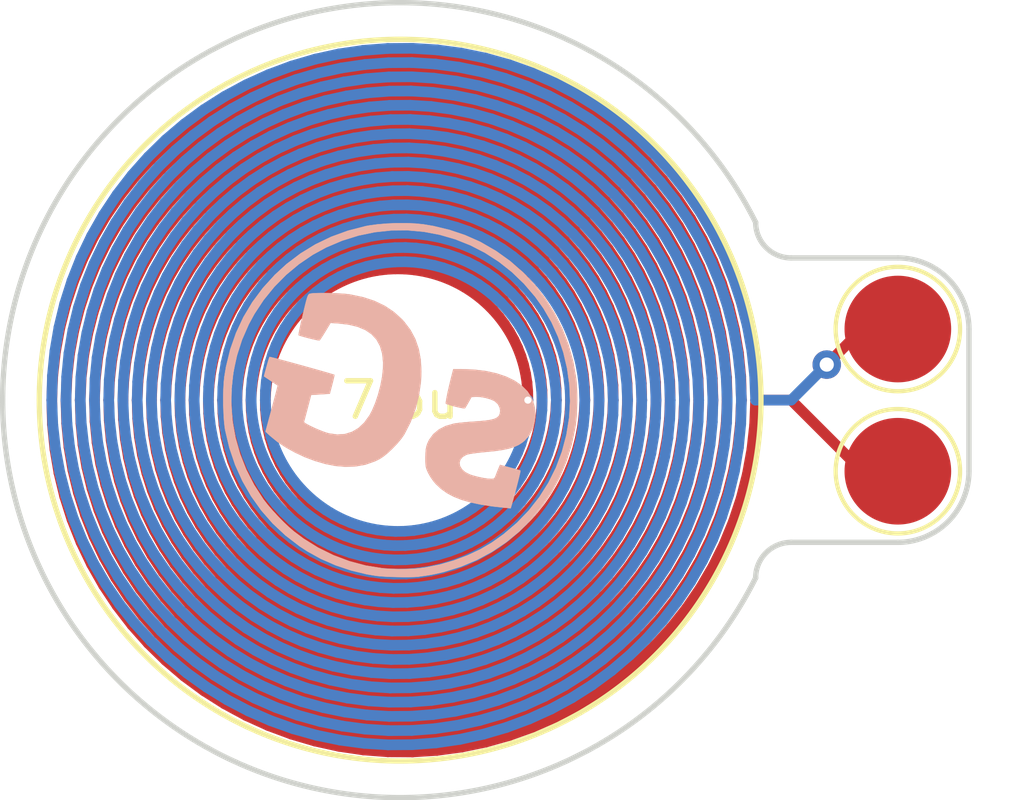
<source format=kicad_pcb>
(kicad_pcb (version 20171130) (host pcbnew 5.0.1)

  (general
    (thickness 1.6)
    (drawings 8)
    (tracks 5)
    (zones 0)
    (modules 4)
    (nets 3)
  )

  (page A4)
  (layers
    (0 F.Cu signal)
    (31 B.Cu signal)
    (32 B.Adhes user)
    (33 F.Adhes user)
    (34 B.Paste user)
    (35 F.Paste user)
    (36 B.SilkS user)
    (37 F.SilkS user)
    (38 B.Mask user)
    (39 F.Mask user)
    (40 Dwgs.User user)
    (41 Cmts.User user)
    (42 Eco1.User user)
    (43 Eco2.User user)
    (44 Edge.Cuts user)
    (45 Margin user)
    (46 B.CrtYd user)
    (47 F.CrtYd user)
    (48 B.Fab user)
    (49 F.Fab user)
  )

  (setup
    (last_trace_width 0.25)
    (trace_clearance 0.2)
    (zone_clearance 0.508)
    (zone_45_only no)
    (trace_min 0.2)
    (segment_width 0.2)
    (edge_width 0.15)
    (via_size 0.8)
    (via_drill 0.4)
    (via_min_size 0.4)
    (via_min_drill 0.3)
    (uvia_size 0.3)
    (uvia_drill 0.1)
    (uvias_allowed no)
    (uvia_min_size 0.2)
    (uvia_min_drill 0.1)
    (pcb_text_width 0.3)
    (pcb_text_size 1.5 1.5)
    (mod_edge_width 0.15)
    (mod_text_size 1 1)
    (mod_text_width 0.15)
    (pad_size 1 0.5)
    (pad_drill 0)
    (pad_to_mask_clearance 0.051)
    (solder_mask_min_width 0.25)
    (aux_axis_origin 0 0)
    (visible_elements FFFFFF7F)
    (pcbplotparams
      (layerselection 0x010fc_ffffffff)
      (usegerberextensions false)
      (usegerberattributes false)
      (usegerberadvancedattributes false)
      (creategerberjobfile false)
      (excludeedgelayer true)
      (linewidth 0.100000)
      (plotframeref false)
      (viasonmask false)
      (mode 1)
      (useauxorigin false)
      (hpglpennumber 1)
      (hpglpenspeed 20)
      (hpglpendiameter 15.000000)
      (psnegative false)
      (psa4output false)
      (plotreference true)
      (plotvalue true)
      (plotinvisibletext false)
      (padsonsilk false)
      (subtractmaskfromsilk false)
      (outputformat 1)
      (mirror false)
      (drillshape 1)
      (scaleselection 1)
      (outputdirectory ""))
  )

  (net 0 "")
  (net 1 "Net-(L1-Pad1)")
  (net 2 "Net-(L1-Pad2)")

  (net_class Default "This is the default net class."
    (clearance 0.2)
    (trace_width 0.25)
    (via_dia 0.8)
    (via_drill 0.4)
    (uvia_dia 0.3)
    (uvia_drill 0.1)
    (add_net "Net-(L1-Pad1)")
    (add_net "Net-(L1-Pad2)")
  )

  (module Spiral_Coil:L_7.50uH (layer F.Cu) (tedit 5BD9BEC2) (tstamp 5BDC6665)
    (at 150 110)
    (path /5BD9B87D)
    (fp_text reference L1 (at 0 0) (layer F.SilkS) hide
      (effects (font (size 1 1) (thickness 0.15)))
    )
    (fp_text value 7.5u (at 0 0) (layer F.SilkS)
      (effects (font (size 1 1) (thickness 0.15)))
    )
    (fp_circle (center 0 0) (end 0 10.4) (layer F.CrtYd) (width 0.05))
    (fp_circle (center 0 0) (end 0 10.15) (layer F.SilkS) (width 0.15))
    (fp_circle (center 0 0) (end 0 10) (layer F.Fab) (width 0.15))
    (pad "" thru_hole circle (at 3.59278 0) (size 0.3 0.3) (drill 0.2) (layers *.Cu *.Mask))
    (pad 2 smd oval (at 11 0) (size 1.3 0.3) (drill (offset -0.5 0)) (layers B.Cu)
      (net 2 "Net-(L1-Pad2)"))
    (pad "" smd oval (at 3.590623 0.125465 89.01506538) (size 0.550967 0.3) (layers B.Cu))
    (pad "" smd oval (at 3.577546 0.376093 85.0140123) (size 0.551276 0.3) (layers B.Cu))
    (pad "" smd oval (at 3.546976 0.625506 81.01271618) (size 0.551588 0.3) (layers B.Cu))
    (pad "" smd oval (at 3.499017 0.872483 77.01164002) (size 0.551898 0.3) (layers B.Cu))
    (pad "" smd oval (at 3.433862 1.115811 73.01017852) (size 0.552209 0.3) (layers B.Cu))
    (pad "" smd oval (at 3.351785 1.354292 69.00893246) (size 0.552519 0.3) (layers B.Cu))
    (pad "" smd oval (at 3.253146 1.586751 65.00773562) (size 0.55283 0.3) (layers B.Cu))
    (pad "" smd oval (at 3.138386 1.812038 61.00670949) (size 0.55314 0.3) (layers B.Cu))
    (pad "" smd oval (at 3.008027 2.029033 57.00527427) (size 0.553451 0.3) (layers B.Cu))
    (pad "" smd oval (at 2.862665 2.236658 53.00393342) (size 0.553762 0.3) (layers B.Cu))
    (pad "" smd oval (at 2.702975 2.433874 49.00298786) (size 0.554071 0.3) (layers B.Cu))
    (pad "" smd oval (at 2.529701 2.619694 45.00143339) (size 0.554382 0.3) (layers B.Cu))
    (pad "" smd oval (at 2.343656 2.793182 41.00043676) (size 0.554694 0.3) (layers B.Cu))
    (pad "" smd oval (at 2.145718 2.953461 36.99918225) (size 0.555003 0.3) (layers B.Cu))
    (pad "" smd oval (at 1.936825 3.099715 32.99780776) (size 0.555314 0.3) (layers B.Cu))
    (pad "" smd oval (at 1.717969 3.231196 28.99686888) (size 0.555624 0.3) (layers B.Cu))
    (pad "" smd oval (at 1.490196 3.347227 24.995525) (size 0.555935 0.3) (layers B.Cu))
    (pad "" smd oval (at 1.254596 3.447203 20.9944239) (size 0.556245 0.3) (layers B.Cu))
    (pad "" smd oval (at 1.012301 3.530597 16.99304807) (size 0.556556 0.3) (layers B.Cu))
    (pad "" smd oval (at 0.764478 3.59696 12.9918582) (size 0.556867 0.3) (layers B.Cu))
    (pad "" smd oval (at 0.512323 3.645929 8.990868458) (size 0.557177 0.3) (layers B.Cu))
    (pad "" smd oval (at 0.257058 3.677222 4.989383682) (size 0.557487 0.3) (layers B.Cu))
    (pad "" smd oval (at -0.000077 3.690642 0.9884002348) (size 0.557797 0.3) (layers B.Cu))
    (pad "" smd oval (at -0.257833 3.686083 356.9872008) (size 0.558109 0.3) (layers B.Cu))
    (pad "" smd oval (at -0.514952 3.663522 352.9860035) (size 0.558418 0.3) (layers B.Cu))
    (pad "" smd oval (at -0.770177 3.623026 348.9846966) (size 0.55873 0.3) (layers B.Cu))
    (pad "" smd oval (at -1.022256 3.56475 344.9836089) (size 0.559039 0.3) (layers B.Cu))
    (pad "" smd oval (at -1.269951 3.488936 340.9824023) (size 0.559351 0.3) (layers B.Cu))
    (pad "" smd oval (at -1.512042 3.395912 336.9812197) (size 0.559661 0.3) (layers B.Cu))
    (pad "" smd oval (at -1.747333 3.286091 332.9801776) (size 0.559972 0.3) (layers B.Cu))
    (pad "" smd oval (at -1.974659 3.15997 328.9788986) (size 0.560283 0.3) (layers B.Cu))
    (pad "" smd oval (at -2.192891 3.018124 324.9777013) (size 0.560592 0.3) (layers B.Cu))
    (pad "" smd oval (at -2.400941 2.86121 320.9765429) (size 0.560903 0.3) (layers B.Cu))
    (pad "" smd oval (at -2.59777 2.689958 316.9754258) (size 0.561214 0.3) (layers B.Cu))
    (pad "" smd oval (at -2.782389 2.505169 312.9743693) (size 0.561524 0.3) (layers B.Cu))
    (pad "" smd oval (at -2.953867 2.307715 308.972917) (size 0.561835 0.3) (layers B.Cu))
    (pad "" smd oval (at -3.111336 2.098528 304.9720198) (size 0.562146 0.3) (layers B.Cu))
    (pad "" smd oval (at -3.253994 1.878604 300.9708326) (size 0.562455 0.3) (layers B.Cu))
    (pad "" smd oval (at -3.381109 1.64899 296.9696388) (size 0.562767 0.3) (layers B.Cu))
    (pad "" smd oval (at -3.492023 1.410785 292.9684669) (size 0.563076 0.3) (layers B.Cu))
    (pad "" smd oval (at -3.586157 1.165131 288.9673927) (size 0.563387 0.3) (layers B.Cu))
    (pad "" smd oval (at -3.663012 0.913211 284.9661834) (size 0.563699 0.3) (layers B.Cu))
    (pad "" smd oval (at -3.722171 0.656239 280.9652246) (size 0.564009 0.3) (layers B.Cu))
    (pad "" smd oval (at -3.763303 0.39546 276.9638841) (size 0.564318 0.3) (layers B.Cu))
    (pad "" smd oval (at -3.786166 0.132138 272.9627852) (size 0.564629 0.3) (layers B.Cu))
    (pad "" smd oval (at -3.790604 -0.132448 88.96168351) (size 0.56494 0.3) (layers B.Cu))
    (pad "" smd oval (at -3.776554 -0.397009 84.96055499) (size 0.56525 0.3) (layers B.Cu))
    (pad "" smd oval (at -3.74404 -0.660253 80.95959226) (size 0.565561 0.3) (layers B.Cu))
    (pad "" smd oval (at -3.693177 -0.920892 76.95823402) (size 0.565871 0.3) (layers B.Cu))
    (pad "" smd oval (at -3.624172 -1.177646 72.95731286) (size 0.566182 0.3) (layers B.Cu))
    (pad "" smd oval (at -3.537318 -1.429252 68.95589778) (size 0.566492 0.3) (layers B.Cu))
    (pad "" smd oval (at -3.432998 -1.674471 64.95503201) (size 0.566804 0.3) (layers B.Cu))
    (pad "" smd oval (at -3.311681 -1.912089 60.95397952) (size 0.567113 0.3) (layers B.Cu))
    (pad "" smd oval (at -3.17392 -2.140929 56.95271681) (size 0.567424 0.3) (layers B.Cu))
    (pad "" smd oval (at -3.020349 -2.359853 52.95158221) (size 0.567735 0.3) (layers B.Cu))
    (pad "" smd oval (at -2.851681 -2.567769 48.95063022) (size 0.568045 0.3) (layers B.Cu))
    (pad "" smd oval (at -2.668705 -2.763636 44.94942444) (size 0.568356 0.3) (layers B.Cu))
    (pad "" smd oval (at -2.472281 -2.94647 40.94847348) (size 0.568667 0.3) (layers B.Cu))
    (pad "" smd oval (at -2.263337 -3.115348 36.94709381) (size 0.568977 0.3) (layers B.Cu))
    (pad "" smd oval (at -2.042864 -3.269412 32.94621293) (size 0.569288 0.3) (layers B.Cu))
    (pad "" smd oval (at -1.811912 -3.407878 28.9451393) (size 0.569598 0.3) (layers B.Cu))
    (pad "" smd oval (at -1.571586 -3.530031 24.9439366) (size 0.569908 0.3) (layers B.Cu))
    (pad "" smd oval (at -1.323036 -3.635239 20.94299037) (size 0.570219 0.3) (layers B.Cu))
    (pad "" smd oval (at -1.067457 -3.722949 16.94172255) (size 0.570529 0.3) (layers B.Cu))
    (pad "" smd oval (at -0.806082 -3.792691 12.94075334) (size 0.57084 0.3) (layers B.Cu))
    (pad "" smd oval (at -0.540172 -3.844085 8.939604875) (size 0.57115 0.3) (layers B.Cu))
    (pad "" smd oval (at -0.271017 -3.876838 4.938675564) (size 0.571461 0.3) (layers B.Cu))
    (pad "" smd oval (at 0.000077 -3.890746 0.9375736979) (size 0.571771 0.3) (layers B.Cu))
    (pad "" smd oval (at 0.271792 -3.885699 356.9364659) (size 0.572082 0.3) (layers B.Cu))
    (pad "" smd oval (at 0.542801 -3.861678 352.9352249) (size 0.572393 0.3) (layers B.Cu))
    (pad "" smd oval (at 0.811781 -3.818756 348.9343695) (size 0.572704 0.3) (layers B.Cu))
    (pad "" smd oval (at 1.077412 -3.757102 344.9333435) (size 0.573014 0.3) (layers B.Cu))
    (pad "" smd oval (at 1.338391 -3.676972 340.9321077) (size 0.573324 0.3) (layers B.Cu))
    (pad "" smd oval (at 1.593432 -3.578716 336.9312359) (size 0.573635 0.3) (layers B.Cu))
    (pad "" smd oval (at 1.841276 -3.462772 332.9299477) (size 0.573945 0.3) (layers B.Cu))
    (pad "" smd oval (at 2.080698 -3.329667 328.9290095) (size 0.574257 0.3) (layers B.Cu))
    (pad "" smd oval (at 2.310509 -3.180011 324.9279897) (size 0.574565 0.3) (layers B.Cu))
    (pad "" smd oval (at 2.529566 -3.014499 320.9270908) (size 0.574877 0.3) (layers B.Cu))
    (pad "" smd oval (at 2.736774 -2.833901 316.9257599) (size 0.575187 0.3) (layers B.Cu))
    (pad "" smd oval (at 2.931094 -2.639065 312.9248522) (size 0.575498 0.3) (layers B.Cu))
    (pad "" smd oval (at 3.11155 -2.430911 308.9237334) (size 0.575809 0.3) (layers B.Cu))
    (pad "" smd oval (at 3.277229 -2.210425 304.9228498) (size 0.576119 0.3) (layers B.Cu))
    (pad "" smd oval (at 3.427289 -1.978656 300.9217049) (size 0.576429 0.3) (layers B.Cu))
    (pad "" smd oval (at 3.560961 -1.73671 296.920599) (size 0.576741 0.3) (layers B.Cu))
    (pad "" smd oval (at 3.677556 -1.485745 292.9197351) (size 0.57705 0.3) (layers B.Cu))
    (pad "" smd oval (at 3.776467 -1.226966 288.9184863) (size 0.577361 0.3) (layers B.Cu))
    (pad "" smd oval (at 3.857171 -0.96162 284.9176336) (size 0.577671 0.3) (layers B.Cu))
    (pad "" smd oval (at 3.919234 -0.690987 280.916705) (size 0.577983 0.3) (layers B.Cu))
    (pad "" smd oval (at 3.962311 -0.416377 276.9155131) (size 0.578292 0.3) (layers B.Cu))
    (pad "" smd oval (at 3.986148 -0.139121 272.9145453) (size 0.578603 0.3) (layers B.Cu))
    (pad "" smd oval (at 3.990586 0.139432 88.91344509) (size 0.578914 0.3) (layers B.Cu))
    (pad "" smd oval (at 3.975561 0.417926 84.91244816) (size 0.579224 0.3) (layers B.Cu))
    (pad "" smd oval (at 3.941103 0.695001 80.911577) (size 0.579535 0.3) (layers B.Cu))
    (pad "" smd oval (at 3.887337 0.969301 76.91040721) (size 0.579846 0.3) (layers B.Cu))
    (pad "" smd oval (at 3.814481 1.239481 72.90946534) (size 0.580156 0.3) (layers B.Cu))
    (pad "" smd oval (at 3.72285 1.504213 68.908412) (size 0.580467 0.3) (layers B.Cu))
    (pad "" smd oval (at 3.61285 1.762191 64.9074876) (size 0.580776 0.3) (layers B.Cu))
    (pad "" smd oval (at 3.484976 2.012141 60.90631411) (size 0.581088 0.3) (layers B.Cu))
    (pad "" smd oval (at 3.339813 2.252826 56.90566079) (size 0.581398 0.3) (layers B.Cu))
    (pad "" smd oval (at 3.178033 2.48305 52.90442453) (size 0.581709 0.3) (layers B.Cu))
    (pad "" smd oval (at 3.000387 2.701665 48.90332767) (size 0.582019 0.3) (layers B.Cu))
    (pad "" smd oval (at 2.807708 2.907579 44.90256391) (size 0.58233 0.3) (layers B.Cu))
    (pad "" smd oval (at 2.600905 3.099759 40.90151524) (size 0.58264 0.3) (layers B.Cu))
    (pad "" smd oval (at 2.380955 3.277235 36.90043373) (size 0.58295 0.3) (layers B.Cu))
    (pad "" smd oval (at 2.148903 3.43911 32.89936911) (size 0.583261 0.3) (layers B.Cu))
    (pad "" smd oval (at 1.905855 3.584558 28.89850797) (size 0.583572 0.3) (layers B.Cu))
    (pad "" smd oval (at 1.652975 3.712835 24.89760982) (size 0.583882 0.3) (layers B.Cu))
    (pad "" smd oval (at 1.391475 3.823275 20.89642653) (size 0.584193 0.3) (layers B.Cu))
    (pad "" smd oval (at 1.122613 3.9153 16.89563147) (size 0.584503 0.3) (layers B.Cu))
    (pad "" smd oval (at 0.847686 3.988422 12.8946631) (size 0.584814 0.3) (layers B.Cu))
    (pad "" smd oval (at 0.568021 4.042242 8.893533276) (size 0.585124 0.3) (layers B.Cu))
    (pad "" smd oval (at 0.284975 4.076454 4.892749659) (size 0.585435 0.3) (layers B.Cu))
    (pad "" smd oval (at -0.000077 4.09085 0.8915179225) (size 0.585745 0.3) (layers B.Cu))
    (pad "" smd oval (at -0.28575 4.085315 356.8906876) (size 0.586056 0.3) (layers B.Cu))
    (pad "" smd oval (at -0.57065 4.059834 352.8897992) (size 0.586367 0.3) (layers B.Cu))
    (pad "" smd oval (at -0.853385 4.014487 348.8887525) (size 0.586677 0.3) (layers B.Cu))
    (pad "" smd oval (at -1.132568 3.949454 344.8879211) (size 0.586987 0.3) (layers B.Cu))
    (pad "" smd oval (at -1.40683 3.865008 340.8867707) (size 0.587298 0.3) (layers B.Cu))
    (pad "" smd oval (at -1.674821 3.761519 336.8858479) (size 0.587608 0.3) (layers B.Cu))
    (pad "" smd oval (at -1.935219 3.639453 332.8850383) (size 0.587919 0.3) (layers B.Cu))
    (pad "" smd oval (at -2.186737 3.499365 328.8838551) (size 0.58823 0.3) (layers B.Cu))
    (pad "" smd oval (at -2.428127 3.341899 324.8831589) (size 0.588541 0.3) (layers B.Cu))
    (pad "" smd oval (at -2.65819 3.167787 320.8820194) (size 0.588851 0.3) (layers B.Cu))
    (pad "" smd oval (at -2.875778 2.977843 316.8811648) (size 0.589161 0.3) (layers B.Cu))
    (pad "" smd oval (at -3.079801 2.77296 312.8801158) (size 0.589471 0.3) (layers B.Cu))
    (pad "" smd oval (at -3.269234 2.554107 308.8792636) (size 0.589782 0.3) (layers B.Cu))
    (pad "" smd oval (at -3.443123 2.322322 304.8783039) (size 0.590094 0.3) (layers B.Cu))
    (pad "" smd oval (at -3.600584 2.078708 300.8774066) (size 0.590403 0.3) (layers B.Cu))
    (pad "" smd oval (at -3.740813 1.82443 296.8763625) (size 0.590713 0.3) (layers B.Cu))
    (pad "" smd oval (at -3.863089 1.560705 292.8754253) (size 0.591025 0.3) (layers B.Cu))
    (pad "" smd oval (at -3.966777 1.288802 288.8747072) (size 0.591335 0.3) (layers B.Cu))
    (pad "" smd oval (at -4.051332 1.01003 284.8736349) (size 0.591645 0.3) (layers B.Cu))
    (pad "" smd oval (at -4.116298 0.725735 280.8726744) (size 0.591956 0.3) (layers B.Cu))
    (pad "" smd oval (at -4.161318 0.437293 276.8717674) (size 0.592266 0.3) (layers B.Cu))
    (pad "" smd oval (at -4.186129 0.146105 272.8707177) (size 0.592577 0.3) (layers B.Cu))
    (pad "" smd oval (at -4.190568 -0.146415 88.87000518) (size 0.592887 0.3) (layers B.Cu))
    (pad "" smd oval (at -4.174569 -0.438842 84.86892687) (size 0.593197 0.3) (layers B.Cu))
    (pad "" smd oval (at -4.138167 -0.729748 80.86813363) (size 0.593509 0.3) (layers B.Cu))
    (pad "" smd oval (at -4.081496 -1.017711 76.86712976) (size 0.59382 0.3) (layers B.Cu))
    (pad "" smd oval (at -4.004791 -1.301317 72.86635021) (size 0.594129 0.3) (layers B.Cu))
    (pad "" smd oval (at -3.908384 -1.579173 68.86536356) (size 0.594441 0.3) (layers B.Cu))
    (pad "" smd oval (at -3.792702 -1.849911 64.86444002) (size 0.594751 0.3) (layers B.Cu))
    (pad "" smd oval (at -3.658271 -2.112193 60.8633332) (size 0.595061 0.3) (layers B.Cu))
    (pad "" smd oval (at -3.505707 -2.364723 56.86278868) (size 0.595372 0.3) (layers B.Cu))
    (pad "" smd oval (at -3.335717 -2.606246 52.86160714) (size 0.595682 0.3) (layers B.Cu))
    (pad "" smd oval (at -3.149093 -2.83556 48.86074603) (size 0.595994 0.3) (layers B.Cu))
    (pad "" smd oval (at -2.946712 -3.051521 44.85984928) (size 0.596303 0.3) (layers B.Cu))
    (pad "" smd oval (at -2.729529 -3.253046 40.85898146) (size 0.596614 0.3) (layers B.Cu))
    (pad "" smd oval (at -2.498572 -3.439122 36.85820407) (size 0.596925 0.3) (layers B.Cu))
    (pad "" smd oval (at -2.254941 -3.608808 32.85719617) (size 0.597235 0.3) (layers B.Cu))
    (pad "" smd oval (at -1.999798 -3.76124 28.85625667) (size 0.597546 0.3) (layers B.Cu))
    (pad "" smd oval (at -1.734365 -3.895639 24.85545531) (size 0.597856 0.3) (layers B.Cu))
    (pad "" smd oval (at -1.459915 -4.011311 20.85440673) (size 0.598167 0.3) (layers B.Cu))
    (pad "" smd oval (at -1.177769 -4.107652 16.85367239) (size 0.598477 0.3) (layers B.Cu))
    (pad "" smd oval (at -0.889289 -4.184153 12.85284131) (size 0.598789 0.3) (layers B.Cu))
    (pad "" smd oval (at -0.59587 -4.240398 8.851796202) (size 0.599098 0.3) (layers B.Cu))
    (pad "" smd oval (at -0.298933 -4.27607 4.850903606) (size 0.599409 0.3) (layers B.Cu))
    (pad "" smd oval (at 0.000078 -4.290953 0.8501419244) (size 0.599718 0.3) (layers B.Cu))
    (pad "" smd oval (at 0.299709 -4.284931 356.8491734) (size 0.600029 0.3) (layers B.Cu))
    (pad "" smd oval (at 0.598499 -4.25799 352.8484113) (size 0.600341 0.3) (layers B.Cu))
    (pad "" smd oval (at 0.894988 -4.210218 348.847339) (size 0.60065 0.3) (layers B.Cu))
    (pad "" smd oval (at 1.187724 -4.141806 344.8467665) (size 0.600962 0.3) (layers B.Cu))
    (pad "" smd oval (at 1.475269 -4.053044 340.845577) (size 0.601272 0.3) (layers B.Cu))
    (pad "" smd oval (at 1.75621 -3.944323 336.8449153) (size 0.601583 0.3) (layers B.Cu))
    (pad "" smd oval (at 2.029162 -3.816134 332.8439486) (size 0.601893 0.3) (layers B.Cu))
    (pad "" smd oval (at 2.292776 -3.669062 328.8431367) (size 0.602203 0.3) (layers B.Cu))
    (pad "" smd oval (at 2.545745 -3.503786 324.842252) (size 0.602514 0.3) (layers B.Cu))
    (pad "" smd oval (at 2.786814 -3.321075 320.8413738) (size 0.602825 0.3) (layers B.Cu))
    (pad "" smd oval (at 3.014781 -3.121785 316.8404141) (size 0.603136 0.3) (layers B.Cu))
    (pad "" smd oval (at 3.228507 -2.906856 312.8397663) (size 0.603445 0.3) (layers B.Cu))
    (pad "" smd oval (at 3.426918 -2.677303 308.8386485) (size 0.603757 0.3) (layers B.Cu))
    (pad "" smd oval (at 3.609016 -2.434218 304.8380678) (size 0.604066 0.3) (layers B.Cu))
    (pad "" smd oval (at 3.773878 -2.17876 300.8369177) (size 0.604377 0.3) (layers B.Cu))
    (pad "" smd oval (at 3.920664 -1.912149 296.8362663) (size 0.604687 0.3) (layers B.Cu))
    (pad "" smd oval (at 4.048622 -1.635665 292.835422) (size 0.604999 0.3) (layers B.Cu))
    (pad "" smd oval (at 4.157087 -1.350637 288.8345804) (size 0.605308 0.3) (layers B.Cu))
    (pad "" smd oval (at 4.245491 -1.058439 284.8336599) (size 0.60562 0.3) (layers B.Cu))
    (pad "" smd oval (at 4.313362 -0.760482 280.83285) (size 0.60593 0.3) (layers B.Cu))
    (pad "" smd oval (at 4.360326 -0.45821 276.8320141) (size 0.60624 0.3) (layers B.Cu))
    (pad "" smd oval (at 4.386111 -0.153088 272.8310725) (size 0.606551 0.3) (layers B.Cu))
    (pad "" smd oval (at 4.39055 0.153399 88.83033493) (size 0.606861 0.3) (layers B.Cu))
    (pad "" smd oval (at 4.373576 0.459759 84.82936535) (size 0.607171 0.3) (layers B.Cu))
    (pad "" smd oval (at 4.33523 0.764496 80.82866858) (size 0.607483 0.3) (layers B.Cu))
    (pad "" smd oval (at 4.275656 1.06612 76.8278785) (size 0.607793 0.3) (layers B.Cu))
    (pad "" smd oval (at 4.195101 1.363152 72.82684541) (size 0.608104 0.3) (layers B.Cu))
    (pad "" smd oval (at 4.093916 1.654133 68.82621606) (size 0.608415 0.3) (layers B.Cu))
    (pad "" smd oval (at 3.972554 1.93763 64.82521072) (size 0.608725 0.3) (layers B.Cu))
    (pad "" smd oval (at 3.831565 2.212245 60.82440117) (size 0.609035 0.3) (layers B.Cu))
    (pad "" smd oval (at 3.6716 2.476619 56.82363477) (size 0.609346 0.3) (layers B.Cu))
    (pad "" smd oval (at 3.4934 2.729442 52.82287762) (size 0.609657 0.3) (layers B.Cu))
    (pad "" smd oval (at 3.297799 2.969456 48.82203888) (size 0.609966 0.3) (layers B.Cu))
    (pad "" smd oval (at 3.085716 3.195464 44.82111367) (size 0.610278 0.3) (layers B.Cu))
    (pad "" smd oval (at 2.858153 3.406335 40.82027501) (size 0.610588 0.3) (layers B.Cu))
    (pad "" smd oval (at 2.61619 3.601009 36.81958631) (size 0.610899 0.3) (layers B.Cu))
    (pad "" smd oval (at 2.36098 3.778505 32.81871057) (size 0.611209 0.3) (layers B.Cu))
    (pad "" smd oval (at 2.093741 3.937921 28.81795712) (size 0.611521 0.3) (layers B.Cu))
    (pad "" smd oval (at 1.815754 4.078443 24.8170017) (size 0.61183 0.3) (layers B.Cu))
    (pad "" smd oval (at 1.528354 4.199347 20.81621454) (size 0.61214 0.3) (layers B.Cu))
    (pad "" smd oval (at 1.232925 4.300004 16.8154664) (size 0.61245 0.3) (layers B.Cu))
    (pad "" smd oval (at 0.930893 4.379884 12.81461888) (size 0.612763 0.3) (layers B.Cu))
    (pad "" smd oval (at 0.623719 4.438554 8.813937671) (size 0.613073 0.3) (layers B.Cu))
    (pad "" smd oval (at 0.312892 4.475687 4.812987079) (size 0.613383 0.3) (layers B.Cu))
    (pad "" smd oval (at -0.000077 4.491057 0.8122694937) (size 0.613692 0.3) (layers B.Cu))
    (pad "" smd oval (at -0.313667 4.484548 356.8113743) (size 0.614005 0.3) (layers B.Cu))
    (pad "" smd oval (at -0.626348 4.456147 352.810658) (size 0.614314 0.3) (layers B.Cu))
    (pad "" smd oval (at -0.936592 4.405949 348.8096747) (size 0.614625 0.3) (layers B.Cu))
    (pad "" smd oval (at -1.24288 4.334157 344.809041) (size 0.614936 0.3) (layers B.Cu))
    (pad "" smd oval (at -1.543709 4.241079 340.8082666) (size 0.615246 0.3) (layers B.Cu))
    (pad "" smd oval (at -1.8376 4.127127 336.8073698) (size 0.615557 0.3) (layers B.Cu))
    (pad "" smd oval (at -2.123105 3.992815 332.8066561) (size 0.615868 0.3) (layers B.Cu))
    (pad "" smd oval (at -2.398815 3.838759 328.8058623) (size 0.616177 0.3) (layers B.Cu))
    (pad "" smd oval (at -2.663363 3.665673 324.8051054) (size 0.616488 0.3) (layers B.Cu))
    (pad "" smd oval (at -2.915438 3.474363 320.8041737) (size 0.6168 0.3) (layers B.Cu))
    (pad "" smd oval (at -3.153785 3.265728 316.8035185) (size 0.617109 0.3) (layers B.Cu))
    (pad "" smd oval (at -3.377212 3.040751 312.8025918) (size 0.61742 0.3) (layers B.Cu))
    (pad "" smd oval (at -3.584602 2.800499 308.8019727) (size 0.617731 0.3) (layers B.Cu))
    (pad "" smd oval (at -3.77491 2.546115 304.8011615) (size 0.618041 0.3) (layers B.Cu))
    (pad "" smd oval (at -3.947173 2.278811 300.8002301) (size 0.618352 0.3) (layers B.Cu))
    (pad "" smd oval (at -4.100517 1.999869 296.7996867) (size 0.618662 0.3) (layers B.Cu))
    (pad "" smd oval (at -4.234155 1.710626 292.7986622) (size 0.618972 0.3) (layers B.Cu))
    (pad "" smd oval (at -4.347397 1.412473 288.7980201) (size 0.619284 0.3) (layers B.Cu))
    (pad "" smd oval (at -4.439651 1.106848 284.7972266) (size 0.619594 0.3) (layers B.Cu))
    (pad "" smd oval (at -4.510425 0.79523 280.7965047) (size 0.619904 0.3) (layers B.Cu))
    (pad "" smd oval (at -4.559333 0.479126 276.7955528) (size 0.620214 0.3) (layers B.Cu))
    (pad "" smd oval (at -4.586093 0.160072 272.7950626) (size 0.620525 0.3) (layers B.Cu))
    (pad "" smd oval (at -4.590532 -0.160382 88.79412037) (size 0.620836 0.3) (layers B.Cu))
    (pad "" smd oval (at -4.572584 -0.480675 84.79324673) (size 0.621146 0.3) (layers B.Cu))
    (pad "" smd oval (at -4.532294 -0.799244 80.79260636) (size 0.621457 0.3) (layers B.Cu))
    (pad "" smd oval (at -4.469816 -1.11453 76.79194417) (size 0.621767 0.3) (layers B.Cu))
    (pad "" smd oval (at -4.385411 -1.424988 72.79110866) (size 0.622078 0.3) (layers B.Cu))
    (pad "" smd oval (at -4.279449 -1.729093 68.7902323) (size 0.622388 0.3) (layers B.Cu))
    (pad "" smd oval (at -4.152406 -2.02535 64.78953964) (size 0.622699 0.3) (layers B.Cu))
    (pad "" smd oval (at -4.00486 -2.312297 60.78876934) (size 0.62301 0.3) (layers B.Cu))
    (pad "" smd oval (at -3.837493 -2.588516 56.7880137) (size 0.62332 0.3) (layers B.Cu))
    (pad "" smd oval (at -3.651084 -2.852638 52.78727874) (size 0.62363 0.3) (layers B.Cu))
    (pad "" smd oval (at -3.446505 -3.103351 48.78663782) (size 0.623941 0.3) (layers B.Cu))
    (pad "" smd oval (at -3.224719 -3.339407 44.78571612) (size 0.624252 0.3) (layers B.Cu))
    (pad "" smd oval (at -2.986777 -3.559623 40.78490156) (size 0.624562 0.3) (layers B.Cu))
    (pad "" smd oval (at -2.733808 -3.762897 36.78443184) (size 0.624873 0.3) (layers B.Cu))
    (pad "" smd oval (at -2.467019 -3.948203 32.78343728) (size 0.625184 0.3) (layers B.Cu))
    (pad "" smd oval (at -2.187684 -4.114602 28.78272248) (size 0.625494 0.3) (layers B.Cu))
    (pad "" smd oval (at -1.897143 -4.261246 24.7820802) (size 0.625804 0.3) (layers B.Cu))
    (pad "" smd oval (at -1.596793 -4.387383 20.78123296) (size 0.626115 0.3) (layers B.Cu))
    (pad "" smd oval (at -1.288081 -4.492356 16.78048085) (size 0.626425 0.3) (layers B.Cu))
    (pad "" smd oval (at -0.972497 -4.575615 12.77987564) (size 0.626736 0.3) (layers B.Cu))
    (pad "" smd oval (at -0.651568 -4.63671 8.77899499) (size 0.627046 0.3) (layers B.Cu))
    (pad "" smd oval (at -0.326851 -4.675303 4.778467421) (size 0.627357 0.3) (layers B.Cu))
    (pad "" smd oval (at 0.000077 -4.691161 0.7774500484) (size 0.627667 0.3) (layers B.Cu))
    (pad "" smd oval (at 0.327626 -4.684164 356.7769513) (size 0.627978 0.3) (layers B.Cu))
    (pad "" smd oval (at 0.654197 -4.654303 352.7759891) (size 0.628288 0.3) (layers B.Cu))
    (pad "" smd oval (at 0.978196 -4.60168 348.7753511) (size 0.628599 0.3) (layers B.Cu))
    (pad "" smd oval (at 1.298036 -4.526509 344.7746891) (size 0.62891 0.3) (layers B.Cu))
    (pad "" smd oval (at 1.612148 -4.429115 340.7739593) (size 0.62922 0.3) (layers B.Cu))
    (pad "" smd oval (at 1.918989 -4.309931 336.7731684) (size 0.629531 0.3) (layers B.Cu))
    (pad "" smd oval (at 2.217048 -4.169496 332.772444) (size 0.629841 0.3) (layers B.Cu))
    (pad "" smd oval (at 2.504853 -4.008457 328.7718334) (size 0.630153 0.3) (layers B.Cu))
    (pad "" smd oval (at 2.780981 -3.827561 324.7709587) (size 0.630462 0.3) (layers B.Cu))
    (pad "" smd oval (at 3.044062 -3.627652 320.7702511) (size 0.630774 0.3) (layers B.Cu))
    (pad "" smd oval (at 3.292788 -3.40967 316.769485) (size 0.631083 0.3) (layers B.Cu))
    (pad "" smd oval (at 3.525918 -3.174647 312.7689142) (size 0.631394 0.3) (layers B.Cu))
    (pad "" smd oval (at 3.742286 -2.923696 308.7681441) (size 0.631705 0.3) (layers B.Cu))
    (pad "" smd oval (at 3.940803 -2.658011 304.7673621) (size 0.632016 0.3) (layers B.Cu))
    (pad "" smd oval (at 4.120468 -2.378863 300.766716) (size 0.632325 0.3) (layers B.Cu))
    (pad "" smd oval (at 4.280369 -2.087589 296.7659492) (size 0.632636 0.3) (layers B.Cu))
    (pad "" smd oval (at 4.419688 -1.785586 292.7652386) (size 0.632947 0.3) (layers B.Cu))
    (pad "" smd oval (at 4.537707 -1.474308 288.7644741) (size 0.633258 0.3) (layers B.Cu))
    (pad "" smd oval (at 4.63381 -1.155258 284.7638459) (size 0.633567 0.3) (layers B.Cu))
    (pad "" smd oval (at 4.707489 -0.829978 280.7631698) (size 0.633879 0.3) (layers B.Cu))
    (pad "" smd oval (at 4.75834 -0.500043 276.7623109) (size 0.634188 0.3) (layers B.Cu))
    (pad "" smd oval (at 4.786074 -0.167055 272.7617194) (size 0.634499 0.3) (layers B.Cu))
    (pad "" smd oval (at 4.790513 0.167366 88.76109991) (size 0.63481 0.3) (layers B.Cu))
    (pad "" smd oval (at 4.771591 0.501592 84.76014034) (size 0.63512 0.3) (layers B.Cu))
    (pad "" smd oval (at 4.729358 0.833991 80.75971743) (size 0.635431 0.3) (layers B.Cu))
    (pad "" smd oval (at 4.663976 1.162939 76.75883516) (size 0.635742 0.3) (layers B.Cu))
    (pad "" smd oval (at 4.575721 1.486823 72.75813071) (size 0.636052 0.3) (layers B.Cu))
    (pad "" smd oval (at 4.464982 1.804053 68.75745879) (size 0.636363 0.3) (layers B.Cu))
    (pad "" smd oval (at 4.332258 2.113069 64.75682967) (size 0.636673 0.3) (layers B.Cu))
    (pad "" smd oval (at 4.178155 2.412348 60.7560098) (size 0.636984 0.3) (layers B.Cu))
    (pad "" smd oval (at 4.003387 2.700412 56.7554373) (size 0.637295 0.3) (layers B.Cu))
    (pad "" smd oval (at 3.808768 2.975834 52.75472945) (size 0.637604 0.3) (layers B.Cu))
    (pad "" smd oval (at 3.595211 3.237247 48.75394138) (size 0.637915 0.3) (layers B.Cu))
    (pad "" smd oval (at 3.363723 3.483349 44.75324349) (size 0.638226 0.3) (layers B.Cu))
    (pad "" smd oval (at 3.115401 3.712911 40.7526871) (size 0.638536 0.3) (layers B.Cu))
    (pad "" smd oval (at 2.851427 3.924784 36.75194027) (size 0.638847 0.3) (layers B.Cu))
    (pad "" smd oval (at 2.573058 4.1179 32.75116228) (size 0.639158 0.3) (layers B.Cu))
    (pad "" smd oval (at 2.281627 4.291283 28.75068443) (size 0.639468 0.3) (layers B.Cu))
    (pad "" smd oval (at 1.978533 4.44405 24.74980744) (size 0.639779 0.3) (layers B.Cu))
    (pad "" smd oval (at 1.665233 4.575419 20.7491859) (size 0.640089 0.3) (layers B.Cu))
    (pad "" smd oval (at 1.343237 4.684709 16.74852912) (size 0.640401 0.3) (layers B.Cu))
    (pad "" smd oval (at 1.014101 4.771346 12.74778105) (size 0.64071 0.3) (layers B.Cu))
    (pad "" smd oval (at 0.679417 4.834867 8.747056424) (size 0.641021 0.3) (layers B.Cu))
    (pad "" smd oval (at 0.340809 4.874919 4.746453693) (size 0.641331 0.3) (layers B.Cu))
    (pad "" smd oval (at -0.000077 4.891264 0.7458145344) (size 0.641641 0.3) (layers B.Cu))
    (pad "" smd oval (at -0.341584 4.88378 356.7450072) (size 0.641952 0.3) (layers B.Cu))
    (pad "" smd oval (at -0.682046 4.852459 352.7444835) (size 0.642263 0.3) (layers B.Cu))
    (pad "" smd oval (at -1.0198 4.797411 348.7438277) (size 0.642573 0.3) (layers B.Cu))
    (pad "" smd oval (at -1.353192 4.718862 344.7429761) (size 0.642884 0.3) (layers B.Cu))
    (pad "" smd oval (at -1.680588 4.617151 340.7424458) (size 0.643195 0.3) (layers B.Cu))
    (pad "" smd oval (at -2.000379 4.492735 336.7417496) (size 0.643505 0.3) (layers B.Cu))
    (pad "" smd oval (at -2.310991 4.346177 332.7409411) (size 0.643816 0.3) (layers B.Cu))
    (pad "" smd oval (at -2.610892 4.178154 328.7403956) (size 0.644126 0.3) (layers B.Cu))
    (pad "" smd oval (at -2.898599 3.989448 324.7398145) (size 0.644436 0.3) (layers B.Cu))
    (pad "" smd oval (at -3.172686 3.78094 320.7390785) (size 0.644748 0.3) (layers B.Cu))
    (pad "" smd oval (at -3.431792 3.553613 316.738443) (size 0.645058 0.3) (layers B.Cu))
    (pad "" smd oval (at -3.674625 3.308542 312.7376149) (size 0.645369 0.3) (layers B.Cu))
    (pad "" smd oval (at -3.89997 3.046891 308.7370507) (size 0.645679 0.3) (layers B.Cu))
    (pad "" smd oval (at -4.106697 2.769908 304.7364817) (size 0.645989 0.3) (layers B.Cu))
    (pad "" smd oval (at -4.293763 2.478915 300.7357375) (size 0.6463 0.3) (layers B.Cu))
    (pad "" smd oval (at -4.460221 2.175308 296.7350066) (size 0.64661 0.3) (layers B.Cu))
    (pad "" smd oval (at -4.605221 1.860546 292.7345078) (size 0.646921 0.3) (layers B.Cu))
    (pad "" smd oval (at -4.728017 1.536144 288.733628) (size 0.647231 0.3) (layers B.Cu))
    (pad "" smd oval (at -4.82797 1.203668 284.7331075) (size 0.647542 0.3) (layers B.Cu))
    (pad "" smd oval (at -4.904552 0.864725 280.732544) (size 0.647853 0.3) (layers B.Cu))
    (pad "" smd oval (at -4.957348 0.520959 276.7317376) (size 0.648163 0.3) (layers B.Cu))
    (pad "" smd oval (at -4.986056 0.174039 272.7312145) (size 0.648473 0.3) (layers B.Cu))
    (pad "" smd oval (at -4.990495 -0.174349 88.73039696) (size 0.648784 0.3) (layers B.Cu))
    (pad "" smd oval (at -4.970598 -0.522508 84.72984789) (size 0.649094 0.3) (layers B.Cu))
    (pad "" smd oval (at -4.926421 -0.868739 80.72929734) (size 0.649405 0.3) (layers B.Cu))
    (pad "" smd oval (at -4.858135 -1.211348 76.72849414) (size 0.649716 0.3) (layers B.Cu))
    (pad "" smd oval (at -4.766031 -1.548658 72.72799078) (size 0.650027 0.3) (layers B.Cu))
    (pad "" smd oval (at -4.650515 -1.879013 68.72729983) (size 0.650337 0.3) (layers B.Cu))
    (pad "" smd oval (at -4.51211 -2.200789 64.72657905) (size 0.650647 0.3) (layers B.Cu))
    (pad "" smd oval (at -4.35145 -2.5124 60.72593889) (size 0.650959 0.3) (layers B.Cu))
    (pad "" smd oval (at -4.16928 -2.812309 56.72527395) (size 0.651268 0.3) (layers B.Cu))
    (pad "" smd oval (at -3.966452 -3.09903 52.72476765) (size 0.651579 0.3) (layers B.Cu))
    (pad "" smd oval (at -3.743917 -3.371142 48.7239492) (size 0.65189 0.3) (layers B.Cu))
    (pad "" smd oval (at -3.502726 -3.627291 44.72346324) (size 0.652201 0.3) (layers B.Cu))
    (pad "" smd oval (at -3.244025 -3.8662 40.72279748) (size 0.65251 0.3) (layers B.Cu))
    (pad "" smd oval (at -2.969044 -4.086671 36.72215268) (size 0.652822 0.3) (layers B.Cu))
    (pad "" smd oval (at -2.679096 -4.287598 32.7215294) (size 0.653132 0.3) (layers B.Cu))
    (pad "" smd oval (at -2.37557 -4.467964 28.72081756) (size 0.653442 0.3) (layers B.Cu))
    (pad "" smd oval (at -2.059923 -4.626854 24.72029936) (size 0.653753 0.3) (layers B.Cu))
    (pad "" smd oval (at -1.733673 -4.763455 20.71961118) (size 0.654063 0.3) (layers B.Cu))
    (pad "" smd oval (at -1.398393 -4.877061 16.71898918) (size 0.654375 0.3) (layers B.Cu))
    (pad "" smd oval (at -1.055705 -4.967077 12.718373) (size 0.654684 0.3) (layers B.Cu))
    (pad "" smd oval (at -0.707266 -5.033023 8.717632452) (size 0.654996 0.3) (layers B.Cu))
    (pad "" smd oval (at -0.354767 -5.074535 4.717105549) (size 0.655306 0.3) (layers B.Cu))
    (pad "" smd oval (at 0.000078 -5.091368 0.7165063201) (size 0.655615 0.3) (layers B.Cu))
    (pad "" smd oval (at 0.355543 -5.083396 356.715732) (size 0.655926 0.3) (layers B.Cu))
    (pad "" smd oval (at 0.709895 -5.050615 352.7152902) (size 0.656238 0.3) (layers B.Cu))
    (pad "" smd oval (at 1.061404 -4.993142 348.7146177) (size 0.656547 0.3) (layers B.Cu))
    (pad "" smd oval (at 1.408348 -4.911214 344.7139016) (size 0.656859 0.3) (layers B.Cu))
    (pad "" smd oval (at 1.749027 -4.805187 340.7133984) (size 0.65717 0.3) (layers B.Cu))
    (pad "" smd oval (at 2.081768 -4.675538 336.7126399) (size 0.657479 0.3) (layers B.Cu))
    (pad "" smd oval (at 2.404934 -4.522858 332.7121837) (size 0.65779 0.3) (layers B.Cu))
    (pad "" smd oval (at 2.716931 -4.347852 328.7114943) (size 0.658101 0.3) (layers B.Cu))
    (pad "" smd oval (at 3.016217 -4.151335 324.710838) (size 0.658412 0.3) (layers B.Cu))
    (pad "" smd oval (at 3.301311 -3.934228 320.7102335) (size 0.658721 0.3) (layers B.Cu))
    (pad "" smd oval (at 3.570796 -3.697555 316.709708) (size 0.659032 0.3) (layers B.Cu))
    (pad "" smd oval (at 3.823331 -3.442438 312.7090835) (size 0.659343 0.3) (layers B.Cu))
    (pad "" smd oval (at 4.057654 -3.170088 308.7083735) (size 0.659653 0.3) (layers B.Cu))
    (pad "" smd oval (at 4.27259 -2.881804 304.7078176) (size 0.659964 0.3) (layers B.Cu))
    (pad "" smd oval (at 4.467058 -2.578967 300.7071068) (size 0.660274 0.3) (layers B.Cu))
    (pad "" smd oval (at 4.640072 -2.263028 296.7066042) (size 0.660585 0.3) (layers B.Cu))
    (pad "" smd oval (at 4.790753 -1.935506 292.7060104) (size 0.660896 0.3) (layers B.Cu))
    (pad "" smd oval (at 4.918327 -1.597979 288.7054181) (size 0.661206 0.3) (layers B.Cu))
    (pad "" smd oval (at 5.02213 -1.252077 284.7047858) (size 0.661516 0.3) (layers B.Cu))
    (pad "" smd oval (at 5.101616 -0.899473 280.7041576) (size 0.661827 0.3) (layers B.Cu))
    (pad "" smd oval (at 5.156355 -0.541876 276.7035053) (size 0.662138 0.3) (layers B.Cu))
    (pad "" smd oval (at 5.186038 -0.181022 272.703062) (size 0.662448 0.3) (layers B.Cu))
    (pad "" smd oval (at 5.190477 0.181333 88.70221742) (size 0.662759 0.3) (layers B.Cu))
    (pad "" smd oval (at 5.169606 0.543425 84.70173019) (size 0.663069 0.3) (layers B.Cu))
    (pad "" smd oval (at 5.123485 0.903487 80.70124241) (size 0.663381 0.3) (layers B.Cu))
    (pad "" smd oval (at 5.052295 1.259758 76.70048469) (size 0.66369 0.3) (layers B.Cu))
    (pad "" smd oval (at 4.95634 1.610494 72.69996801) (size 0.664001 0.3) (layers B.Cu))
    (pad "" smd oval (at 4.836048 1.953973 68.69945456) (size 0.664311 0.3) (layers B.Cu))
    (pad "" smd oval (at 4.691962 2.288509 64.69871436) (size 0.664623 0.3) (layers B.Cu))
    (pad "" smd oval (at 4.524745 2.612452 60.69815436) (size 0.664932 0.3) (layers B.Cu))
    (pad "" smd oval (at 4.335174 2.924205 56.69759084) (size 0.665243 0.3) (layers B.Cu))
    (pad "" smd oval (at 4.124135 3.222226 52.69697193) (size 0.665554 0.3) (layers B.Cu))
    (pad "" smd oval (at 3.892623 3.505038 48.69648352) (size 0.665864 0.3) (layers B.Cu))
    (pad "" smd oval (at 3.641731 3.771234 44.69584484) (size 0.666175 0.3) (layers B.Cu))
    (pad "" smd oval (at 3.37265 4.019488 40.69508535) (size 0.666485 0.3) (layers B.Cu))
    (pad "" smd oval (at 3.086662 4.248558 36.69460302) (size 0.666796 0.3) (layers B.Cu))
    (pad "" smd oval (at 2.785135 4.457295 32.69406813) (size 0.667106 0.3) (layers B.Cu))
    (pad "" smd oval (at 2.469513 4.644645 28.69349616) (size 0.667417 0.3) (layers B.Cu))
    (pad "" smd oval (at 2.141312 4.809658 24.69289245) (size 0.667728 0.3) (layers B.Cu))
    (pad "" smd oval (at 1.802112 4.951491 20.6922824) (size 0.668038 0.3) (layers B.Cu))
    (pad "" smd oval (at 1.453549 5.069413 16.69169058) (size 0.668349 0.3) (layers B.Cu))
    (pad "" smd oval (at 1.097309 5.162808 12.69104281) (size 0.668658 0.3) (layers B.Cu))
    (pad "" smd oval (at 0.735115 5.231179 8.690590867) (size 0.668971 0.3) (layers B.Cu))
    (pad "" smd oval (at 0.368726 5.274152 4.689991371) (size 0.66928 0.3) (layers B.Cu))
    (pad "" smd oval (at -0.000077 5.291472 0.6892593342) (size 0.669589 0.3) (layers B.Cu))
    (pad "" smd oval (at -0.369501 5.283012 356.6888412) (size 0.669902 0.3) (layers B.Cu))
    (pad "" smd oval (at -0.737745 5.248772 352.6882812) (size 0.670212 0.3) (layers B.Cu))
    (pad "" smd oval (at -1.103008 5.188873 348.6876111) (size 0.670522 0.3) (layers B.Cu))
    (pad "" smd oval (at -1.463504 5.103566 344.6870184) (size 0.670833 0.3) (layers B.Cu))
    (pad "" smd oval (at -1.817467 4.993223 340.6865384) (size 0.671144 0.3) (layers B.Cu))
    (pad "" smd oval (at -2.163158 4.858342 336.6859232) (size 0.671454 0.3) (layers B.Cu))
    (pad "" smd oval (at -2.498877 4.699539 332.6852437) (size 0.671765 0.3) (layers B.Cu))
    (pad "" smd oval (at -2.82297 4.517549 328.684764) (size 0.672075 0.3) (layers B.Cu))
    (pad "" smd oval (at -3.133835 4.313222 324.6841986) (size 0.672386 0.3) (layers B.Cu))
    (pad "" smd oval (at -3.429935 4.087516 320.6836489) (size 0.672696 0.3) (layers B.Cu))
    (pad "" smd oval (at -3.709799 3.841498 316.6830143) (size 0.673007 0.3) (layers B.Cu))
    (pad "" smd oval (at -3.972036 3.576333 312.6824713) (size 0.673317 0.3) (layers B.Cu))
    (pad "" smd oval (at -4.215337 3.293284 308.6820571) (size 0.673628 0.3) (layers B.Cu))
    (pad "" smd oval (at -4.438484 2.993701 304.6813832) (size 0.673939 0.3) (layers B.Cu))
    (pad "" smd oval (at -4.640353 2.679019 300.6806677) (size 0.674249 0.3) (layers B.Cu))
    (pad "" smd oval (at -4.819925 2.350747 296.6803212) (size 0.67456 0.3) (layers B.Cu))
    (pad "" smd oval (at -4.976287 2.010466 292.6796377) (size 0.67487 0.3) (layers B.Cu))
    (pad "" smd oval (at -5.108637 1.659814 288.6790695) (size 0.67518 0.3) (layers B.Cu))
    (pad "" smd oval (at -5.21629 1.300486 284.6785335) (size 0.675492 0.3) (layers B.Cu))
    (pad "" smd oval (at -5.29868 0.934221 280.6780037) (size 0.675801 0.3) (layers B.Cu))
    (pad "" smd oval (at -5.355363 0.562793 276.6773889) (size 0.676113 0.3) (layers B.Cu))
    (pad "" smd oval (at -5.38602 0.188006 272.6768476) (size 0.676422 0.3) (layers B.Cu))
    (pad "" smd oval (at -5.390458 -0.188316 88.6762805) (size 0.676733 0.3) (layers B.Cu))
    (pad "" smd oval (at -5.368614 -0.564342 84.67586217) (size 0.677044 0.3) (layers B.Cu))
    (pad "" smd oval (at -5.320549 -0.938235 80.67506647) (size 0.677354 0.3) (layers B.Cu))
    (pad "" smd oval (at -5.246455 -1.308168 76.67473061) (size 0.677665 0.3) (layers B.Cu))
    (pad "" smd oval (at -5.146651 -1.672329 72.67401729) (size 0.677975 0.3) (layers B.Cu))
    (pad "" smd oval (at -5.021581 -2.028933 68.67352549) (size 0.678286 0.3) (layers B.Cu))
    (pad "" smd oval (at -4.871814 -2.376228 64.67297891) (size 0.678597 0.3) (layers B.Cu))
    (pad "" smd oval (at -4.69804 -2.712504 60.67236132) (size 0.678907 0.3) (layers B.Cu))
    (pad "" smd oval (at -4.501067 -3.036102 56.6719481) (size 0.679218 0.3) (layers B.Cu))
    (pad "" smd oval (at -4.281819 -3.345422 52.67125171) (size 0.679527 0.3) (layers B.Cu))
    (pad "" smd oval (at -4.041329 -3.638933 48.67081213) (size 0.679839 0.3) (layers B.Cu))
    (pad "" smd oval (at -3.780734 -3.915176 44.67025695) (size 0.680149 0.3) (layers B.Cu))
    (pad "" smd oval (at -3.501274 -4.172776 40.66962144) (size 0.68046 0.3) (layers B.Cu))
    (pad "" smd oval (at -3.20428 -4.410446 36.66919612) (size 0.68077 0.3) (layers B.Cu))
    (pad "" smd oval (at -2.891174 -4.626993 32.66862093) (size 0.681081 0.3) (layers B.Cu))
    (pad "" smd oval (at -2.563456 -4.821326 28.6680452) (size 0.681392 0.3) (layers B.Cu))
    (pad "" smd oval (at -2.222702 -4.992462 24.66749227) (size 0.681702 0.3) (layers B.Cu))
    (pad "" smd oval (at -1.870552 -5.139527 20.66695312) (size 0.682013 0.3) (layers B.Cu))
    (pad "" smd oval (at -1.508705 -5.261765 16.66638756) (size 0.682324 0.3) (layers B.Cu))
    (pad "" smd oval (at -1.138912 -5.358539 12.66582216) (size 0.682634 0.3) (layers B.Cu))
    (pad "" smd oval (at -0.762964 -5.429336 8.665420152) (size 0.682944 0.3) (layers B.Cu))
    (pad "" smd oval (at -0.382685 -5.473768 4.664693281) (size 0.683255 0.3) (layers B.Cu))
    (pad "" smd oval (at 0.000077 -5.491575 0.664294673) (size 0.683564 0.3) (layers B.Cu))
    (pad "" smd oval (at 0.38346 -5.482629 356.6637421) (size 0.683876 0.3) (layers B.Cu))
    (pad "" smd oval (at 0.765594 -5.446928 352.6631081) (size 0.684187 0.3) (layers B.Cu))
    (pad "" smd oval (at 1.144612 -5.384604 348.6627136) (size 0.684496 0.3) (layers B.Cu))
    (pad "" smd oval (at 1.51866 -5.295918 344.6621271) (size 0.684808 0.3) (layers B.Cu))
    (pad "" smd oval (at 1.885906 -5.181259 340.6615292) (size 0.685117 0.3) (layers B.Cu))
    (pad "" smd oval (at 2.244547 -5.041146 336.6610074) (size 0.68543 0.3) (layers B.Cu))
    (pad "" smd oval (at 2.59282 -4.87622 332.6605877) (size 0.685739 0.3) (layers B.Cu))
    (pad "" smd oval (at 2.929009 -4.687247 328.6599689) (size 0.68605 0.3) (layers B.Cu))
    (pad "" smd oval (at 3.251453 -4.475109 324.6593652) (size 0.68636 0.3) (layers B.Cu))
    (pad "" smd oval (at 3.558559 -4.240805 320.6589859) (size 0.68667 0.3) (layers B.Cu))
    (pad "" smd oval (at 3.848803 -3.985441 316.6583562) (size 0.686982 0.3) (layers B.Cu))
    (pad "" smd oval (at 4.120742 -3.710229 312.6578883) (size 0.687292 0.3) (layers B.Cu))
    (pad "" smd oval (at 4.373021 -3.41648 308.6573381) (size 0.687603 0.3) (layers B.Cu))
    (pad "" smd oval (at 4.604377 -3.105597 304.6568533) (size 0.687913 0.3) (layers B.Cu))
    (pad "" smd oval (at 4.813648 -2.779071 300.6562827) (size 0.688223 0.3) (layers B.Cu))
    (pad "" smd oval (at 4.999777 -2.438467 296.6557309) (size 0.688535 0.3) (layers B.Cu))
    (pad "" smd oval (at 5.161819 -2.085426 292.6552173) (size 0.688844 0.3) (layers B.Cu))
    (pad "" smd oval (at 5.298946 -1.72165 288.6547055) (size 0.689155 0.3) (layers B.Cu))
    (pad "" smd oval (at 5.410449 -1.348896 284.6542024) (size 0.689466 0.3) (layers B.Cu))
    (pad "" smd oval (at 5.495743 -0.968969 280.6536981) (size 0.689776 0.3) (layers B.Cu))
    (pad "" smd oval (at 5.55437 -0.583709 276.6531436) (size 0.690087 0.3) (layers B.Cu))
    (pad "" smd oval (at 5.586002 -0.194989 272.6526566) (size 0.690397 0.3) (layers B.Cu))
    (pad "" smd oval (at 5.59044 0.1953 88.65205235) (size 0.690708 0.3) (layers B.Cu))
    (pad "" smd oval (at 5.567621 0.585258 84.65168371) (size 0.691019 0.3) (layers B.Cu))
    (pad "" smd oval (at 5.517612 0.972982 80.65092815) (size 0.691329 0.3) (layers B.Cu))
    (pad "" smd oval (at 5.440614 1.356577 76.65063837) (size 0.691639 0.3) (layers B.Cu))
    (pad "" smd oval (at 5.33696 1.734165 72.6500042) (size 0.691951 0.3) (layers B.Cu))
    (pad "" smd oval (at 5.207113 2.103894 68.64952681) (size 0.69226 0.3) (layers B.Cu))
    (pad "" smd oval (at 5.051666 2.463948 64.64907564) (size 0.692571 0.3) (layers B.Cu))
    (pad "" smd oval (at 4.871335 2.812556 60.64847463) (size 0.692882 0.3) (layers B.Cu))
    (pad "" smd oval (at 4.666961 3.147998 56.64796796) (size 0.693192 0.3) (layers B.Cu))
    (pad "" smd oval (at 4.439503 3.468618 52.64753489) (size 0.693503 0.3) (layers B.Cu))
    (pad "" smd oval (at 4.190035 3.772829 48.64696271) (size 0.693814 0.3) (layers B.Cu))
    (pad "" smd oval (at 3.919738 4.059119 44.64648357) (size 0.694124 0.3) (layers B.Cu))
    (pad "" smd oval (at 3.629898 4.326065 40.64585172) (size 0.694435 0.3) (layers B.Cu))
    (pad "" smd oval (at 3.321898 4.572333 36.6455881) (size 0.694745 0.3) (layers B.Cu))
    (pad "" smd oval (at 2.997213 4.79669 32.64485194) (size 0.695055 0.3) (layers B.Cu))
    (pad "" smd oval (at 2.657399 4.998007 28.64439344) (size 0.695367 0.3) (layers B.Cu))
    (pad "" smd oval (at 2.304091 5.175265 24.64401783) (size 0.695676 0.3) (layers B.Cu))
    (pad "" smd oval (at 1.938991 5.327563 20.64341163) (size 0.695988 0.3) (layers B.Cu))
    (pad "" smd oval (at 1.563861 5.454117 16.64286903) (size 0.696298 0.3) (layers B.Cu))
    (pad "" smd oval (at 1.180516 5.55427 12.64241054) (size 0.696608 0.3) (layers B.Cu))
    (pad "" smd oval (at 0.790813 5.627492 8.641835563) (size 0.696919 0.3) (layers B.Cu))
    (pad "" smd oval (at 0.396643 5.673384 4.641474426) (size 0.697229 0.3) (layers B.Cu))
    (pad "" smd oval (at -0.000077 5.691679 0.6409411046) (size 0.697539 0.3) (layers B.Cu))
    (pad "" smd oval (at -0.397418 5.682245 356.6404062) (size 0.69785 0.3) (layers B.Cu))
    (pad "" smd oval (at -0.793442 5.645084 352.6398264) (size 0.698161 0.3) (layers B.Cu))
    (pad "" smd oval (at -1.186215 5.580335 348.6394498) (size 0.698472 0.3) (layers B.Cu))
    (pad "" smd oval (at -1.573816 5.48827 344.6389424) (size 0.698783 0.3) (layers B.Cu))
    (pad "" smd oval (at -1.954346 5.369295 340.6383664) (size 0.699092 0.3) (layers B.Cu))
    (pad "" smd oval (at -2.325937 5.22395 336.6379101) (size 0.699404 0.3) (layers B.Cu))
    (pad "" smd oval (at -2.686763 5.052901 332.6374011) (size 0.699714 0.3) (layers B.Cu))
    (pad "" smd oval (at -3.035047 4.856945 328.636954) (size 0.700023 0.3) (layers B.Cu))
    (pad "" smd oval (at -3.369071 4.636997 324.6363484) (size 0.700335 0.3) (layers B.Cu))
    (pad "" smd oval (at -3.687183 4.394093 320.6359328) (size 0.700645 0.3) (layers B.Cu))
    (pad "" smd oval (at -3.987807 4.129383 316.6355151) (size 0.700957 0.3) (layers B.Cu))
    (pad "" smd oval (at -4.269449 3.844124 312.6349125) (size 0.701267 0.3) (layers B.Cu))
    (pad "" smd oval (at -4.530705 3.539676 308.6345178) (size 0.701577 0.3) (layers B.Cu))
    (pad "" smd oval (at -4.77027 3.217494 304.633912) (size 0.701887 0.3) (layers B.Cu))
    (pad "" smd oval (at -4.986942 2.879123 300.6335694) (size 0.702199 0.3) (layers B.Cu))
    (pad "" smd oval (at -5.179629 2.526187 296.6329119) (size 0.702509 0.3) (layers B.Cu))
    (pad "" smd oval (at -5.347352 2.160386 292.6325678) (size 0.702819 0.3) (layers B.Cu))
    (pad "" smd oval (at -5.489256 1.783485 288.6318961) (size 0.70313 0.3) (layers B.Cu))
    (pad "" smd oval (at -5.604609 1.397305 284.6315568) (size 0.70344 0.3) (layers B.Cu))
    (pad "" smd oval (at -5.692807 1.003716 280.6311012) (size 0.703751 0.3) (layers B.Cu))
    (pad "" smd oval (at -5.753378 0.604626 276.6305755) (size 0.704062 0.3) (layers B.Cu))
    (pad "" smd oval (at -5.785983 0.201973 272.6299961) (size 0.704371 0.3) (layers B.Cu))
    (pad "" smd oval (at -5.790422 -0.202283 88.62963905) (size 0.704682 0.3) (layers B.Cu))
    (pad "" smd oval (at -5.766629 -0.606175 84.62917385) (size 0.704994 0.3) (layers B.Cu))
    (pad "" smd oval (at -5.714676 -1.00773 80.62859385) (size 0.705303 0.3) (layers B.Cu))
    (pad "" smd oval (at -5.634774 -1.404986 76.62810142) (size 0.705615 0.3) (layers B.Cu))
    (pad "" smd oval (at -5.52727 -1.796 72.62769507) (size 0.705925 0.3) (layers B.Cu))
    (pad "" smd oval (at -5.392646 -2.178854 68.62709921) (size 0.706235 0.3) (layers B.Cu))
    (pad "" smd oval (at -5.231517 -2.551667 64.62668831) (size 0.706546 0.3) (layers B.Cu))
    (pad "" smd oval (at -5.044629 -2.912607 60.62628259) (size 0.706856 0.3) (layers B.Cu))
    (pad "" smd oval (at -4.832854 -3.259895 56.62578859) (size 0.707167 0.3) (layers B.Cu))
    (pad "" smd oval (at -4.597187 -3.591815 52.62524782) (size 0.707478 0.3) (layers B.Cu))
    (pad "" smd oval (at -4.33874 -3.906724 48.62476051) (size 0.707788 0.3) (layers B.Cu))
    (pad "" smd oval (at -4.058741 -4.203061 44.62433832) (size 0.708098 0.3) (layers B.Cu))
    (pad "" smd oval (at -3.758522 -4.479353 40.62390648) (size 0.708409 0.3) (layers B.Cu))
    (pad "" smd oval (at -3.439516 -4.73422 36.62331467) (size 0.70872 0.3) (layers B.Cu))
    (pad "" smd oval (at -3.103251 -4.966388 32.62294301) (size 0.709031 0.3) (layers B.Cu))
    (pad "" smd oval (at -2.751342 -5.174688 28.62242367) (size 0.709341 0.3) (layers B.Cu))
    (pad "" smd oval (at -2.38548 -5.358069 24.62195957) (size 0.709651 0.3) (layers B.Cu))
    (pad "" smd oval (at -2.00743 -5.515598 20.62139354) (size 0.709962 0.3) (layers B.Cu))
    (pad "" smd oval (at -1.619017 -5.646468 16.62108647) (size 0.710273 0.3) (layers B.Cu))
    (pad "" smd oval (at -1.22212 -5.750001 12.62059259) (size 0.710583 0.3) (layers B.Cu))
    (pad "" smd oval (at -0.818662 -5.825648 8.619993118) (size 0.710894 0.3) (layers B.Cu))
    (pad "" smd oval (at -0.410601 -5.873 4.619683592) (size 0.711204 0.3) (layers B.Cu))
    (pad "" smd oval (at 0.000078 -5.891783 0.6190360002) (size 0.711514 0.3) (layers B.Cu))
    (pad "" smd oval (at 0.411377 -5.881861 356.6186622) (size 0.711825 0.3) (layers B.Cu))
    (pad "" smd oval (at 0.821292 -5.84324 352.6182614) (size 0.712135 0.3) (layers B.Cu))
    (pad "" smd oval (at 1.227819 -5.776066 348.6177352) (size 0.712446 0.3) (layers B.Cu))
    (pad "" smd oval (at 1.628972 -5.680622 344.6173276) (size 0.712757 0.3) (layers B.Cu))
    (pad "" smd oval (at 2.022785 -5.557331 340.616771) (size 0.713067 0.3) (layers B.Cu))
    (pad "" smd oval (at 2.407326 -5.406754 336.6163743) (size 0.713378 0.3) (layers B.Cu))
    (pad "" smd oval (at 2.780706 -5.229583 332.6158404) (size 0.713688 0.3) (layers B.Cu))
    (pad "" smd oval (at 3.141086 -5.026642 328.6154006) (size 0.714 0.3) (layers B.Cu))
    (pad "" smd oval (at 3.486689 -4.798884 324.614917) (size 0.714309 0.3) (layers B.Cu))
    (pad "" smd oval (at 3.815807 -4.547381 320.6145405) (size 0.71462 0.3) (layers B.Cu))
    (pad "" smd oval (at 4.12681 -4.273326 316.6141177) (size 0.714931 0.3) (layers B.Cu))
    (pad "" smd oval (at 4.418155 -3.97802 312.6135848) (size 0.715242 0.3) (layers B.Cu))
    (pad "" smd oval (at 4.688389 -3.662872 308.6131462) (size 0.715552 0.3) (layers B.Cu))
    (pad "" smd oval (at 4.936164 -3.329391 304.6125476) (size 0.715862 0.3) (layers B.Cu))
    (pad "" smd oval (at 5.160237 -2.979174 300.6122149) (size 0.716173 0.3) (layers B.Cu))
    (pad "" smd oval (at 5.35948 -2.613906 296.6117473) (size 0.716484 0.3) (layers B.Cu))
    (pad "" smd oval (at 5.532885 -2.235346 292.6113102) (size 0.716794 0.3) (layers B.Cu))
    (pad "" smd oval (at 5.679566 -1.845321 288.6109193) (size 0.717105 0.3) (layers B.Cu))
    (pad "" smd oval (at 5.798769 -1.445715 284.6103929) (size 0.717415 0.3) (layers B.Cu))
    (pad "" smd oval (at 5.889871 -1.038464 280.6098814) (size 0.717725 0.3) (layers B.Cu))
    (pad "" smd oval (at 5.952385 -0.625542 276.6095162) (size 0.718037 0.3) (layers B.Cu))
    (pad "" smd oval (at 5.985965 -0.208956 272.6089864) (size 0.718346 0.3) (layers B.Cu))
    (pad "" smd oval (at 5.990404 0.209267 88.60858524) (size 0.718657 0.3) (layers B.Cu))
    (pad "" smd oval (at 5.965636 0.627091 84.60816562) (size 0.718968 0.3) (layers B.Cu))
    (pad "" smd oval (at 5.91174 1.042478 80.60763581) (size 0.719278 0.3) (layers B.Cu))
    (pad "" smd oval (at 5.828934 1.453396 76.60716699) (size 0.719589 0.3) (layers B.Cu))
    (pad "" smd oval (at 5.71758 1.857836 72.60674061) (size 0.719899 0.3) (layers B.Cu))
    (pad "" smd oval (at 5.578179 2.253814 68.60646702) (size 0.72021 0.3) (layers B.Cu))
    (pad "" smd oval (at 5.41137 2.639388 64.60578893) (size 0.720521 0.3) (layers B.Cu))
    (pad "" smd oval (at 5.217924 3.01266 60.60544576) (size 0.720831 0.3) (layers B.Cu))
    (pad "" smd oval (at 4.998748 3.371792 56.60500636) (size 0.721142 0.3) (layers B.Cu))
    (pad "" smd oval (at 4.754871 3.715011 52.60446426) (size 0.721452 0.3) (layers B.Cu))
    (pad "" smd oval (at 4.487447 4.040619 48.60411934) (size 0.721762 0.3) (layers B.Cu))
    (pad "" smd oval (at 4.197745 4.347004 44.60366081) (size 0.722074 0.3) (layers B.Cu))
    (pad "" smd oval (at 3.887146 4.632641 40.60322207) (size 0.722384 0.3) (layers B.Cu))
    (pad "" smd oval (at 3.557134 4.896108 36.60278456) (size 0.722695 0.3) (layers B.Cu))
    (pad "" smd oval (at 3.20929 5.136085 32.60225353) (size 0.723005 0.3) (layers B.Cu))
    (pad "" smd oval (at 2.845285 5.351369 28.6018396) (size 0.723316 0.3) (layers B.Cu))
    (pad "" smd oval (at 2.46687 5.540873 24.60153596) (size 0.723626 0.3) (layers B.Cu))
    (pad "" smd oval (at 2.07587 5.703634 20.60090592) (size 0.723937 0.3) (layers B.Cu))
    (pad "" smd oval (at 1.674173 5.83882 16.60060952) (size 0.724247 0.3) (layers B.Cu))
    (pad "" smd oval (at 1.263724 5.945731 12.60007925) (size 0.724557 0.3) (layers B.Cu))
    (pad "" smd oval (at 0.846512 6.023804 8.599741098) (size 0.724868 0.3) (layers B.Cu))
    (pad "" smd oval (at 0.42456 6.072616 4.59919092) (size 0.72518 0.3) (layers B.Cu))
    (pad "" smd oval (at -0.000078 6.091886 0.5988376362) (size 0.725489 0.3) (layers B.Cu))
    (pad "" smd oval (at -0.425336 6.081477 356.5983375) (size 0.7258 0.3) (layers B.Cu))
    (pad "" smd oval (at -0.849141 6.041397 352.5979948) (size 0.72611 0.3) (layers B.Cu))
    (pad "" smd oval (at -1.269423 5.971797 348.5974438) (size 0.726421 0.3) (layers B.Cu))
    (pad "" smd oval (at -1.684128 5.872973 344.596999) (size 0.726732 0.3) (layers B.Cu))
    (pad "" smd oval (at -2.091225 5.745367 340.5967155) (size 0.727042 0.3) (layers B.Cu))
    (pad "" smd oval (at -2.488716 5.589557 336.596124) (size 0.727353 0.3) (layers B.Cu))
    (pad "" smd oval (at -2.874649 5.406263 332.5957504) (size 0.727663 0.3) (layers B.Cu))
    (pad "" smd oval (at -3.247125 5.19634 328.5954137) (size 0.727974 0.3) (layers B.Cu))
    (pad "" smd oval (at -3.604307 4.960771 324.5948526) (size 0.728285 0.3) (layers B.Cu))
    (pad "" smd oval (at -3.944432 4.70067 320.5945433) (size 0.728595 0.3) (layers B.Cu))
    (pad "" smd oval (at -4.265814 4.417268 316.5939258) (size 0.728906 0.3) (layers B.Cu))
    (pad "" smd oval (at -4.56686 4.111915 312.593638) (size 0.729216 0.3) (layers B.Cu))
    (pad "" smd oval (at -4.846073 3.786068 308.5931863) (size 0.729528 0.3) (layers B.Cu))
    (pad "" smd oval (at -5.102057 3.441287 304.5926482) (size 0.729837 0.3) (layers B.Cu))
    (pad "" smd oval (at -5.333532 3.079226 300.5923624) (size 0.730148 0.3) (layers B.Cu))
    (pad "" smd oval (at -5.539332 2.701626 296.5918974) (size 0.730457 0.3) (layers B.Cu))
    (pad "" smd oval (at -5.718418 2.310307 292.5915036) (size 0.73077 0.3) (layers B.Cu))
    (pad "" smd oval (at -5.869876 1.907156 288.5910505) (size 0.731079 0.3) (layers B.Cu))
    (pad "" smd oval (at -5.992929 1.494124 284.5906002) (size 0.731391 0.3) (layers B.Cu))
    (pad "" smd oval (at -6.086934 1.073211 280.5901659) (size 0.7317 0.3) (layers B.Cu))
    (pad "" smd oval (at -6.151393 0.646459 276.5898193) (size 0.732012 0.3) (layers B.Cu))
    (pad "" smd oval (at -6.185947 0.21594 272.5893349) (size 0.732321 0.3) (layers B.Cu))
    (pad "" smd oval (at -6.190386 -0.21625 88.58889157) (size 0.732632 0.3) (layers B.Cu))
    (pad "" smd oval (at -6.164644 -0.648008 84.58851362) (size 0.732943 0.3) (layers B.Cu))
    (pad "" smd oval (at -6.108803 -1.077225 80.58800824) (size 0.733253 0.3) (layers B.Cu))
    (pad "" smd oval (at -6.023094 -1.501805 76.58771059) (size 0.733563 0.3) (layers B.Cu))
    (pad "" smd oval (at -5.90789 -1.919671 72.58717547) (size 0.733875 0.3) (layers B.Cu))
    (pad "" smd oval (at -5.763712 -2.328774 68.58686913) (size 0.734185 0.3) (layers B.Cu))
    (pad "" smd oval (at -5.591222 -2.727107 64.58635305) (size 0.734495 0.3) (layers B.Cu))
    (pad "" smd oval (at -5.391219 -3.112711 60.58594832) (size 0.734806 0.3) (layers B.Cu))
    (pad "" smd oval (at -5.164641 -3.483688 56.58555904) (size 0.735116 0.3) (layers B.Cu))
    (pad "" smd oval (at -4.912555 -3.838207 52.58517459) (size 0.735428 0.3) (layers B.Cu))
    (pad "" smd oval (at -4.636153 -4.174515 48.58470354) (size 0.735738 0.3) (layers B.Cu))
    (pad "" smd oval (at -4.336749 -4.490947 44.58430744) (size 0.736048 0.3) (layers B.Cu))
    (pad "" smd oval (at -4.01577 -4.78593 40.58386252) (size 0.736359 0.3) (layers B.Cu))
    (pad "" smd oval (at -3.674752 -5.057995 36.58346312) (size 0.736669 0.3) (layers B.Cu))
    (pad "" smd oval (at -3.315329 -5.305783 32.58310828) (size 0.73698 0.3) (layers B.Cu))
    (pad "" smd oval (at -2.939228 -5.52805 28.58263386) (size 0.73729 0.3) (layers B.Cu))
    (pad "" smd oval (at -2.54826 -5.723677 24.58224327) (size 0.737602 0.3) (layers B.Cu))
    (pad "" smd oval (at -2.144309 -5.89167 20.58172594) (size 0.737912 0.3) (layers B.Cu))
    (pad "" smd oval (at -1.729329 -6.031172 16.58143856) (size 0.738222 0.3) (layers B.Cu))
    (pad "" smd oval (at -1.305328 -6.141462 12.58100081) (size 0.738532 0.3) (layers B.Cu))
    (pad "" smd oval (at -0.874361 -6.221961 8.580630297) (size 0.738844 0.3) (layers B.Cu))
    (pad "" smd oval (at -0.438519 -6.272233 4.580142991) (size 0.739154 0.3) (layers B.Cu))
    (pad "" smd oval (at 0.000077 -6.29199 0.579794863) (size 0.739463 0.3) (layers B.Cu))
    (pad "" smd oval (at 0.439294 -6.281094 356.5793122) (size 0.739775 0.3) (layers B.Cu))
    (pad "" smd oval (at 0.87699 -6.239553 352.5788862) (size 0.740086 0.3) (layers B.Cu))
    (pad "" smd oval (at 1.311027 -6.167527 348.5785677) (size 0.740396 0.3) (layers B.Cu))
    (pad "" smd oval (at 1.739284 -6.065325 344.578085) (size 0.740707 0.3) (layers B.Cu))
    (pad "" smd oval (at 2.159664 -5.933403 340.5778085) (size 0.741017 0.3) (layers B.Cu))
    (pad "" smd oval (at 2.570105 -5.772361 336.5772752) (size 0.741327 0.3) (layers B.Cu))
    (pad "" smd oval (at 2.968592 -5.582945 332.5769318) (size 0.741638 0.3) (layers B.Cu))
    (pad "" smd oval (at 3.353164 -5.366037 328.5764694) (size 0.741949 0.3) (layers B.Cu))
    (pad "" smd oval (at 3.721925 -5.122658 324.5760868) (size 0.742259 0.3) (layers B.Cu))
    (pad "" smd oval (at 4.073056 -4.853958 320.5757089) (size 0.74257 0.3) (layers B.Cu))
    (pad "" smd oval (at 4.404818 -4.561211 316.5752849) (size 0.742879 0.3) (layers B.Cu))
    (pad "" smd oval (at 4.715566 -4.245811 312.5748693) (size 0.743192 0.3) (layers B.Cu))
    (pad "" smd oval (at 5.003756 -3.909264 308.5744435) (size 0.743501 0.3) (layers B.Cu))
    (pad "" smd oval (at 5.26795 -3.553184 304.5741082) (size 0.743812 0.3) (layers B.Cu))
    (pad "" smd oval (at 5.506827 -3.179278 300.5737593) (size 0.744123 0.3) (layers B.Cu))
    (pad "" smd oval (at 5.719185 -2.789346 296.5732957) (size 0.744433 0.3) (layers B.Cu))
    (pad "" smd oval (at 5.903951 -2.385267 292.5727534) (size 0.744744 0.3) (layers B.Cu))
    (pad "" smd oval (at 6.060186 -1.968991 288.5725106) (size 0.745054 0.3) (layers B.Cu))
    (pad "" smd oval (at 6.187088 -1.542534 284.5721145) (size 0.745364 0.3) (layers B.Cu))
    (pad "" smd oval (at 6.283998 -1.107959 280.5716632) (size 0.745675 0.3) (layers B.Cu))
    (pad "" smd oval (at 6.3504 -0.667375 276.5712292) (size 0.745986 0.3) (layers B.Cu))
    (pad "" smd oval (at 6.385928 -0.222923 272.570914) (size 0.746296 0.3) (layers B.Cu))
    (pad "" smd oval (at 6.390367 0.223234 88.57055862) (size 0.746606 0.3) (layers B.Cu))
    (pad "" smd oval (at 6.363651 0.668924 84.57009063) (size 0.746918 0.3) (layers B.Cu))
    (pad "" smd oval (at 6.305867 1.111973 80.56960728) (size 0.747228 0.3) (layers B.Cu))
    (pad "" smd oval (at 6.217253 1.550215 76.56937443) (size 0.747539 0.3) (layers B.Cu))
    (pad "" smd oval (at 6.0982 1.981506 72.56891515) (size 0.747849 0.3) (layers B.Cu))
    (pad "" smd oval (at 5.949245 2.403734 68.5684935) (size 0.748161 0.3) (layers B.Cu))
    (pad "" smd oval (at 5.771074 2.814827 64.56812843) (size 0.74847 0.3) (layers B.Cu))
    (pad "" smd oval (at 5.564514 3.212763 60.56766516) (size 0.748781 0.3) (layers B.Cu))
    (pad "" smd oval (at 5.330535 3.595584 56.56739231) (size 0.749092 0.3) (layers B.Cu))
    (pad "" smd oval (at 5.070239 3.961403 52.56692967) (size 0.749402 0.3) (layers B.Cu))
    (pad "" smd oval (at 4.784859 4.30841 48.56649446) (size 0.749713 0.3) (layers B.Cu))
    (pad "" smd oval (at 4.475752 4.634889 44.56615601) (size 0.750023 0.3) (layers B.Cu))
    (pad "" smd oval (at 4.144394 4.939218 40.56580114) (size 0.750334 0.3) (layers B.Cu))
    (pad "" smd oval (at 3.79237 5.219882 36.56544209) (size 0.750644 0.3) (layers B.Cu))
    (pad "" smd oval (at 3.421368 5.47548 32.56493553) (size 0.750955 0.3) (layers B.Cu))
    (pad "" smd oval (at 3.033171 5.704731 28.56466841) (size 0.751266 0.3) (layers B.Cu))
    (pad "" smd oval (at 2.629649 5.906481 24.56419746) (size 0.751576 0.3) (layers B.Cu))
    (pad "" smd oval (at 2.212749 6.079706 20.56377682) (size 0.751886 0.3) (layers B.Cu))
    (pad "" smd oval (at 1.784486 6.223524 16.56341639) (size 0.752198 0.3) (layers B.Cu))
    (pad "" smd oval (at 1.346932 6.337193 12.56307322) (size 0.752508 0.3) (layers B.Cu))
    (pad "" smd oval (at 0.902209 6.420117 8.562592841) (size 0.752818 0.3) (layers B.Cu))
    (pad "" smd oval (at 0.452477 6.471848 4.562269926) (size 0.753128 0.3) (layers B.Cu))
    (pad "" smd oval (at -0.000077 6.492093 0.5619245909) (size 0.753438 0.3) (layers B.Cu))
    (pad "" smd oval (at -0.453252 6.48071 356.5615774) (size 0.753749 0.3) (layers B.Cu))
    (pad "" smd oval (at -0.904839 6.437709 352.5610791) (size 0.754061 0.3) (layers B.Cu))
    (pad "" smd oval (at -1.352631 6.363258 348.5607291) (size 0.75437 0.3) (layers B.Cu))
    (pad "" smd oval (at -1.79444 6.257677 344.5603336) (size 0.754681 0.3) (layers B.Cu))
    (pad "" smd oval (at -2.228104 6.121439 340.560063) (size 0.754992 0.3) (layers B.Cu))
    (pad "" smd oval (at -2.651495 5.955165 336.5594681) (size 0.755302 0.3) (layers B.Cu))
    (pad "" smd oval (at -3.062535 5.759625 332.5592676) (size 0.755614 0.3) (layers B.Cu))
    (pad "" smd oval (at -3.459202 5.535735 328.5588355) (size 0.755923 0.3) (layers B.Cu))
    (pad "" smd oval (at -3.839543 5.284546 324.558441) (size 0.756234 0.3) (layers B.Cu))
    (pad "" smd oval (at -4.20168 5.007246 320.5581245) (size 0.756545 0.3) (layers B.Cu))
    (pad "" smd oval (at -4.543822 4.705153 316.5576886) (size 0.756855 0.3) (layers B.Cu))
    (pad "" smd oval (at -4.864273 4.379706 312.5573254) (size 0.757166 0.3) (layers B.Cu))
    (pad "" smd oval (at -5.16144 4.032461 308.5568656) (size 0.757476 0.3) (layers B.Cu))
    (pad "" smd oval (at -5.433844 3.66508 304.5565261) (size 0.757787 0.3) (layers B.Cu))
    (pad "" smd oval (at -5.680121 3.27933 300.5561836) (size 0.758097 0.3) (layers B.Cu))
    (pad "" smd oval (at -5.899036 2.877066 296.5558841) (size 0.758408 0.3) (layers B.Cu))
    (pad "" smd oval (at -6.089484 2.460227 292.5554241) (size 0.758718 0.3) (layers B.Cu))
    (pad "" smd oval (at -6.250496 2.030827 288.5549812) (size 0.759029 0.3) (layers B.Cu))
    (pad "" smd oval (at -6.381248 1.590943 284.5546907) (size 0.75934 0.3) (layers B.Cu))
    (pad "" smd oval (at -6.481061 1.142707 280.5543084) (size 0.75965 0.3) (layers B.Cu))
    (pad "" smd oval (at -6.549407 0.688292 276.5538925) (size 0.759961 0.3) (layers B.Cu))
    (pad "" smd oval (at -6.58591 0.229907 272.5536118) (size 0.760271 0.3) (layers B.Cu))
    (pad "" smd oval (at -6.590349 -0.230217 88.55321381) (size 0.760581 0.3) (layers B.Cu))
    (pad "" smd oval (at -6.562659 -0.689841 84.55278485) (size 0.760893 0.3) (layers B.Cu))
    (pad "" smd oval (at -6.502931 -1.14672 80.55244398) (size 0.761202 0.3) (layers B.Cu))
    (pad "" smd oval (at -6.411413 -1.598624 76.55202804) (size 0.761515 0.3) (layers B.Cu))
    (pad "" smd oval (at -6.28851 -2.043342 72.55167874) (size 0.761824 0.3) (layers B.Cu))
    (pad "" smd oval (at -6.134778 -2.478695 68.5512993) (size 0.762135 0.3) (layers B.Cu))
    (pad "" smd oval (at -5.950925 -2.902546 64.55089338) (size 0.762445 0.3) (layers B.Cu))
    (pad "" smd oval (at -5.737809 -3.312815 60.55065496) (size 0.762756 0.3) (layers B.Cu))
    (pad "" smd oval (at -5.496428 -3.707481 56.55025394) (size 0.763066 0.3) (layers B.Cu))
    (pad "" smd oval (at -5.227922 -4.084599 52.5497622) (size 0.763377 0.3) (layers B.Cu))
    (pad "" smd oval (at -4.933564 -4.442306 48.54947562) (size 0.763688 0.3) (layers B.Cu))
    (pad "" smd oval (at -4.614756 -4.778832 44.54909795) (size 0.763998 0.3) (layers B.Cu))
    (pad "" smd oval (at -4.273018 -5.092506 40.54873327) (size 0.764309 0.3) (layers B.Cu))
    (pad "" smd oval (at -3.909988 -5.381769 36.54833262) (size 0.764619 0.3) (layers B.Cu))
    (pad "" smd oval (at -3.527407 -5.645178 32.54812927) (size 0.764929 0.3) (layers B.Cu))
    (pad "" smd oval (at -3.127114 -5.881412 28.54756593) (size 0.76524 0.3) (layers B.Cu))
    (pad "" smd oval (at -2.711039 -6.089284 24.54734696) (size 0.765551 0.3) (layers B.Cu))
    (pad "" smd oval (at -2.281189 -6.267742 20.54686137) (size 0.765861 0.3) (layers B.Cu))
    (pad "" smd oval (at -1.839642 -6.415876 16.54650981) (size 0.766172 0.3) (layers B.Cu))
    (pad "" smd oval (at -1.388536 -6.532924 12.54624652) (size 0.766483 0.3) (layers B.Cu))
    (pad "" smd oval (at -0.930058 -6.618273 8.545738488) (size 0.766793 0.3) (layers B.Cu))
    (pad "" smd oval (at -0.466436 -6.671465 4.545466282) (size 0.767103 0.3) (layers B.Cu))
    (pad "" smd oval (at 0.000077 -6.692197 0.545122934) (size 0.767414 0.3) (layers B.Cu))
    (pad "" smd oval (at 0.467211 -6.680326 356.5446651) (size 0.767725 0.3) (layers B.Cu))
    (pad "" smd oval (at 0.932688 -6.635865 352.544425) (size 0.768034 0.3) (layers B.Cu))
    (pad "" smd oval (at 1.394235 -6.558989 348.5439794) (size 0.768346 0.3) (layers B.Cu))
    (pad "" smd oval (at 1.849596 -6.450029 344.5436409) (size 0.768656 0.3) (layers B.Cu))
    (pad "" smd oval (at 2.296543 -6.309475 340.5433344) (size 0.768966 0.3) (layers B.Cu))
    (pad "" smd oval (at 2.732884 -6.137969 336.5429307) (size 0.769278 0.3) (layers B.Cu))
    (pad "" smd oval (at 3.156478 -5.936307 332.5425985) (size 0.769588 0.3) (layers B.Cu))
    (pad "" smd oval (at 3.565241 -5.705432 328.5421059) (size 0.769898 0.3) (layers B.Cu))
    (pad "" smd oval (at 3.957161 -5.446433 324.5418727) (size 0.770209 0.3) (layers B.Cu))
    (pad "" smd oval (at 4.330304 -5.160534 320.5414907) (size 0.77052 0.3) (layers B.Cu))
    (pad "" smd oval (at 4.682825 -4.849095 316.5411415) (size 0.77083 0.3) (layers B.Cu))
    (pad "" smd oval (at 5.012978 -4.513601 312.5407399) (size 0.77114 0.3) (layers B.Cu))
    (pad "" smd oval (at 5.319124 -4.155656 308.5404248) (size 0.771451 0.3) (layers B.Cu))
    (pad "" smd oval (at 5.599737 -3.776977 304.5401234) (size 0.771761 0.3) (layers B.Cu))
    (pad "" smd oval (at 5.853416 -3.379382 300.5396912) (size 0.772073 0.3) (layers B.Cu))
    (pad "" smd oval (at 6.078888 -2.964785 296.5393943) (size 0.772383 0.3) (layers B.Cu))
    (pad "" smd oval (at 6.275016 -2.535187 292.5389611) (size 0.772693 0.3) (layers B.Cu))
    (pad "" smd oval (at 6.440806 -2.092663 288.5387558) (size 0.773004 0.3) (layers B.Cu))
    (pad "" smd oval (at 6.575408 -1.639353 284.5381787) (size 0.773315 0.3) (layers B.Cu))
    (pad "" smd oval (at 6.678125 -1.177454 280.5379778) (size 0.773625 0.3) (layers B.Cu))
    (pad "" smd oval (at 6.748415 -0.709208 276.5375782) (size 0.773936 0.3) (layers B.Cu))
    (pad "" smd oval (at 6.785892 -0.23689 272.5373293) (size 0.774245 0.3) (layers B.Cu))
    (pad "" smd oval (at 6.790331 0.237201 88.53676986) (size 0.774556 0.3) (layers B.Cu))
    (pad "" smd oval (at 6.761666 0.710757 84.53661777) (size 0.774868 0.3) (layers B.Cu))
    (pad "" smd oval (at 6.699994 1.181468 80.53619108) (size 0.775178 0.3) (layers B.Cu))
    (pad "" smd oval (at 6.605573 1.647034 76.53576241) (size 0.775488 0.3) (layers B.Cu))
    (pad "" smd oval (at 6.47882 2.105177 72.53556975) (size 0.775799 0.3) (layers B.Cu))
    (pad "" smd oval (at 6.320311 2.553655 68.53504645) (size 0.77611 0.3) (layers B.Cu))
    (pad "" smd oval (at 6.130777 2.990266 64.53482975) (size 0.77642 0.3) (layers B.Cu))
    (pad "" smd oval (at 5.911104 3.412867 60.53441918) (size 0.77673 0.3) (layers B.Cu))
    (pad "" smd oval (at 5.662322 3.819377 56.53411968) (size 0.777041 0.3) (layers B.Cu))
    (pad "" smd oval (at 5.385606 4.207795 52.53369523) (size 0.777352 0.3) (layers B.Cu))
    (pad "" smd oval (at 5.082271 4.576201 48.5334526) (size 0.777662 0.3) (layers B.Cu))
    (pad "" smd oval (at 4.75376 4.922774 44.53303874) (size 0.777974 0.3) (layers B.Cu))
    (pad "" smd oval (at 4.401643 5.245795 40.53274065) (size 0.778283 0.3) (layers B.Cu))
    (pad "" smd oval (at 4.027606 5.543657 36.53231854) (size 0.778594 0.3) (layers B.Cu))
    (pad "" smd oval (at 3.633445 5.814875 32.53197344) (size 0.778905 0.3) (layers B.Cu))
    (pad "" smd oval (at 3.221057 6.058093 28.53172812) (size 0.779215 0.3) (layers B.Cu))
    (pad "" smd oval (at 2.792428 6.272088 24.53126121) (size 0.779525 0.3) (layers B.Cu))
    (pad "" smd oval (at 2.349628 6.455778 20.53104305) (size 0.779837 0.3) (layers B.Cu))
    (pad "" smd oval (at 1.894798 6.608228 16.53058737) (size 0.780147 0.3) (layers B.Cu))
    (pad "" smd oval (at 1.43014 6.728655 12.53028227) (size 0.780457 0.3) (layers B.Cu))
    (pad "" smd oval (at 0.957908 6.816429 8.52999954) (size 0.780768 0.3) (layers B.Cu))
    (pad "" smd oval (at 0.480394 6.871081 4.529620057) (size 0.781079 0.3) (layers B.Cu))
    (pad "" smd oval (at -0.000078 6.892301 0.5292979246) (size 0.781388 0.3) (layers B.Cu))
    (pad "" smd oval (at -0.48117 6.879942 356.5288457) (size 0.781699 0.3) (layers B.Cu))
    (pad "" smd oval (at -0.960537 6.834022 352.5286495) (size 0.78201 0.3) (layers B.Cu))
    (pad "" smd oval (at -1.435839 6.75472 348.5281767) (size 0.782321 0.3) (layers B.Cu))
    (pad "" smd oval (at -1.904752 6.642381 344.5279149) (size 0.782631 0.3) (layers B.Cu))
    (pad "" smd oval (at -2.364982 6.497511 340.5276134) (size 0.782942 0.3) (layers B.Cu))
    (pad "" smd oval (at -2.814274 6.320773 336.5272554) (size 0.783253 0.3) (layers B.Cu))
    (pad "" smd oval (at -3.250421 6.112988 332.5267878) (size 0.783563 0.3) (layers B.Cu))
    (pad "" smd oval (at -3.67128 5.87513 328.5266066) (size 0.783874 0.3) (layers B.Cu))
    (pad "" smd oval (at -4.074779 5.60832 324.5262331) (size 0.784184 0.3) (layers B.Cu))
    (pad "" smd oval (at -4.458928 5.313823 320.5258325) (size 0.784494 0.3) (layers B.Cu))
    (pad "" smd oval (at -4.821829 4.993038 316.5255484) (size 0.784805 0.3) (layers B.Cu))
    (pad "" smd oval (at -5.161684 4.647497 312.5251971) (size 0.785116 0.3) (layers B.Cu))
    (pad "" smd oval (at -5.476808 4.278853 308.5248383) (size 0.785426 0.3) (layers B.Cu))
    (pad "" smd oval (at -5.765631 3.888873 304.5245308) (size 0.785737 0.3) (layers B.Cu))
    (pad "" smd oval (at -6.026711 3.479433 300.5242072) (size 0.786048 0.3) (layers B.Cu))
    (pad "" smd oval (at -6.25874 3.052505 296.523852) (size 0.786357 0.3) (layers B.Cu))
    (pad "" smd oval (at -6.460549 2.610147 292.5235523) (size 0.786669 0.3) (layers B.Cu))
    (pad "" smd oval (at -6.631116 2.154498 288.5232012) (size 0.786979 0.3) (layers B.Cu))
    (pad "" smd oval (at -6.769568 1.687762 284.522871) (size 0.78729 0.3) (layers B.Cu))
    (pad "" smd oval (at -6.875189 1.212202 280.5224678) (size 0.787599 0.3) (layers B.Cu))
    (pad "" smd oval (at -6.947422 0.730125 276.5221985) (size 0.787911 0.3) (layers B.Cu))
    (pad "" smd oval (at -6.985874 0.243874 272.5218617) (size 0.78822 0.3) (layers B.Cu))
    (pad "" smd oval (at -6.990312 -0.244184 88.52150118) (size 0.788531 0.3) (layers B.Cu))
    (pad "" smd oval (at -6.960673 -0.731674 84.52125838) (size 0.788843 0.3) (layers B.Cu))
    (pad "" smd oval (at -6.897058 -1.216216 80.52084763) (size 0.789153 0.3) (layers B.Cu))
    (pad "" smd oval (at -6.799732 -1.695443 76.52048008) (size 0.789464 0.3) (layers B.Cu))
    (pad "" smd oval (at -6.669129 -2.167013 72.52023334) (size 0.789774 0.3) (layers B.Cu))
    (pad "" smd oval (at -6.505844 -2.628615 68.51993811) (size 0.790084 0.3) (layers B.Cu))
    (pad "" smd oval (at -6.31063 -3.077986 64.51952595) (size 0.790395 0.3) (layers B.Cu))
    (pad "" smd oval (at -6.084399 -3.512919 60.51922303) (size 0.790706 0.3) (layers B.Cu))
    (pad "" smd oval (at -5.828215 -3.931274 56.51890381) (size 0.791016 0.3) (layers B.Cu))
    (pad "" smd oval (at -5.54329 -4.330991 52.51854224) (size 0.791327 0.3) (layers B.Cu))
    (pad "" smd oval (at -5.230977 -4.710097 48.51817599) (size 0.791637 0.3) (layers B.Cu))
    (pad "" smd oval (at -4.892763 -5.066716 44.51789061) (size 0.791948 0.3) (layers B.Cu))
    (pad "" smd oval (at -4.530267 -5.399083 40.51766889) (size 0.792258 0.3) (layers B.Cu))
    (pad "" smd oval (at -4.145224 -5.705544 36.51718892) (size 0.792568 0.3) (layers B.Cu))
    (pad "" smd oval (at -3.739484 -5.984573 32.51699232) (size 0.79288 0.3) (layers B.Cu))
    (pad "" smd oval (at -3.315 -6.234774 28.51652823) (size 0.79319 0.3) (layers B.Cu))
    (pad "" smd oval (at -2.873817 -6.454891 24.51624954) (size 0.793501 0.3) (layers B.Cu))
    (pad "" smd oval (at -2.418067 -6.643814 20.51605209) (size 0.793811 0.3) (layers B.Cu))
    (pad "" smd oval (at -1.949954 -6.80058 16.51556556) (size 0.794122 0.3) (layers B.Cu))
    (pad "" smd oval (at -1.471744 -6.924386 12.51533358) (size 0.794432 0.3) (layers B.Cu))
    (pad "" smd oval (at -0.985757 -7.014586 8.515018039) (size 0.794743 0.3) (layers B.Cu))
    (pad "" smd oval (at -0.494353 -7.070697 4.514571418) (size 0.795053 0.3) (layers B.Cu))
    (pad "" smd oval (at 0.000077 -7.092404 0.5143657759) (size 0.795362 0.3) (layers B.Cu))
    (pad "" smd oval (at 0.495128 -7.079558 356.5140407) (size 0.795675 0.3) (layers B.Cu))
    (pad "" smd oval (at 0.988386 -7.032178 352.5136485) (size 0.795985 0.3) (layers B.Cu))
    (pad "" smd oval (at 1.477443 -6.950451 348.5133771) (size 0.796296 0.3) (layers B.Cu))
    (pad "" smd oval (at 1.959909 -6.834733 344.5131047) (size 0.796607 0.3) (layers B.Cu))
    (pad "" smd oval (at 2.433422 -6.685547 340.5127383) (size 0.796916 0.3) (layers B.Cu))
    (pad "" smd oval (at 2.895663 -6.503576 336.5123555) (size 0.797228 0.3) (layers B.Cu))
    (pad "" smd oval (at 3.344364 -6.289669 332.5121227) (size 0.797537 0.3) (layers B.Cu))
    (pad "" smd oval (at 3.777319 -6.044828 328.5118191) (size 0.797849 0.3) (layers B.Cu))
    (pad "" smd oval (at 4.192397 -5.770208 324.5114043) (size 0.798159 0.3) (layers B.Cu))
    (pad "" smd oval (at 4.587552 -5.467111 320.5111254) (size 0.798469 0.3) (layers B.Cu))
    (pad "" smd oval (at 4.960832 -5.136981 316.5107457) (size 0.79878 0.3) (layers B.Cu))
    (pad "" smd oval (at 5.31039 -4.781392 312.5105247) (size 0.799091 0.3) (layers B.Cu))
    (pad "" smd oval (at 5.634492 -4.402049 308.5101956) (size 0.799401 0.3) (layers B.Cu))
    (pad "" smd oval (at 5.931524 -4.00077 304.5098103) (size 0.799712 0.3) (layers B.Cu))
    (pad "" smd oval (at 6.200006 -3.579485 300.5096468) (size 0.800022 0.3) (layers B.Cu))
    (pad "" smd oval (at 6.438592 -3.140225 296.5091268) (size 0.800333 0.3) (layers B.Cu))
    (pad "" smd oval (at 6.646082 -2.685107 292.5088981) (size 0.800644 0.3) (layers B.Cu))
    (pad "" smd oval (at 6.821425 -2.216333 288.5086592) (size 0.800954 0.3) (layers B.Cu))
    (pad "" smd oval (at 6.963727 -1.736172 284.5083061) (size 0.801264 0.3) (layers B.Cu))
    (pad "" smd oval (at 7.072252 -1.24695 280.5079134) (size 0.801575 0.3) (layers B.Cu))
    (pad "" smd oval (at 7.14643 -0.751041 276.5076753) (size 0.801886 0.3) (layers B.Cu))
    (pad "" smd oval (at 7.185856 -0.250857 272.5073689) (size 0.802195 0.3) (layers B.Cu))
    (pad "" smd oval (at 7.190294 0.251168 88.50696778) (size 0.802506 0.3) (layers B.Cu))
    (pad "" smd oval (at 7.159681 0.75259 84.50675276) (size 0.802818 0.3) (layers B.Cu))
    (pad "" smd oval (at 7.094121 1.250963 80.50635652) (size 0.803127 0.3) (layers B.Cu))
    (pad "" smd oval (at 6.993892 1.743853 76.5061569) (size 0.803439 0.3) (layers B.Cu))
    (pad "" smd oval (at 6.85944 2.228848 72.50574783) (size 0.803748 0.3) (layers B.Cu))
    (pad "" smd oval (at 6.691377 2.703575 68.50545598) (size 0.80406 0.3) (layers B.Cu))
    (pad "" smd oval (at 6.490482 3.165705 64.50517277) (size 0.80437 0.3) (layers B.Cu))
    (pad "" smd oval (at 6.257694 3.61297 60.50481262) (size 0.804681 0.3) (layers B.Cu))
    (pad "" smd oval (at 5.994109 4.043171 56.5045927) (size 0.804991 0.3) (layers B.Cu))
    (pad "" smd oval (at 5.700974 4.454187 52.5041584) (size 0.805301 0.3) (layers B.Cu))
    (pad "" smd oval (at 5.379683 4.843992 48.503894) (size 0.805613 0.3) (layers B.Cu))
    (pad "" smd oval (at 5.031767 5.210659 44.50357932) (size 0.805923 0.3) (layers B.Cu))
    (pad "" smd oval (at 4.658891 5.552371 40.50334323) (size 0.806233 0.3) (layers B.Cu))
    (pad "" smd oval (at 4.262842 5.867431 36.502985) (size 0.806543 0.3) (layers B.Cu))
    (pad "" smd oval (at 3.845523 6.15427 32.50264668) (size 0.806855 0.3) (layers B.Cu))
    (pad "" smd oval (at 3.408943 6.411455 28.50236455) (size 0.807165 0.3) (layers B.Cu))
    (pad "" smd oval (at 2.955207 6.637695 24.50200879) (size 0.807475 0.3) (layers B.Cu))
    (pad "" smd oval (at 2.486507 6.83185 20.50184672) (size 0.807786 0.3) (layers B.Cu))
    (pad "" smd oval (at 2.00511 6.992932 16.50137008) (size 0.808097 0.3) (layers B.Cu))
    (pad "" smd oval (at 1.513348 7.120117 12.50120669) (size 0.808407 0.3) (layers B.Cu))
    (pad "" smd oval (at 1.013606 7.212742 8.500748287) (size 0.808718 0.3) (layers B.Cu))
    (pad "" smd oval (at 0.508311 7.270313 4.500573466) (size 0.809028 0.3) (layers B.Cu))
    (pad "" smd oval (at -0.000077 7.292508 0.500252017) (size 0.809338 0.3) (layers B.Cu))
    (pad "" smd oval (at -0.509087 7.279175 356.4999355) (size 0.80965 0.3) (layers B.Cu))
    (pad "" smd oval (at -1.016235 7.230334 352.4995664) (size 0.80996 0.3) (layers B.Cu))
    (pad "" smd oval (at -1.519047 7.146182 348.4992781) (size 0.810271 0.3) (layers B.Cu))
    (pad "" smd oval (at -2.015065 7.027085 344.4990753) (size 0.810581 0.3) (layers B.Cu))
    (pad "" smd oval (at -2.501862 6.873583 340.4987144) (size 0.810891 0.3) (layers B.Cu))
    (pad "" smd oval (at -2.977053 6.68638 336.4983731) (size 0.811202 0.3) (layers B.Cu))
    (pad "" smd oval (at -3.438307 6.46635 332.4980602) (size 0.811513 0.3) (layers B.Cu))
    (pad "" smd oval (at -3.883357 6.214525 328.4977807) (size 0.811823 0.3) (layers B.Cu))
    (pad "" smd oval (at -4.310015 5.932095 324.4975407) (size 0.812134 0.3) (layers B.Cu))
    (pad "" smd oval (at -4.716176 5.620399 320.4971342) (size 0.812445 0.3) (layers B.Cu))
    (pad "" smd oval (at -5.099836 5.280923 316.4969889) (size 0.812755 0.3) (layers B.Cu))
    (pad "" smd oval (at -5.459097 4.915288 312.4965692) (size 0.813066 0.3) (layers B.Cu))
    (pad "" smd oval (at -5.792176 4.525245 308.4962112) (size 0.813376 0.3) (layers B.Cu))
    (pad "" smd oval (at -6.097418 4.112666 304.4960172) (size 0.813686 0.3) (layers B.Cu))
    (pad "" smd oval (at -6.373301 3.679537 300.495669) (size 0.813997 0.3) (layers B.Cu))
    (pad "" smd oval (at -6.618444 3.227944 296.495451) (size 0.814308 0.3) (layers B.Cu))
    (pad "" smd oval (at -6.831615 2.760067 292.4950397) (size 0.814618 0.3) (layers B.Cu))
    (pad "" smd oval (at -7.011735 2.278169 288.494801) (size 0.814928 0.3) (layers B.Cu))
    (pad "" smd oval (at -7.157887 1.784581 284.4945035) (size 0.81524 0.3) (layers B.Cu))
    (pad "" smd oval (at -7.269316 1.281697 280.4941685) (size 0.81555 0.3) (layers B.Cu))
    (pad "" smd oval (at -7.345437 0.771958 276.4939389) (size 0.815861 0.3) (layers B.Cu))
    (pad "" smd oval (at -7.385837 0.257841 272.49355) (size 0.81617 0.3) (layers B.Cu))
    (pad "" smd oval (at -7.390276 -0.258151 88.49333176) (size 0.816481 0.3) (layers B.Cu))
    (pad "" smd oval (at -7.358688 -0.773507 84.49303166) (size 0.816793 0.3) (layers B.Cu))
    (pad "" smd oval (at -7.291185 -1.285711 80.49264867) (size 0.817102 0.3) (layers B.Cu))
    (pad "" smd oval (at -7.188052 -1.792262 76.49247391) (size 0.817414 0.3) (layers B.Cu))
    (pad "" smd oval (at -7.049749 -2.290683 72.49207761) (size 0.817724 0.3) (layers B.Cu))
    (pad "" smd oval (at -6.876909 -2.778535 68.49185813) (size 0.818035 0.3) (layers B.Cu))
    (pad "" smd oval (at -6.670333 -3.253425 64.49149375) (size 0.818345 0.3) (layers B.Cu))
    (pad "" smd oval (at -6.430988 -3.713022 60.49132932) (size 0.818656 0.3) (layers B.Cu))
    (pad "" smd oval (at -6.160002 -4.155067 56.49083842) (size 0.818966 0.3) (layers B.Cu))
    (pad "" smd oval (at -5.858657 -4.577383 52.49068309) (size 0.819277 0.3) (layers B.Cu))
    (pad "" smd oval (at -5.528389 -4.977888 48.49039933) (size 0.819587 0.3) (layers B.Cu))
    (pad "" smd oval (at -5.170771 -5.354602 44.49011602) (size 0.819898 0.3) (layers B.Cu))
    (pad "" smd oval (at -4.787515 -5.70566 40.48971574) (size 0.820209 0.3) (layers B.Cu))
    (pad "" smd oval (at -4.38046 -6.029319 36.48947832) (size 0.820519 0.3) (layers B.Cu))
    (pad "" smd oval (at -3.951562 -6.323968 32.48912996) (size 0.820829 0.3) (layers B.Cu))
    (pad "" smd oval (at -3.502886 -6.588136 28.48896054) (size 0.821141 0.3) (layers B.Cu))
    (pad "" smd oval (at -3.036596 -6.820499 24.48853134) (size 0.82145 0.3) (layers B.Cu))
    (pad "" smd oval (at -2.554946 -7.019886 20.48840233) (size 0.821762 0.3) (layers B.Cu))
    (pad "" smd oval (at -2.060266 -7.185284 16.48793457) (size 0.822071 0.3) (layers B.Cu))
    (pad "" smd oval (at -1.554951 -7.315848 12.48781194) (size 0.822383 0.3) (layers B.Cu))
    (pad "" smd oval (at -1.041455 -7.410898 8.48738237) (size 0.822692 0.3) (layers B.Cu))
    (pad "" smd oval (at -0.52227 -7.46993 4.487205776) (size 0.823004 0.3) (layers B.Cu))
    (pad "" smd oval (at 0.000077 -7.492612 0.4867826113) (size 0.823313 0.3) (layers B.Cu))
    (pad "" smd oval (at 0.523045 -7.47879 356.4865764) (size 0.823625 0.3) (layers B.Cu))
    (pad "" smd oval (at 1.044084 -7.42849 352.4863583) (size 0.823935 0.3) (layers B.Cu))
    (pad "" smd oval (at 1.560651 -7.341913 348.4859308) (size 0.824246 0.3) (layers B.Cu))
    (pad "" smd oval (at 2.070221 -7.219437 344.4857935) (size 0.824556 0.3) (layers B.Cu))
    (pad "" smd oval (at 2.570301 -7.061619 340.4854372) (size 0.824867 0.3) (layers B.Cu))
    (pad "" smd oval (at 3.058442 -6.869184 336.4850348) (size 0.825177 0.3) (layers B.Cu))
    (pad "" smd oval (at 3.53225 -6.643031 332.4849391) (size 0.825488 0.3) (layers B.Cu))
    (pad "" smd oval (at 3.989396 -6.384223 328.4845455) (size 0.825798 0.3) (layers B.Cu))
    (pad "" smd oval (at 4.427633 -6.093982 324.4842618) (size 0.826109 0.3) (layers B.Cu))
    (pad "" smd oval (at 4.8448 -5.773688 320.4839698) (size 0.82642 0.3) (layers B.Cu))
    (pad "" smd oval (at 5.23884 -5.424866 316.4837294) (size 0.82673 0.3) (layers B.Cu))
    (pad "" smd oval (at 5.607802 -5.049183 312.4833539) (size 0.827041 0.3) (layers B.Cu))
    (pad "" smd oval (at 5.949859 -4.648441 308.4831882) (size 0.827351 0.3) (layers B.Cu))
    (pad "" smd oval (at 6.263311 -4.224563 304.4828316) (size 0.827662 0.3) (layers B.Cu))
    (pad "" smd oval (at 6.546596 -3.779589 300.4825797) (size 0.827972 0.3) (layers B.Cu))
    (pad "" smd oval (at 6.798296 -3.315664 296.4823047) (size 0.828283 0.3) (layers B.Cu))
    (pad "" smd oval (at 7.017148 -2.835028 292.4820557) (size 0.828593 0.3) (layers B.Cu))
    (pad "" smd oval (at 7.202045 -2.340004 288.4816064) (size 0.828905 0.3) (layers B.Cu))
    (pad "" smd oval (at 7.352046 -1.83299 284.4814569) (size 0.829214 0.3) (layers B.Cu))
    (pad "" smd oval (at 7.466379 -1.316445 280.481149) (size 0.829525 0.3) (layers B.Cu))
    (pad "" smd oval (at 7.544445 -0.792874 276.4809272) (size 0.829836 0.3) (layers B.Cu))
    (pad "" smd oval (at 7.585819 -0.264824 272.4805676) (size 0.830145 0.3) (layers B.Cu))
    (pad "" smd oval (at 7.590258 0.265135 88.48030626) (size 0.830456 0.3) (layers B.Cu))
    (pad "" smd oval (at 7.557696 0.794423 84.48003311) (size 0.830768 0.3) (layers B.Cu))
    (pad "" smd oval (at 7.488249 1.320459 80.47978648) (size 0.831078 0.3) (layers B.Cu))
    (pad "" smd oval (at 7.382212 1.840672 76.47940578) (size 0.831388 0.3) (layers B.Cu))
    (pad "" smd oval (at 7.240059 2.352519 72.47922879) (size 0.831699 0.3) (layers B.Cu))
    (pad "" smd oval (at 7.062442 2.853495 68.47883497) (size 0.832009 0.3) (layers B.Cu))
    (pad "" smd oval (at 6.850185 3.341145 64.47867648) (size 0.832321 0.3) (layers B.Cu))
    (pad "" smd oval (at 6.604283 3.813074 60.47835397) (size 0.83263 0.3) (layers B.Cu))
    (pad "" smd oval (at 6.325895 4.266964 56.47801383) (size 0.832942 0.3) (layers B.Cu))
    (pad "" smd oval (at 6.016341 4.70058 52.47784867) (size 0.833252 0.3) (layers B.Cu))
    (pad "" smd oval (at 5.677095 5.111784 48.47752188) (size 0.833562 0.3) (layers B.Cu))
    (pad "" smd oval (at 5.309775 5.498544 44.47720444) (size 0.833872 0.3) (layers B.Cu))
    (pad "" smd oval (at 4.916139 5.858948 40.47695253) (size 0.834185 0.3) (layers B.Cu))
    (pad "" smd oval (at 4.498078 6.191206 36.47665549) (size 0.834493 0.3) (layers B.Cu))
    (pad "" smd oval (at 4.057601 6.493665 32.47644283) (size 0.834804 0.3) (layers B.Cu))
    (pad "" smd oval (at 3.596829 6.764817 28.4761195) (size 0.835115 0.3) (layers B.Cu))
    (pad "" smd oval (at 3.117986 7.003303 24.47581046) (size 0.835426 0.3) (layers B.Cu))
    (pad "" smd oval (at 2.623386 7.207921 20.47555917) (size 0.835737 0.3) (layers B.Cu))
    (pad "" smd oval (at 2.115422 7.377636 16.47530208) (size 0.836046 0.3) (layers B.Cu))
    (pad "" smd oval (at 1.596555 7.511578 12.47503402) (size 0.836358 0.3) (layers B.Cu))
    (pad "" smd oval (at 1.069304 7.609054 8.474786617) (size 0.836667 0.3) (layers B.Cu))
    (pad "" smd oval (at 0.536228 7.669546 4.474427532) (size 0.836979 0.3) (layers B.Cu))
    (pad "" smd oval (at -0.000078 7.692715 0.4742280662) (size 0.837288 0.3) (layers B.Cu))
    (pad "" smd oval (at -0.537004 7.678407 356.4739119) (size 0.837599 0.3) (layers B.Cu))
    (pad "" smd oval (at -1.071933 7.626647 352.4737309) (size 0.837911 0.3) (layers B.Cu))
    (pad "" smd oval (at -1.602255 7.537644 348.4732767) (size 0.838221 0.3) (layers B.Cu))
    (pad "" smd oval (at -2.125377 7.411789 344.4732009) (size 0.838531 0.3) (layers B.Cu))
    (pad "" smd oval (at -2.638741 7.249654 340.4727486) (size 0.838842 0.3) (layers B.Cu))
    (pad "" smd oval (at -3.139832 7.051987 336.4725828) (size 0.839152 0.3) (layers B.Cu))
    (pad "" smd oval (at -3.626193 6.819712 332.4723095) (size 0.839464 0.3) (layers B.Cu))
    (pad "" smd oval (at -4.095435 6.55392 328.4719956) (size 0.839773 0.3) (layers B.Cu))
    (pad "" smd oval (at -4.545251 6.255869 324.4717564) (size 0.840083 0.3) (layers B.Cu))
    (pad "" smd oval (at -4.973424 5.926976 320.4714863) (size 0.840395 0.3) (layers B.Cu))
    (pad "" smd oval (at -5.377843 5.568808 316.4711554) (size 0.840706 0.3) (layers B.Cu))
    (pad "" smd oval (at -5.756508 5.183079 312.4709709) (size 0.841016 0.3) (layers B.Cu))
    (pad "" smd oval (at -6.107543 4.771637 308.4706889) (size 0.841326 0.3) (layers B.Cu))
    (pad "" smd oval (at -6.429205 4.33646 304.4703864) (size 0.841637 0.3) (layers B.Cu))
    (pad "" smd oval (at -6.719891 3.879641 300.4701119) (size 0.841948 0.3) (layers B.Cu))
    (pad "" smd oval (at -6.978148 3.403383 296.4698359) (size 0.842258 0.3) (layers B.Cu))
    (pad "" smd oval (at -7.202681 2.909988 292.4696027) (size 0.842568 0.3) (layers B.Cu))
    (pad "" smd oval (at -7.392355 2.40184 288.4693583) (size 0.84288 0.3) (layers B.Cu))
    (pad "" smd oval (at -7.546206 1.8814 284.4689532) (size 0.84319 0.3) (layers B.Cu))
    (pad "" smd oval (at -7.663443 1.351192 280.468799) (size 0.8435 0.3) (layers B.Cu))
    (pad "" smd oval (at -7.743452 0.813791 276.4685842) (size 0.843812 0.3) (layers B.Cu))
    (pad "" smd oval (at -7.785801 0.271808 272.4682521) (size 0.84412 0.3) (layers B.Cu))
    (pad "" smd oval (at -7.79024 -0.272118 88.46794946) (size 0.844431 0.3) (layers B.Cu))
    (pad "" smd oval (at -7.756703 -0.81534 84.46770151) (size 0.844743 0.3) (layers B.Cu))
    (pad "" smd oval (at -7.685312 -1.355206 80.46746281) (size 0.845053 0.3) (layers B.Cu))
    (pad "" smd oval (at -7.576371 -1.889081 76.4671341) (size 0.845364 0.3) (layers B.Cu))
    (pad "" smd oval (at -7.430369 -2.414355 72.46690636) (size 0.845674 0.3) (layers B.Cu))
    (pad "" smd oval (at -7.247975 -2.928455 68.4666146) (size 0.845984 0.3) (layers B.Cu))
    (pad "" smd oval (at -7.030037 -3.428864 64.46646979) (size 0.846295 0.3) (layers B.Cu))
    (pad "" smd oval (at -6.777578 -3.913126 60.46609372) (size 0.846605 0.3) (layers B.Cu))
    (pad "" smd oval (at -6.491789 -4.37886 56.46584466) (size 0.846917 0.3) (layers B.Cu))
    (pad "" smd oval (at -6.174025 -4.823776 52.46560599) (size 0.847226 0.3) (layers B.Cu))
    (pad "" smd oval (at -5.825801 -5.245679 48.4653018) (size 0.847538 0.3) (layers B.Cu))
    (pad "" smd oval (at -5.448778 -5.642487 44.46510081) (size 0.847848 0.3) (layers B.Cu))
    (pad "" smd oval (at -5.044764 -6.012236 40.46482844) (size 0.848159 0.3) (layers B.Cu))
    (pad "" smd oval (at -4.615696 -6.353093 36.46450802) (size 0.848469 0.3) (layers B.Cu))
    (pad "" smd oval (at -4.163639 -6.663363 32.46416967) (size 0.84878 0.3) (layers B.Cu))
    (pad "" smd oval (at -3.690772 -6.941498 28.46411551) (size 0.84909 0.3) (layers B.Cu))
    (pad "" smd oval (at -3.199376 -7.186107 24.46368505) (size 0.849401 0.3) (layers B.Cu))
    (pad "" smd oval (at -2.691825 -7.395957 20.46346667) (size 0.849712 0.3) (layers B.Cu))
    (pad "" smd oval (at -2.170578 -7.569988 16.46331154) (size 0.850022 0.3) (layers B.Cu))
    (pad "" smd oval (at -1.638159 -7.70731 12.46290505) (size 0.850333 0.3) (layers B.Cu))
    (pad "" smd oval (at -1.097153 -7.807211 8.462727319) (size 0.850643 0.3) (layers B.Cu))
    (pad "" smd oval (at -0.550187 -7.869162 4.462409322) (size 0.850954 0.3) (layers B.Cu))
    (pad "" smd oval (at 0.000077 -7.892819 0.4622061051) (size 0.851262 0.3) (layers B.Cu))
    (pad "" smd oval (at 0.550962 -7.878023 356.4618955) (size 0.851575 0.3) (layers B.Cu))
    (pad "" smd oval (at 1.099782 -7.824803 352.4616264) (size 0.851885 0.3) (layers B.Cu))
    (pad "" smd oval (at 1.643858 -7.733375 348.4614871) (size 0.852196 0.3) (layers B.Cu))
    (pad "" smd oval (at 2.180533 -7.604141 344.4610456) (size 0.852506 0.3) (layers B.Cu))
    (pad "" smd oval (at 2.70718 -7.43769 340.4608969) (size 0.852817 0.3) (layers B.Cu))
    (pad "" smd oval (at 3.221221 -7.234791 336.460665) (size 0.853126 0.3) (layers B.Cu))
    (pad "" smd oval (at 3.720135 -6.996393 332.4603616) (size 0.853438 0.3) (layers B.Cu))
    (pad "" smd oval (at 4.201474 -6.723618 328.4601332) (size 0.853749 0.3) (layers B.Cu))
    (pad "" smd oval (at 4.662869 -6.417757 324.4598578) (size 0.854059 0.3) (layers B.Cu))
    (pad "" smd oval (at 5.102049 -6.080264 320.4594867) (size 0.854369 0.3) (layers B.Cu))
    (pad "" smd oval (at 5.516847 -5.712751 316.4593647) (size 0.85468 0.3) (layers B.Cu))
    (pad "" smd oval (at 5.905214 -5.316975 312.4591418) (size 0.854991 0.3) (layers B.Cu))
    (pad "" smd oval (at 6.265227 -4.894833 308.4587545) (size 0.855302 0.3) (layers B.Cu))
    (pad "" smd oval (at 6.595098 -4.448356 304.4585673) (size 0.855612 0.3) (layers B.Cu))
    (pad "" smd oval (at 6.893186 -3.979692 300.4583232) (size 0.855923 0.3) (layers B.Cu))
    (pad "" smd oval (at 7.158 -3.491103 296.4579937) (size 0.856233 0.3) (layers B.Cu))
    (pad "" smd oval (at 7.388214 -2.984948 292.4578701) (size 0.856543 0.3) (layers B.Cu))
    (pad "" smd oval (at 7.582665 -2.463675 288.4575297) (size 0.856854 0.3) (layers B.Cu))
    (pad "" smd oval (at 7.740366 -1.92981 284.4573015) (size 0.857165 0.3) (layers B.Cu))
    (pad "" smd oval (at 7.860507 -1.38594 280.4569485) (size 0.857475 0.3) (layers B.Cu))
    (pad "" smd oval (at 7.94246 -0.834708 276.4568713) (size 0.857786 0.3) (layers B.Cu))
    (pad "" smd oval (at 7.985783 -0.278792 272.4564464) (size 0.858096 0.3) (layers B.Cu))
    (pad "" smd oval (at 7.990221 0.279102 88.45631373) (size 0.858406 0.3) (layers B.Cu))
    (pad "" smd oval (at 7.955711 0.836256 84.45598679) (size 0.858718 0.3) (layers B.Cu))
    (pad "" smd oval (at 7.882376 1.389954 80.45575529) (size 0.859028 0.3) (layers B.Cu))
    (pad "" smd oval (at 7.770531 1.93749 76.45555127) (size 0.859339 0.3) (layers B.Cu))
    (pad "" smd oval (at 7.620679 2.47619 72.45523018) (size 0.859649 0.3) (layers B.Cu))
    (pad "" smd oval (at 7.433508 3.003415 68.4550042) (size 0.859959 0.3) (layers B.Cu))
    (pad "" smd oval (at 7.20989 3.516584 64.45477977) (size 0.860271 0.3) (layers B.Cu))
    (pad "" smd oval (at 6.950873 4.013178 60.45449516) (size 0.860581 0.3) (layers B.Cu))
    (pad "" smd oval (at 6.657682 4.490757 56.45416904) (size 0.860891 0.3) (layers B.Cu))
    (pad "" smd oval (at 6.331709 4.946972 52.4540165) (size 0.861203 0.3) (layers B.Cu))
    (pad "" smd oval (at 5.974506 5.379575 48.45376638) (size 0.861512 0.3) (layers B.Cu))
    (pad "" smd oval (at 5.587782 5.786429 44.45345375) (size 0.861822 0.3) (layers B.Cu))
    (pad "" smd oval (at 5.173388 6.165524 40.45324101) (size 0.862134 0.3) (layers B.Cu))
    (pad "" smd oval (at 4.733314 6.51498 36.45302476) (size 0.862444 0.3) (layers B.Cu))
    (pad "" smd oval (at 4.269678 6.83306 32.45273256) (size 0.862756 0.3) (layers B.Cu))
    (pad "" smd oval (at 3.784715 7.118179 28.45247998) (size 0.863065 0.3) (layers B.Cu))
    (pad "" smd oval (at 3.280765 7.36891 24.45225376) (size 0.863376 0.3) (layers B.Cu))
    (pad "" smd oval (at 2.760265 7.583993 20.45197378) (size 0.863687 0.3) (layers B.Cu))
    (pad "" smd oval (at 2.225734 7.76234 16.45181779) (size 0.863997 0.3) (layers B.Cu))
    (pad "" smd oval (at 1.679763 7.903041 12.45147596) (size 0.864308 0.3) (layers B.Cu))
    (pad "" smd oval (at 1.125002 8.005367 8.451265009) (size 0.864619 0.3) (layers B.Cu))
    (pad "" smd oval (at 0.564145 8.068779 4.450985698) (size 0.864928 0.3) (layers B.Cu))
    (pad "" smd oval (at -0.000077 8.092923 0.4506764294) (size 0.865238 0.3) (layers B.Cu))
    (pad "" smd oval (at -0.564921 8.077639 356.4505742) (size 0.86555 0.3) (layers B.Cu))
    (pad "" smd oval (at -1.127631 8.022959 352.4502203) (size 0.86586 0.3) (layers B.Cu))
    (pad "" smd oval (at -1.685462 7.929106 348.4500609) (size 0.866171 0.3) (layers B.Cu))
    (pad "" smd oval (at -2.235689 7.796493 344.4496849) (size 0.866481 0.3) (layers B.Cu))
    (pad "" smd oval (at -2.775619 7.625726 340.4495005) (size 0.866792 0.3) (layers B.Cu))
    (pad "" smd oval (at -3.302611 7.417595 336.4493227) (size 0.867103 0.3) (layers B.Cu))
    (pad "" smd oval (at -3.814079 7.173074 332.4490023) (size 0.867412 0.3) (layers B.Cu))
    (pad "" smd oval (at -4.307512 6.893315 328.4487493) (size 0.867724 0.3) (layers B.Cu))
    (pad "" smd oval (at -4.780487 6.579644 324.4486268) (size 0.868034 0.3) (layers B.Cu))
    (pad "" smd oval (at -5.230673 6.233553 320.4482191) (size 0.868344 0.3) (layers B.Cu))
    (pad "" smd oval (at -5.655851 5.856693 316.4480769) (size 0.868656 0.3) (layers B.Cu))
    (pad "" smd oval (at -6.053921 5.45087 312.4478196) (size 0.868966 0.3) (layers B.Cu))
    (pad "" smd oval (at -6.422911 5.018029 308.4475313) (size 0.869276 0.3) (layers B.Cu))
    (pad "" smd oval (at -6.760992 4.560253 304.4473281) (size 0.869587 0.3) (layers B.Cu))
    (pad "" smd oval (at -7.06648 4.079745 300.447026) (size 0.869898 0.3) (layers B.Cu))
    (pad "" smd oval (at -7.337852 3.578823 296.4467771) (size 0.870209 0.3) (layers B.Cu))
    (pad "" smd oval (at -7.573746 3.059908 292.4466196) (size 0.870518 0.3) (layers B.Cu))
    (pad "" smd oval (at -7.772975 2.52551 288.4463437) (size 0.87083 0.3) (layers B.Cu))
    (pad "" smd oval (at -7.934526 1.978219 284.4461229) (size 0.871139 0.3) (layers B.Cu))
    (pad "" smd oval (at -8.05757 1.420688 280.4457945) (size 0.87145 0.3) (layers B.Cu))
    (pad "" smd oval (at -8.141467 0.855624 276.4456201) (size 0.871761 0.3) (layers B.Cu))
    (pad "" smd oval (at -8.185764 0.285775 272.445422) (size 0.872071 0.3) (layers B.Cu))
    (pad "" smd oval (at -8.190203 -0.286085 88.44514612) (size 0.872381 0.3) (layers B.Cu))
    (pad "" smd oval (at -8.154718 -0.857173 84.44484381) (size 0.872693 0.3) (layers B.Cu))
    (pad "" smd oval (at -8.079439 -1.424701 80.44461884) (size 0.873003 0.3) (layers B.Cu))
    (pad "" smd oval (at -7.964691 -1.9859 76.44445936) (size 0.873314 0.3) (layers B.Cu))
    (pad "" smd oval (at -7.810989 -2.538025 72.44409282) (size 0.873624 0.3) (layers B.Cu))
    (pad "" smd oval (at -7.619041 -3.078376 68.4439959) (size 0.873935 0.3) (layers B.Cu))
    (pad "" smd oval (at -7.389741 -3.604304 64.44361571) (size 0.874245 0.3) (layers B.Cu))
    (pad "" smd oval (at -7.124168 -4.113229 60.44349842) (size 0.874556 0.3) (layers B.Cu))
    (pad "" smd oval (at -6.823576 -4.602653 56.44317123) (size 0.874867 0.3) (layers B.Cu))
    (pad "" smd oval (at -6.489393 -5.070168 52.44294777) (size 0.875177 0.3) (layers B.Cu))
    (pad "" smd oval (at -6.123213 -5.51347 48.44279121) (size 0.875487 0.3) (layers B.Cu))
    (pad "" smd oval (at -5.726786 -5.930372 44.44244443) (size 0.875798 0.3) (layers B.Cu))
    (pad "" smd oval (at -5.302012 -6.318812 40.44221574) (size 0.876109 0.3) (layers B.Cu))
    (pad "" smd oval (at -4.850932 -6.676867 36.44203926) (size 0.87642 0.3) (layers B.Cu))
    (pad "" smd oval (at -4.375717 -7.002758 32.44173536) (size 0.876729 0.3) (layers B.Cu))
    (pad "" smd oval (at -3.878658 -7.29486 28.44158264) (size 0.877041 0.3) (layers B.Cu))
    (pad "" smd oval (at -3.362154 -7.551714 24.44124447) (size 0.877351 0.3) (layers B.Cu))
    (pad "" smd oval (at -2.828704 -7.772029 20.44110627) (size 0.877661 0.3) (layers B.Cu))
    (pad "" smd oval (at -2.28089 -7.954692 16.4408518) (size 0.877972 0.3) (layers B.Cu))
    (pad "" smd oval (at -1.721367 -8.098772 12.44059927) (size 0.878283 0.3) (layers B.Cu))
    (pad "" smd oval (at -1.152851 -8.203523 8.44027301) (size 0.878593 0.3) (layers B.Cu))
    (pad "" smd oval (at -0.578104 -8.268394 4.440105941) (size 0.878904 0.3) (layers B.Cu))
    (pad "" smd oval (at 0.000077 -8.293026 0.4399009749) (size 0.879214 0.3) (layers B.Cu))
    (pad "" smd oval (at 0.578879 -8.277256 356.439694) (size 0.879525 0.3) (layers B.Cu))
    (pad "" smd oval (at 1.15548 -8.221116 352.4393769) (size 0.879835 0.3) (layers B.Cu))
    (pad "" smd oval (at 1.727066 -8.124837 348.4391853) (size 0.880146 0.3) (layers B.Cu))
    (pad "" smd oval (at 2.290845 -7.988845 344.4388712) (size 0.880456 0.3) (layers B.Cu))
    (pad "" smd oval (at 2.844059 -7.813762 340.4386856) (size 0.880767 0.3) (layers B.Cu))
    (pad "" smd oval (at 3.384 -7.600399 336.4385376) (size 0.881078 0.3) (layers B.Cu))
    (pad "" smd oval (at 3.908022 -7.349755 332.4382346) (size 0.881388 0.3) (layers B.Cu))
    (pad "" smd oval (at 4.413551 -7.063013 328.437964) (size 0.881699 0.3) (layers B.Cu))
    (pad "" smd oval (at 4.898105 -6.741531 324.4377978) (size 0.882009 0.3) (layers B.Cu))
    (pad "" smd oval (at 5.359297 -6.386841 320.437555) (size 0.88232 0.3) (layers B.Cu))
    (pad "" smd oval (at 5.794855 -6.000636 316.4372664) (size 0.88263 0.3) (layers B.Cu))
    (pad "" smd oval (at 6.202626 -5.584766 312.4370402) (size 0.882941 0.3) (layers B.Cu))
    (pad "" smd oval (at 6.580595 -5.141226 308.4368618) (size 0.883252 0.3) (layers B.Cu))
    (pad "" smd oval (at 6.926885 -4.672149 304.4365717) (size 0.883562 0.3) (layers B.Cu))
    (pad "" smd oval (at 7.239775 -4.179796 300.4363542) (size 0.883873 0.3) (layers B.Cu))
    (pad "" smd oval (at 7.517704 -3.666543 296.4361846) (size 0.884183 0.3) (layers B.Cu))
    (pad "" smd oval (at 7.75928 -3.134868 292.4358696) (size 0.884495 0.3) (layers B.Cu))
    (pad "" smd oval (at 7.963285 -2.587346 288.4356304) (size 0.884804 0.3) (layers B.Cu))
    (pad "" smd oval (at 8.128685 -2.026628 284.4354539) (size 0.885115 0.3) (layers B.Cu))
    (pad "" smd oval (at 8.254634 -1.455435 280.4352692) (size 0.885425 0.3) (layers B.Cu))
    (pad "" smd oval (at 8.340475 -0.876541 276.4349058) (size 0.885736 0.3) (layers B.Cu))
    (pad "" smd oval (at 8.385746 -0.292759 272.4348256) (size 0.886047 0.3) (layers B.Cu))
    (pad "" smd oval (at 8.390185 0.293069 88.43451084) (size 0.886356 0.3) (layers B.Cu))
    (pad "" smd oval (at 8.353726 0.878089 84.43423171) (size 0.886668 0.3) (layers B.Cu))
    (pad "" smd oval (at 8.276503 1.459449 80.43402888) (size 0.886978 0.3) (layers B.Cu))
    (pad "" smd oval (at 8.15885 2.03431 76.43387248) (size 0.887289 0.3) (layers B.Cu))
    (pad "" smd oval (at 8.001299 2.599861 72.43357818) (size 0.887599 0.3) (layers B.Cu))
    (pad "" smd oval (at 7.804574 3.153336 68.43338453) (size 0.887911 0.3) (layers B.Cu))
    (pad "" smd oval (at 7.569593 3.692023 64.43311199) (size 0.88822 0.3) (layers B.Cu))
    (pad "" smd oval (at 7.297463 4.213281 60.43298727) (size 0.888532 0.3) (layers B.Cu))
    (pad "" smd oval (at 6.989469 4.71455 56.43264166) (size 0.888842 0.3) (layers B.Cu))
    (pad "" smd oval (at 6.647077 5.193364 52.43246342) (size 0.889152 0.3) (layers B.Cu))
    (pad "" smd oval (at 6.271919 5.647365 48.43219921) (size 0.889462 0.3) (layers B.Cu))
    (pad "" smd oval (at 5.865789 6.074314 44.43202492) (size 0.889774 0.3) (layers B.Cu))
    (pad "" smd oval (at 5.430636 6.472101 40.4317127) (size 0.890084 0.3) (layers B.Cu))
    (pad "" smd oval (at 4.96855 6.838754 36.43155341) (size 0.890394 0.3) (layers B.Cu))
    (pad "" smd oval (at 4.481756 7.172455 32.43137018) (size 0.890705 0.3) (layers B.Cu))
    (pad "" smd oval (at 3.972601 7.471542 28.43111543) (size 0.891016 0.3) (layers B.Cu))
    (pad "" smd oval (at 3.443544 7.734518 24.43079564) (size 0.891326 0.3) (layers B.Cu))
    (pad "" smd oval (at 2.897144 7.960065 20.4306845) (size 0.891636 0.3) (layers B.Cu))
    (pad "" smd oval (at 2.336046 8.147044 16.430431) (size 0.891947 0.3) (layers B.Cu))
    (pad "" smd oval (at 1.762971 8.294502 12.4301414) (size 0.892258 0.3) (layers B.Cu))
    (pad "" smd oval (at 1.1807 8.401679 8.429976573) (size 0.892569 0.3) (layers B.Cu))
    (pad "" smd oval (at 0.592063 8.468011 4.429746573) (size 0.892879 0.3) (layers B.Cu))
    (pad "" smd oval (at -0.000077 8.49313 0.429536675) (size 0.893189 0.3) (layers B.Cu))
    (pad "" smd oval (at -0.592838 8.476872 356.4292299) (size 0.8935 0.3) (layers B.Cu))
    (pad "" smd oval (at -1.183329 8.419272 352.4291396) (size 0.893811 0.3) (layers B.Cu))
    (pad "" smd oval (at -1.76867 8.320568 348.4288213) (size 0.894121 0.3) (layers B.Cu))
    (pad "" smd oval (at -2.346001 8.181197 344.428566) (size 0.894431 0.3) (layers B.Cu))
    (pad "" smd oval (at -2.912498 8.001798 340.4283789) (size 0.894743 0.3) (layers B.Cu))
    (pad "" smd oval (at -3.46539 7.783202 336.4281708) (size 0.895053 0.3) (layers B.Cu))
    (pad "" smd oval (at -4.001965 7.526436 332.4279724) (size 0.895363 0.3) (layers B.Cu))
    (pad "" smd oval (at -4.51959 7.23271 328.4277666) (size 0.895674 0.3) (layers B.Cu))
    (pad "" smd oval (at -5.015723 6.903419 324.4274766) (size 0.895984 0.3) (layers B.Cu))
    (pad "" smd oval (at -5.487921 6.540129 320.4272555) (size 0.896296 0.3) (layers B.Cu))
    (pad "" smd oval (at -5.933858 6.144578 316.4270284) (size 0.896605 0.3) (layers B.Cu))
    (pad "" smd oval (at -6.351332 5.718661 312.4268363) (size 0.896917 0.3) (layers B.Cu))
    (pad "" smd oval (at -6.738279 5.264421 308.4266165) (size 0.897227 0.3) (layers B.Cu))
    (pad "" smd oval (at -7.092779 4.784045 304.4263726) (size 0.897537 0.3) (layers B.Cu))
    (pad "" smd oval (at -7.41307 4.279848 300.4261813) (size 0.897848 0.3) (layers B.Cu))
    (pad "" smd oval (at -7.697556 3.754262 296.4259586) (size 0.898158 0.3) (layers B.Cu))
    (pad "" smd oval (at -7.944812 3.209829 292.4256948) (size 0.898469 0.3) (layers B.Cu))
    (pad "" smd oval (at -8.153595 2.649182 288.4255685) (size 0.89878 0.3) (layers B.Cu))
    (pad "" smd oval (at -8.322845 2.075038 284.42519) (size 0.899091 0.3) (layers B.Cu))
    (pad "" smd oval (at -8.451698 1.490183 280.4251407) (size 0.8994 0.3) (layers B.Cu))
    (pad "" smd oval (at -8.539482 0.897457 276.4247858) (size 0.899711 0.3) (layers B.Cu))
    (pad "" smd oval (at -8.585728 0.299742 272.4246275) (size 0.900022 0.3) (layers B.Cu))
    (pad "" smd oval (at -8.590166 -0.300052 88.42437072) (size 0.900331 0.3) (layers B.Cu))
    (pad "" smd oval (at -8.552733 -0.899006 84.42420838) (size 0.900643 0.3) (layers B.Cu))
    (pad "" smd oval (at -8.473567 -1.494197 80.42400965) (size 0.900953 0.3) (layers B.Cu))
    (pad "" smd oval (at -8.35301 -2.082719 76.42368509) (size 0.901264 0.3) (layers B.Cu))
    (pad "" smd oval (at -8.191609 -2.661696 72.42360956) (size 0.901575 0.3) (layers B.Cu))
    (pad "" smd oval (at -7.990107 -3.228296 68.42323093) (size 0.901885 0.3) (layers B.Cu))
    (pad "" smd oval (at -7.749445 -3.779743 64.42313686) (size 0.902196 0.3) (layers B.Cu))
    (pad "" smd oval (at -7.470758 -4.313333 60.42286989) (size 0.902506 0.3) (layers B.Cu))
    (pad "" smd oval (at -7.155363 -4.826446 56.42260031) (size 0.902817 0.3) (layers B.Cu))
    (pad "" smd oval (at -6.804761 -5.31656 52.42246494) (size 0.903127 0.3) (layers B.Cu))
    (pad "" smd oval (at -6.420625 -5.781261 48.42222384) (size 0.903439 0.3) (layers B.Cu))
    (pad "" smd oval (at -6.004793 -6.218257 44.42195222) (size 0.903748 0.3) (layers B.Cu))
    (pad "" smd oval (at -5.55926 -6.625389 40.42182935) (size 0.904059 0.3) (layers B.Cu))
    (pad "" smd oval (at -5.086168 -7.000642 36.42157248) (size 0.90437 0.3) (layers B.Cu))
    (pad "" smd oval (at -4.587795 -7.342153 32.42132417) (size 0.90468 0.3) (layers B.Cu))
    (pad "" smd oval (at -4.066544 -7.648222 28.42113181) (size 0.904991 0.3) (layers B.Cu))
    (pad "" smd oval (at -3.524933 -7.917322 24.42091547) (size 0.905301 0.3) (layers B.Cu))
    (pad "" smd oval (at -2.965583 -8.148101 20.42074372) (size 0.905612 0.3) (layers B.Cu))
    (pad "" smd oval (at -2.391202 -8.339396 16.42049089) (size 0.905922 0.3) (layers B.Cu))
    (pad "" smd oval (at -1.804575 -8.490233 12.42023766) (size 0.906234 0.3) (layers B.Cu))
    (pad "" smd oval (at -1.208549 -8.599836 8.420075016) (size 0.906543 0.3) (layers B.Cu))
    (pad "" smd oval (at -0.606021 -8.667627 4.419857042) (size 0.906854 0.3) (layers B.Cu))
    (pad "" smd oval (at 0.000078 -8.693234 0.4195558293) (size 0.907164 0.3) (layers B.Cu))
    (pad "" smd oval (at 0.606796 -8.676488 356.4194355) (size 0.907474 0.3) (layers B.Cu))
    (pad "" smd oval (at 1.211178 -8.617428 352.4191861) (size 0.907787 0.3) (layers B.Cu))
    (pad "" smd oval (at 1.810274 -8.516298 348.419026) (size 0.908096 0.3) (layers B.Cu))
    (pad "" smd oval (at 2.401157 -8.373549 344.4187342) (size 0.908406 0.3) (layers B.Cu))
    (pad "" smd oval (at 2.980938 -8.189834 340.4185456) (size 0.908718 0.3) (layers B.Cu))
    (pad "" smd oval (at 3.546779 -7.966006 336.418366) (size 0.909028 0.3) (layers B.Cu))
    (pad "" smd oval (at 4.095908 -7.703117 332.418181) (size 0.909339 0.3) (layers B.Cu))
    (pad "" smd oval (at 4.625629 -7.402408 328.4178766) (size 0.90965 0.3) (layers B.Cu))
    (pad "" smd oval (at 5.133341 -7.065305 324.4176284) (size 0.909959 0.3) (layers B.Cu))
    (pad "" smd oval (at 5.616545 -6.693417 320.4175725) (size 0.91027 0.3) (layers B.Cu))
    (pad "" smd oval (at 6.072862 -6.288521 316.4172559) (size 0.910581 0.3) (layers B.Cu))
    (pad "" smd oval (at 6.500039 -5.852556 312.4170934) (size 0.910891 0.3) (layers B.Cu))
    (pad "" smd oval (at 6.895963 -5.387618 308.4168397) (size 0.911202 0.3) (layers B.Cu))
    (pad "" smd oval (at 7.258672 -4.895942 304.4166397) (size 0.911512 0.3) (layers B.Cu))
    (pad "" smd oval (at 7.586365 -4.3799 300.4164257) (size 0.911824 0.3) (layers B.Cu))
    (pad "" smd oval (at 7.877408 -3.841982 296.4161994) (size 0.912133 0.3) (layers B.Cu))
    (pad "" smd oval (at 8.130345 -3.284789 292.4160351) (size 0.912444 0.3) (layers B.Cu))
    (pad "" smd oval (at 8.343905 -2.711017 288.4157882) (size 0.912755 0.3) (layers B.Cu))
    (pad "" smd oval (at 8.517005 -2.123447 284.4156216) (size 0.913065 0.3) (layers B.Cu))
    (pad "" smd oval (at 8.648762 -1.524931 280.4153649) (size 0.913376 0.3) (layers B.Cu))
    (pad "" smd oval (at 8.73849 -0.918374 276.4151266) (size 0.913686 0.3) (layers B.Cu))
    (pad "" smd oval (at 8.78571 -0.306726 272.4149868) (size 0.913997 0.3) (layers B.Cu))
    (pad "" smd oval (at 8.790148 0.307036 88.41469197) (size 0.914307 0.3) (layers B.Cu))
    (pad "" smd oval (at 8.75174 0.919922 84.41454808) (size 0.914619 0.3) (layers B.Cu))
    (pad "" smd oval (at 8.67063 1.528944 80.41435393) (size 0.914928 0.3) (layers B.Cu))
    (pad "" smd oval (at 8.54717 2.131128 76.41407291) (size 0.91524 0.3) (layers B.Cu))
    (pad "" smd oval (at 8.381918 2.723532 72.41394865) (size 0.91555 0.3) (layers B.Cu))
    (pad "" smd oval (at 8.17564 3.303256 68.41374537) (size 0.91586 0.3) (layers B.Cu))
    (pad "" smd oval (at 7.929297 3.867463 64.41340634) (size 0.916171 0.3) (layers B.Cu))
    (pad "" smd oval (at 7.644052 4.413385 60.41333789) (size 0.916481 0.3) (layers B.Cu))
    (pad "" smd oval (at 7.321256 4.938343 56.41306536) (size 0.916793 0.3) (layers B.Cu))
    (pad "" smd oval (at 6.962444 5.439756 52.41284575) (size 0.917103 0.3) (layers B.Cu))
    (pad "" smd oval (at 6.56933 5.915156 48.4126463) (size 0.917413 0.3) (layers B.Cu))
    (pad "" smd oval (at 6.143796 6.362199 44.41246777) (size 0.917724 0.3) (layers B.Cu))
    (pad "" smd oval (at 5.687884 6.778677 40.41226227) (size 0.918034 0.3) (layers B.Cu))
    (pad "" smd oval (at 5.203786 7.162529 36.41209772) (size 0.918345 0.3) (layers B.Cu))
    (pad "" smd oval (at 4.693834 7.511851 32.4118102) (size 0.918655 0.3) (layers B.Cu))
    (pad "" smd oval (at 4.160487 7.824904 28.41159902) (size 0.918967 0.3) (layers B.Cu))
    (pad "" smd oval (at 3.606323 8.100126 24.41139699) (size 0.919276 0.3) (layers B.Cu))
    (pad "" smd oval (at 3.034023 8.336137 20.41125139) (size 0.919587 0.3) (layers B.Cu))
    (pad "" smd oval (at 2.446358 8.531748 16.41099897) (size 0.919897 0.3) (layers B.Cu))
    (pad "" smd oval (at 1.846179 8.685964 12.41080011) (size 0.920209 0.3) (layers B.Cu))
    (pad "" smd oval (at 1.236398 8.797992 8.410605938) (size 0.920519 0.3) (layers B.Cu))
    (pad "" smd oval (at 0.619979 8.867243 4.410327843) (size 0.920829 0.3) (layers B.Cu))
    (pad "" smd oval (at -0.000077 8.893337 0.4102085707) (size 0.921138 0.3) (layers B.Cu))
    (pad "" smd oval (at -0.620755 8.876104 356.4100011) (size 0.921451 0.3) (layers B.Cu))
    (pad "" smd oval (at -1.239027 8.815584 352.4097472) (size 0.92176 0.3) (layers B.Cu))
    (pad "" smd oval (at -1.851878 8.712029 348.409599) (size 0.922072 0.3) (layers B.Cu))
    (pad "" smd oval (at -2.456313 8.565901 344.4093687) (size 0.922382 0.3) (layers B.Cu))
    (pad "" smd oval (at -3.049378 8.37787 340.4091227) (size 0.922693 0.3) (layers B.Cu))
    (pad "" smd oval (at -3.628169 8.14881 336.409001) (size 0.923003 0.3) (layers B.Cu))
    (pad "" smd oval (at -4.189851 7.879798 332.4087472) (size 0.923314 0.3) (layers B.Cu))
    (pad "" smd oval (at -4.731668 7.572105 328.4085383) (size 0.923623 0.3) (layers B.Cu))
    (pad "" smd oval (at -5.250959 7.227193 324.4083282) (size 0.923936 0.3) (layers B.Cu))
    (pad "" smd oval (at -5.74517 6.846705 320.408123) (size 0.924245 0.3) (layers B.Cu))
    (pad "" smd oval (at -6.211866 6.432463 316.4079903) (size 0.924556 0.3) (layers B.Cu))
    (pad "" smd oval (at -6.648744 5.986452 312.4076626) (size 0.924866 0.3) (layers B.Cu))
    (pad "" smd oval (at -7.053646 5.510814 308.4076287) (size 0.925177 0.3) (layers B.Cu))
    (pad "" smd oval (at -7.424566 5.007839 304.40729) (size 0.925488 0.3) (layers B.Cu))
    (pad "" smd oval (at -7.75966 4.479952 300.4071196) (size 0.925798 0.3) (layers B.Cu))
    (pad "" smd oval (at -8.05726 3.929702 296.4069173) (size 0.926109 0.3) (layers B.Cu))
    (pad "" smd oval (at -8.315878 3.359749 292.4067218) (size 0.926419 0.3) (layers B.Cu))
    (pad "" smd oval (at -8.534214 2.772852 288.4065596) (size 0.92673 0.3) (layers B.Cu))
    (pad "" smd oval (at -8.711165 2.171857 284.4063458) (size 0.92704 0.3) (layers B.Cu))
    (pad "" smd oval (at -8.845825 1.559678 280.4061311) (size 0.927351 0.3) (layers B.Cu))
    (pad "" smd oval (at -8.937497 0.93929 276.4058977) (size 0.927661 0.3) (layers B.Cu))
    (pad "" smd oval (at -8.985691 0.313709 272.405684) (size 0.927972 0.3) (layers B.Cu))
    (pad "" smd oval (at -8.99013 -0.314019 88.40553495) (size 0.928282 0.3) (layers B.Cu))
    (pad "" smd oval (at -8.950748 -0.940839 84.40531732) (size 0.928594 0.3) (layers B.Cu))
    (pad "" smd oval (at -8.867694 -1.563692 80.40512733) (size 0.928903 0.3) (layers B.Cu))
    (pad "" smd oval (at -8.74133 -2.179537 76.40495483) (size 0.929214 0.3) (layers B.Cu))
    (pad "" smd oval (at -8.572229 -2.785367 72.40474418) (size 0.929525 0.3) (layers B.Cu))
    (pad "" smd oval (at -8.361173 -3.378216 68.40451157) (size 0.929836 0.3) (layers B.Cu))
    (pad "" smd oval (at -8.109149 -3.955182 64.40427144) (size 0.930146 0.3) (layers B.Cu))
    (pad "" smd oval (at -7.817347 -4.513437 60.4041153) (size 0.930457 0.3) (layers B.Cu))
    (pad "" smd oval (at -7.487149 -5.05024 56.40397835) (size 0.930767 0.3) (layers B.Cu))
    (pad "" smd oval (at -7.120128 -5.562952 52.40366915) (size 0.931077 0.3) (layers B.Cu))
    (pad "" smd oval (at -6.718037 -6.049052 48.4036132) (size 0.931389 0.3) (layers B.Cu))
    (pad "" smd oval (at -6.2828 -6.506142 44.40327472) (size 0.931699 0.3) (layers B.Cu))
    (pad "" smd oval (at -5.816508 -6.931966 40.4031183) (size 0.932009 0.3) (layers B.Cu))
    (pad "" smd oval (at -5.321404 -7.324416 36.40291507) (size 0.93232 0.3) (layers B.Cu))
    (pad "" smd oval (at -4.799872 -7.681548 32.40271658) (size 0.932631 0.3) (layers B.Cu))
    (pad "" smd oval (at -4.25443 -8.001584 28.40257332) (size 0.93294 0.3) (layers B.Cu))
    (pad "" smd oval (at -3.687713 -8.282929 24.40234363) (size 0.933252 0.3) (layers B.Cu))
    (pad "" smd oval (at -3.102462 -8.524173 20.40217784) (size 0.933563 0.3) (layers B.Cu))
    (pad "" smd oval (at -2.501514 -8.7241 16.40192557) (size 0.933872 0.3) (layers B.Cu))
    (pad "" smd oval (at -1.887783 -8.881695 12.40177851) (size 0.934184 0.3) (layers B.Cu))
    (pad "" smd oval (at -1.264247 -8.996148 8.401477861) (size 0.934494 0.3) (layers B.Cu))
    (pad "" smd oval (at -0.633938 -9.066859 4.401391253) (size 0.934805 0.3) (layers B.Cu))
    (pad "" smd oval (at 0.000077 -9.093441 0.4011818119) (size 0.935114 0.3) (layers B.Cu))
    (pad "" smd oval (at 0.634713 -9.075721 356.4009704) (size 0.935426 0.3) (layers B.Cu))
    (pad "" smd oval (at 1.266876 -9.013741 352.400747) (size 0.935736 0.3) (layers B.Cu))
    (pad "" smd oval (at 1.893482 -8.90776 348.4005683) (size 0.936047 0.3) (layers B.Cu))
    (pad "" smd oval (at 2.511469 -8.758253 344.4003904) (size 0.936357 0.3) (layers B.Cu))
    (pad "" smd oval (at 3.117817 -8.565906 340.4001437) (size 0.936668 0.3) (layers B.Cu))
    (pad "" smd oval (at 3.709558 -8.331614 336.3999646) (size 0.936978 0.3) (layers B.Cu))
    (pad "" smd oval (at 4.283793 -8.056479 332.3997652) (size 0.937289 0.3) (layers B.Cu))
    (pad "" smd oval (at 4.837706 -7.741802 328.3996269) (size 0.9376 0.3) (layers B.Cu))
    (pad "" smd oval (at 5.368577 -7.38908 324.3994041) (size 0.93791 0.3) (layers B.Cu))
    (pad "" smd oval (at 5.873794 -6.999994 320.3992138) (size 0.93822 0.3) (layers B.Cu))
    (pad "" smd oval (at 6.350869 -6.576406 316.3990004) (size 0.938531 0.3) (layers B.Cu))
    (pad "" smd oval (at 6.79745 -6.120347 312.3988316) (size 0.938841 0.3) (layers B.Cu))
    (pad "" smd oval (at 7.21133 -5.63401 308.3986389) (size 0.939153 0.3) (layers B.Cu))
    (pad "" smd oval (at 7.590459 -5.119735 304.3984502) (size 0.939462 0.3) (layers B.Cu))
    (pad "" smd oval (at 7.932955 -4.580004 300.3982066) (size 0.939774 0.3) (layers B.Cu))
    (pad "" smd oval (at 8.237112 -4.017421 296.3980802) (size 0.940084 0.3) (layers B.Cu))
    (pad "" smd oval (at 8.501411 -3.434709 292.397815) (size 0.940395 0.3) (layers B.Cu))
    (pad "" smd oval (at 8.724524 -2.834688 288.3976488) (size 0.940705 0.3) (layers B.Cu))
    (pad "" smd oval (at 8.905324 -2.220266 284.3974744) (size 0.941016 0.3) (layers B.Cu))
    (pad "" smd oval (at 9.042889 -1.594426 280.3972997) (size 0.941326 0.3) (layers B.Cu))
    (pad "" smd oval (at 9.136505 -0.960207 276.3970707) (size 0.941637 0.3) (layers B.Cu))
    (pad "" smd oval (at 9.185673 -0.320693 272.3968755) (size 0.941947 0.3) (layers B.Cu))
    (pad "" smd oval (at 9.190112 0.321003 88.39668726) (size 0.942257 0.3) (layers B.Cu))
    (pad "" smd oval (at 9.149755 0.961755 84.39648809) (size 0.942569 0.3) (layers B.Cu))
    (pad "" smd oval (at 9.064757 1.59844 80.39631674) (size 0.942879 0.3) (layers B.Cu))
    (pad "" smd oval (at 8.935489 2.227947 76.39614639) (size 0.943189 0.3) (layers B.Cu))
    (pad "" smd oval (at 8.762538 2.847202 72.39591259) (size 0.9435 0.3) (layers B.Cu))
    (pad "" smd oval (at 8.546705 3.453176 68.3957614) (size 0.943811 0.3) (layers B.Cu))
    (pad "" smd oval (at 8.289001 4.042902 64.39553292) (size 0.944121 0.3) (layers B.Cu))
    (pad "" smd oval (at 7.990642 4.613488 60.39532613) (size 0.944432 0.3) (layers B.Cu))
    (pad "" smd oval (at 7.653043 5.162136 56.39521123) (size 0.944742 0.3) (layers B.Cu))
    (pad "" smd oval (at 7.277812 5.686148 52.39499855) (size 0.945053 0.3) (layers B.Cu))
    (pad "" smd oval (at 6.866743 6.182947 48.39478706) (size 0.945364 0.3) (layers B.Cu))
    (pad "" smd oval (at 6.421804 6.650084 44.39454172) (size 0.945674 0.3) (layers B.Cu))
    (pad "" smd oval (at 5.945132 7.085254 40.39443751) (size 0.945985 0.3) (layers B.Cu))
    (pad "" smd oval (at 5.439022 7.486304 36.3942535) (size 0.946295 0.3) (layers B.Cu))
    (pad "" smd oval (at 4.905911 7.851246 32.39401603) (size 0.946606 0.3) (layers B.Cu))
    (pad "" smd oval (at 4.348373 8.178266 28.39385331) (size 0.946916 0.3) (layers B.Cu))
    (pad "" smd oval (at 3.769102 8.465733 24.3936372) (size 0.947227 0.3) (layers B.Cu))
    (pad "" smd oval (at 3.170902 8.712209 20.39341301) (size 0.947538 0.3) (layers B.Cu))
    (pad "" smd oval (at 2.55667 8.916452 16.39332848) (size 0.947848 0.3) (layers B.Cu))
    (pad "" smd oval (at 1.929387 9.077426 12.3930596) (size 0.948159 0.3) (layers B.Cu))
    (pad "" smd oval (at 1.292096 9.194304 8.392905126) (size 0.948469 0.3) (layers B.Cu))
    (pad "" smd oval (at 0.647897 9.266476 4.39275839) (size 0.948779 0.3) (layers B.Cu))
    (pad "" smd oval (at -0.000077 9.293545 0.3924554972) (size 0.94909 0.3) (layers B.Cu))
    (pad "" smd oval (at -0.648672 9.275336 356.3923284) (size 0.9494 0.3) (layers B.Cu))
    (pad "" smd oval (at -1.294725 9.211897 352.3922214) (size 0.949712 0.3) (layers B.Cu))
    (pad "" smd oval (at -1.935086 9.103491 348.3919258) (size 0.950022 0.3) (layers B.Cu))
    (pad "" smd oval (at -2.566625 8.950605 344.3917979) (size 0.950332 0.3) (layers B.Cu))
    (pad "" smd oval (at -3.186256 8.753942 340.3915209) (size 0.950643 0.3) (layers B.Cu))
    (pad "" smd oval (at -3.790947 8.514418 336.391432) (size 0.950953 0.3) (layers B.Cu))
    (pad "" smd oval (at -4.377736 8.23316 332.3912094) (size 0.951264 0.3) (layers B.Cu))
    (pad "" smd oval (at -4.943745 7.9115 328.3910518) (size 0.951575 0.3) (layers B.Cu))
    (pad "" smd oval (at -5.486195 7.550967 324.390791) (size 0.951885 0.3) (layers B.Cu))
    (pad "" smd oval (at -6.002418 7.153282 320.3906864) (size 0.952195 0.3) (layers B.Cu))
    (pad "" smd oval (at -6.489873 6.720349 316.3904591) (size 0.952506 0.3) (layers B.Cu))
    (pad "" smd oval (at -6.946156 6.254243 312.3902603) (size 0.952818 0.3) (layers B.Cu))
    (pad "" smd oval (at -7.369014 5.757206 308.3900741) (size 0.953127 0.3) (layers B.Cu))
    (pad "" smd oval (at -7.756352 5.231632 304.3899618) (size 0.953438 0.3) (layers B.Cu))
    (pad "" smd oval (at -8.10625 4.680055 300.389719) (size 0.953749 0.3) (layers B.Cu))
    (pad "" smd oval (at -8.416964 4.105141 296.3895424) (size 0.954059 0.3) (layers B.Cu))
    (pad "" smd oval (at -8.686944 3.509669 292.3892887) (size 0.95437 0.3) (layers B.Cu))
    (pad "" smd oval (at -8.914834 2.896523 288.3891738) (size 0.95468 0.3) (layers B.Cu))
    (pad "" smd oval (at -9.099484 2.268675 284.3890033) (size 0.954991 0.3) (layers B.Cu))
    (pad "" smd oval (at -9.239952 1.629173 280.3888449) (size 0.955301 0.3) (layers B.Cu))
    (pad "" smd oval (at -9.335512 0.981123 276.3886201) (size 0.955612 0.3) (layers B.Cu))
    (pad "" smd oval (at -9.385655 0.327676 272.3884423) (size 0.955922 0.3) (layers B.Cu))
    (pad "" smd oval (at -9.390094 -0.327987 88.38821887) (size 0.956233 0.3) (layers B.Cu))
    (pad "" smd oval (at -9.348763 -0.982672 84.3880262) (size 0.956543 0.3) (layers B.Cu))
    (pad "" smd oval (at -9.261821 -1.633187 80.38795252) (size 0.956854 0.3) (layers B.Cu))
    (pad "" smd oval (at -9.129649 -2.276357 76.38764836) (size 0.957165 0.3) (layers B.Cu))
    (pad "" smd oval (at -8.952848 -2.909038 72.3875395) (size 0.957475 0.3) (layers B.Cu))
    (pad "" smd oval (at -8.732238 -3.528136 68.38730206) (size 0.957786 0.3) (layers B.Cu))
    (pad "" smd oval (at -8.468853 -4.130622 64.38720316) (size 0.958097 0.3) (layers B.Cu))
    (pad "" smd oval (at -8.163937 -4.713541 60.38691008) (size 0.958407 0.3) (layers B.Cu))
    (pad "" smd oval (at -7.818936 -5.274033 56.3868161) (size 0.958717 0.3) (layers B.Cu))
    (pad "" smd oval (at -7.435496 -5.809345 52.38664265) (size 0.959028 0.3) (layers B.Cu))
    (pad "" smd oval (at -7.015449 -6.316843 48.38633505) (size 0.959338 0.3) (layers B.Cu))
    (pad "" smd oval (at -6.560808 -6.794027 44.38630157) (size 0.959649 0.3) (layers B.Cu))
    (pad "" smd oval (at -6.073757 -7.238542 40.386002) (size 0.95996 0.3) (layers B.Cu))
    (pad "" smd oval (at -5.55664 -7.648191 36.38588873) (size 0.96027 0.3) (layers B.Cu))
    (pad "" smd oval (at -5.01195 -8.020943 32.38568363) (size 0.960581 0.3) (layers B.Cu))
    (pad "" smd oval (at -4.442316 -8.354947 28.38557835) (size 0.960892 0.3) (layers B.Cu))
    (pad "" smd oval (at -3.850491 -8.648537 24.38526303) (size 0.961202 0.3) (layers B.Cu))
    (pad "" smd oval (at -3.239341 -8.900245 20.38512987) (size 0.961512 0.3) (layers B.Cu))
    (pad "" smd oval (at -2.611826 -9.108804 16.3850114) (size 0.961823 0.3) (layers B.Cu))
    (pad "" smd oval (at -1.970991 -9.273157 12.38479325) (size 0.962134 0.3) (layers B.Cu))
    (pad "" smd oval (at -1.319945 -9.392461 8.384608548) (size 0.962445 0.3) (layers B.Cu))
    (pad "" smd oval (at -0.661855 -9.466092 4.384396783) (size 0.962755 0.3) (layers B.Cu))
    (pad "" smd oval (at 0.000078 -9.493648 0.3842704339) (size 0.963064 0.3) (layers B.Cu))
    (pad "" smd oval (at 0.662631 -9.474953 356.3840559) (size 0.963376 0.3) (layers B.Cu))
    (pad "" smd oval (at 1.322575 -9.410053 352.3838723) (size 0.963686 0.3) (layers B.Cu))
    (pad "" smd oval (at 1.97669 -9.299222 348.3837316) (size 0.963997 0.3) (layers B.Cu))
    (pad "" smd oval (at 2.621781 -9.142957 344.3835669) (size 0.964307 0.3) (layers B.Cu))
    (pad "" smd oval (at 3.254696 -8.941978 340.3832896) (size 0.964618 0.3) (layers B.Cu))
    (pad "" smd oval (at 3.872337 -8.697221 336.3831447) (size 0.964929 0.3) (layers B.Cu))
    (pad "" smd oval (at 4.471679 -8.409841 332.383013) (size 0.96524 0.3) (layers B.Cu))
    (pad "" smd oval (at 5.049784 -8.081197 328.3828368) (size 0.96555 0.3) (layers B.Cu))
    (pad "" smd oval (at 5.603813 -7.712854 324.3826095) (size 0.96586 0.3) (layers B.Cu))
    (pad "" smd oval (at 6.131042 -7.30657 320.3824505) (size 0.966171 0.3) (layers B.Cu))
    (pad "" smd oval (at 6.628877 -6.864291 316.3823353) (size 0.966482 0.3) (layers B.Cu))
    (pad "" smd oval (at 7.094863 -6.388138 312.3821007) (size 0.966792 0.3) (layers B.Cu))
    (pad "" smd oval (at 7.526698 -5.880402 308.3818821) (size 0.967102 0.3) (layers B.Cu))
    (pad "" smd oval (at 7.922246 -5.343528 304.381758) (size 0.967414 0.3) (layers B.Cu))
    (pad "" smd oval (at 8.279544 -4.780107 300.3815127) (size 0.967723 0.3) (layers B.Cu))
    (pad "" smd oval (at 8.596816 -4.19286 296.3814385) (size 0.968034 0.3) (layers B.Cu))
    (pad "" smd oval (at 8.872477 -3.584629 292.3812309) (size 0.968344 0.3) (layers B.Cu))
    (pad "" smd oval (at 9.105144 -2.958359 288.3810531) (size 0.968656 0.3) (layers B.Cu))
    (pad "" smd oval (at 9.293644 -2.317085 284.3808032) (size 0.968966 0.3) (layers B.Cu))
    (pad "" smd oval (at 9.437016 -1.663921 280.3807278) (size 0.969277 0.3) (layers B.Cu))
    (pad "" smd oval (at 9.53452 -1.00204 276.3805222) (size 0.969587 0.3) (layers B.Cu))
    (pad "" smd oval (at 9.585637 -0.33466 272.3802755) (size 0.969897 0.3) (layers B.Cu))
    (pad "" smd oval (at 9.590075 0.33497 88.3801867) (size 0.970208 0.3) (layers B.Cu))
    (pad "" smd oval (at 9.54777 1.003589 84.37992538) (size 0.970519 0.3) (layers B.Cu))
    (pad "" smd oval (at 9.458885 1.667935 80.37985258) (size 0.970829 0.3) (layers B.Cu))
    (pad "" smd oval (at 9.323809 2.324766 76.37956712) (size 0.97114 0.3) (layers B.Cu))
    (pad "" smd oval (at 9.143158 2.970873 72.37948526) (size 0.971451 0.3) (layers B.Cu))
    (pad "" smd oval (at 8.917771 3.603097 68.37924257) (size 0.971761 0.3) (layers B.Cu))
    (pad "" smd oval (at 8.648705 4.218341 64.37910611) (size 0.972072 0.3) (layers B.Cu))
    (pad "" smd oval (at 8.337231 4.813592 60.37891794) (size 0.972382 0.3) (layers B.Cu))
    (pad "" smd oval (at 7.98483 5.385929 56.37881695) (size 0.972693 0.3) (layers B.Cu))
    (pad "" smd oval (at 7.59318 5.932541 52.37851437) (size 0.973003 0.3) (layers B.Cu))
    (pad "" smd oval (at 7.164154 6.450738 48.37841056) (size 0.973314 0.3) (layers B.Cu))
    (pad "" smd oval (at 6.699811 6.93797 44.37828304) (size 0.973624 0.3) (layers B.Cu))
    (pad "" smd oval (at 6.202381 7.391831 40.37802651) (size 0.973935 0.3) (layers B.Cu))
    (pad "" smd oval (at 5.674258 7.810078 36.37788871) (size 0.974246 0.3) (layers B.Cu))
    (pad "" smd oval (at 5.117989 8.190641 32.37769649) (size 0.974557 0.3) (layers B.Cu))
    (pad "" smd oval (at 4.536259 8.531628 28.37749674) (size 0.974867 0.3) (layers B.Cu))
    (pad "" smd oval (at 3.931881 8.831341 24.37734785) (size 0.975178 0.3) (layers B.Cu))
    (pad "" smd oval (at 3.30778 9.088281 20.37715992) (size 0.975488 0.3) (layers B.Cu))
    (pad "" smd oval (at 2.666982 9.301156 16.37703831) (size 0.975798 0.3) (layers B.Cu))
    (pad "" smd oval (at 2.012594 9.468888 12.37685047) (size 0.97611 0.3) (layers B.Cu))
    (pad "" smd oval (at 1.347794 9.590617 8.376679484) (size 0.976419 0.3) (layers B.Cu))
    (pad "" smd oval (at 0.675814 9.665708 4.376464958) (size 0.976731 0.3) (layers B.Cu))
    (pad "" smd oval (at -0.000077 9.693752 0.3763386393) (size 0.977039 0.3) (layers B.Cu))
    (pad "" smd oval (at -0.676589 9.674569 356.3761249) (size 0.977352 0.3) (layers B.Cu))
    (pad "" smd oval (at -1.350424 9.608209 352.3759626) (size 0.977662 0.3) (layers B.Cu))
    (pad "" smd oval (at -2.018293 9.494953 348.3757755) (size 0.977972 0.3) (layers B.Cu))
    (pad "" smd oval (at -2.676937 9.335309 344.3756165) (size 0.978283 0.3) (layers B.Cu))
    (pad "" smd oval (at -3.323135 9.130013 340.3754769) (size 0.978593 0.3) (layers B.Cu))
    (pad "" smd oval (at -3.953727 8.880025 336.3753097) (size 0.978904 0.3) (layers B.Cu))
    (pad "" smd oval (at -4.565623 8.586522 332.3751149) (size 0.979214 0.3) (layers B.Cu))
    (pad "" smd oval (at -5.155823 8.250895 328.3749155) (size 0.979525 0.3) (layers B.Cu))
    (pad "" smd oval (at -5.72143 7.874742 324.3747449) (size 0.979836 0.3) (layers B.Cu))
    (pad "" smd oval (at -6.259666 7.459859 320.3746179) (size 0.980146 0.3) (layers B.Cu))
    (pad "" smd oval (at -6.76788 7.008233 316.3744262) (size 0.980457 0.3) (layers B.Cu))
    (pad "" smd oval (at -7.243568 6.522033 312.3742194) (size 0.980767 0.3) (layers B.Cu))
    (pad "" smd oval (at -7.684381 6.003598 308.3740922) (size 0.981078 0.3) (layers B.Cu))
    (pad "" smd oval (at -8.088139 5.455425 304.3739857) (size 0.981389 0.3) (layers B.Cu))
    (pad "" smd oval (at -8.452839 4.880159 300.3737154) (size 0.981699 0.3) (layers B.Cu))
    (pad "" smd oval (at -8.776668 4.28058 296.3735542) (size 0.98201 0.3) (layers B.Cu))
    (pad "" smd oval (at -9.05801 3.659589 292.3734711) (size 0.98232 0.3) (layers B.Cu))
    (pad "" smd oval (at -9.295454 3.020194 288.3732117) (size 0.982631 0.3) (layers B.Cu))
    (pad "" smd oval (at -9.487804 2.365495 284.3730804) (size 0.982942 0.3) (layers B.Cu))
    (pad "" smd oval (at -9.63408 1.698669 280.3728754) (size 0.983252 0.3) (layers B.Cu))
    (pad "" smd oval (at -9.733527 1.022956 276.3726721) (size 0.983562 0.3) (layers B.Cu))
    (pad "" smd oval (at -9.785618 0.341643 272.3726099) (size 0.983873 0.3) (layers B.Cu))
    (pad "" smd oval (at -9.790057 -0.341954 88.37239896) (size 0.984184 0.3) (layers B.Cu))
    (pad "" smd oval (at -9.746778 -1.024505 84.37215536) (size 0.984494 0.3) (layers B.Cu))
    (pad "" smd oval (at -9.655948 -1.702682 80.37208324) (size 0.984804 0.3) (layers B.Cu))
    (pad "" smd oval (at -9.517969 -2.373175 76.37191655) (size 0.985116 0.3) (layers B.Cu))
    (pad "" smd oval (at -9.333468 -3.032709 72.37170887) (size 0.985426 0.3) (layers B.Cu))
    (pad "" smd oval (at -9.103304 -3.678057 68.37154235) (size 0.985736 0.3) (layers B.Cu))
    (pad "" smd oval (at -8.828557 -4.306061 64.37133894) (size 0.986047 0.3) (layers B.Cu))
    (pad "" smd oval (at -8.510526 -4.913644 60.37121997) (size 0.986358 0.3) (layers B.Cu))
    (pad "" smd oval (at -8.150723 -5.497826 56.371051) (size 0.986667 0.3) (layers B.Cu))
    (pad "" smd oval (at -7.750864 -6.055737 52.37088469) (size 0.986979 0.3) (layers B.Cu))
    (pad "" smd oval (at -7.312861 -6.584634 48.37069759) (size 0.987289 0.3) (layers B.Cu))
    (pad "" smd oval (at -6.838815 -7.081912 44.37053218) (size 0.9876 0.3) (layers B.Cu))
    (pad "" smd oval (at -6.331005 -7.545119 40.37038456) (size 0.987911 0.3) (layers B.Cu))
    (pad "" smd oval (at -5.791876 -7.971965 36.37014658) (size 0.988221 0.3) (layers B.Cu))
    (pad "" smd oval (at -5.224027 -8.360338 32.37007813) (size 0.988531 0.3) (layers B.Cu))
    (pad "" smd oval (at -4.630202 -8.708309 28.36988942) (size 0.988843 0.3) (layers B.Cu))
    (pad "" smd oval (at -4.01327 -9.014145 24.36967796) (size 0.989153 0.3) (layers B.Cu))
    (pad "" smd oval (at -3.37622 -9.276317 20.36954201) (size 0.989463 0.3) (layers B.Cu))
    (pad "" smd oval (at -2.722138 -9.493508 16.36934148) (size 0.989775 0.3) (layers B.Cu))
    (pad "" smd oval (at -2.054198 -9.664619 12.36926499) (size 0.990084 0.3) (layers B.Cu))
    (pad "" smd oval (at -1.375643 -9.788773 8.368965129) (size 0.990394 0.3) (layers B.Cu))
    (pad "" smd oval (at -0.689772 -9.865324 4.368943147) (size 0.990706 0.3) (layers B.Cu))
    (pad "" smd oval (at 0.000077 -9.893856 0.3686442141) (size 0.991015 0.3) (layers B.Cu))
    (pad "" smd oval (at 0.690547 -9.874185 356.3685919) (size 0.991327 0.3) (layers B.Cu))
    (pad "" smd oval (at 1.378272 -9.806366 352.3683615) (size 0.991637 0.3) (layers B.Cu))
    (pad "" smd oval (at 2.059897 -9.690684 348.3681741) (size 0.991948 0.3) (layers B.Cu))
    (pad "" smd oval (at 2.732093 -9.527661 344.3680445) (size 0.992258 0.3) (layers B.Cu))
    (pad "" smd oval (at 3.391575 -9.318049 340.3679016) (size 0.992569 0.3) (layers B.Cu))
    (pad "" smd oval (at 4.035116 -9.062829 336.3677576) (size 0.992879 0.3) (layers B.Cu))
    (pad "" smd oval (at 4.659566 -8.763203 332.3675003) (size 0.99319 0.3) (layers B.Cu))
    (pad "" smd oval (at 5.261862 -8.420592 328.3673567) (size 0.9935 0.3) (layers B.Cu))
    (pad "" smd oval (at 5.839049 -8.036629 324.3672643) (size 0.993811 0.3) (layers B.Cu))
    (pad "" smd oval (at 6.38829 -7.613147 320.3670481) (size 0.994121 0.3) (layers B.Cu))
    (pad "" smd oval (at 6.906884 -7.152176 316.3668952) (size 0.994432 0.3) (layers B.Cu))
    (pad "" smd oval (at 7.392274 -6.655929 312.3667161) (size 0.994743 0.3) (layers B.Cu))
    (pad "" smd oval (at 7.842065 -6.126794 308.3665509) (size 0.995053 0.3) (layers B.Cu))
    (pad "" smd oval (at 8.254033 -5.567321 304.3664328) (size 0.995364 0.3) (layers B.Cu))
    (pad "" smd oval (at 8.626134 -4.980211 300.3662313) (size 0.995674 0.3) (layers B.Cu))
    (pad "" smd oval (at 8.95652 -4.3683 296.3660232) (size 0.995985 0.3) (layers B.Cu))
    (pad "" smd oval (at 9.243542 -3.734549 292.3659468) (size 0.996295 0.3) (layers B.Cu))
    (pad "" smd oval (at 9.485764 -3.082029 288.3657371) (size 0.996606 0.3) (layers B.Cu))
    (pad "" smd oval (at 9.681963 -2.413904 284.3656081) (size 0.996917 0.3) (layers B.Cu))
    (pad "" smd oval (at 9.831143 -1.733416 280.3654186) (size 0.997227 0.3) (layers B.Cu))
    (pad "" smd oval (at 9.932534 -1.043873 276.3652182) (size 0.997538 0.3) (layers B.Cu))
    (pad "" smd oval (at 9.9856 -0.348627 272.3651694) (size 0.997848 0.3) (layers B.Cu))
    (pad 1 smd oval (at 11 0) (size 1.3 0.3) (drill (offset -0.5 0)) (layers F.Cu)
      (net 1 "Net-(L1-Pad1)"))
    (pad "" smd oval (at 3.590623 -0.125465 270.9849346) (size 0.550967 0.3) (layers F.Cu))
    (pad "" smd oval (at 3.577546 -0.376093 274.9859877) (size 0.551276 0.3) (layers F.Cu))
    (pad "" smd oval (at 3.546976 -0.625506 278.9872838) (size 0.551588 0.3) (layers F.Cu))
    (pad "" smd oval (at 3.499017 -0.872483 282.98836) (size 0.551898 0.3) (layers F.Cu))
    (pad "" smd oval (at 3.433862 -1.115811 286.9898215) (size 0.552209 0.3) (layers F.Cu))
    (pad "" smd oval (at 3.351785 -1.354292 290.9910675) (size 0.552519 0.3) (layers F.Cu))
    (pad "" smd oval (at 3.253146 -1.586751 294.9922644) (size 0.55283 0.3) (layers F.Cu))
    (pad "" smd oval (at 3.138386 -1.812038 298.9932905) (size 0.55314 0.3) (layers F.Cu))
    (pad "" smd oval (at 3.008027 -2.029033 302.9947257) (size 0.553451 0.3) (layers F.Cu))
    (pad "" smd oval (at 2.862665 -2.236658 306.9960666) (size 0.553762 0.3) (layers F.Cu))
    (pad "" smd oval (at 2.702975 -2.433874 310.9970121) (size 0.554071 0.3) (layers F.Cu))
    (pad "" smd oval (at 2.529701 -2.619694 314.9985666) (size 0.554382 0.3) (layers F.Cu))
    (pad "" smd oval (at 2.343656 -2.793182 318.9995632) (size 0.554694 0.3) (layers F.Cu))
    (pad "" smd oval (at 2.145718 -2.953461 323.0008178) (size 0.555003 0.3) (layers F.Cu))
    (pad "" smd oval (at 1.936825 -3.099715 327.0021922) (size 0.555314 0.3) (layers F.Cu))
    (pad "" smd oval (at 1.717969 -3.231196 331.0031311) (size 0.555624 0.3) (layers F.Cu))
    (pad "" smd oval (at 1.490196 -3.347227 335.004475) (size 0.555935 0.3) (layers F.Cu))
    (pad "" smd oval (at 1.254596 -3.447203 339.0055761) (size 0.556245 0.3) (layers F.Cu))
    (pad "" smd oval (at 1.012301 -3.530597 343.0069519) (size 0.556556 0.3) (layers F.Cu))
    (pad "" smd oval (at 0.764478 -3.59696 347.0081418) (size 0.556867 0.3) (layers F.Cu))
    (pad "" smd oval (at 0.512323 -3.645929 351.0091315) (size 0.557177 0.3) (layers F.Cu))
    (pad "" smd oval (at 0.257058 -3.677222 355.0106163) (size 0.557487 0.3) (layers F.Cu))
    (pad "" smd oval (at -0.000077 -3.690642 359.0115998) (size 0.557797 0.3) (layers F.Cu))
    (pad "" smd oval (at -0.257833 -3.686083 3.012799171) (size 0.558109 0.3) (layers F.Cu))
    (pad "" smd oval (at -0.514952 -3.663522 7.013996489) (size 0.558418 0.3) (layers F.Cu))
    (pad "" smd oval (at -0.770177 -3.623026 11.01530342) (size 0.55873 0.3) (layers F.Cu))
    (pad "" smd oval (at -1.022256 -3.56475 15.01639106) (size 0.559039 0.3) (layers F.Cu))
    (pad "" smd oval (at -1.269951 -3.488936 19.01759768) (size 0.559351 0.3) (layers F.Cu))
    (pad "" smd oval (at -1.512042 -3.395912 23.01878033) (size 0.559661 0.3) (layers F.Cu))
    (pad "" smd oval (at -1.747333 -3.286091 27.01982245) (size 0.559972 0.3) (layers F.Cu))
    (pad "" smd oval (at -1.974659 -3.15997 31.02110141) (size 0.560283 0.3) (layers F.Cu))
    (pad "" smd oval (at -2.192891 -3.018124 35.02229872) (size 0.560592 0.3) (layers F.Cu))
    (pad "" smd oval (at -2.400941 -2.86121 39.02345708) (size 0.560903 0.3) (layers F.Cu))
    (pad "" smd oval (at -2.59777 -2.689958 43.02457424) (size 0.561214 0.3) (layers F.Cu))
    (pad "" smd oval (at -2.782389 -2.505169 47.02563066) (size 0.561524 0.3) (layers F.Cu))
    (pad "" smd oval (at -2.953867 -2.307715 51.027083) (size 0.561835 0.3) (layers F.Cu))
    (pad "" smd oval (at -3.111336 -2.098528 55.02798022) (size 0.562146 0.3) (layers F.Cu))
    (pad "" smd oval (at -3.253994 -1.878604 59.02916744) (size 0.562455 0.3) (layers F.Cu))
    (pad "" smd oval (at -3.381109 -1.64899 63.03036125) (size 0.562767 0.3) (layers F.Cu))
    (pad "" smd oval (at -3.492023 -1.410785 67.03153314) (size 0.563076 0.3) (layers F.Cu))
    (pad "" smd oval (at -3.586157 -1.165131 71.03260726) (size 0.563387 0.3) (layers F.Cu))
    (pad "" smd oval (at -3.663012 -0.913211 75.03381663) (size 0.563699 0.3) (layers F.Cu))
    (pad "" smd oval (at -3.722171 -0.656239 79.03477535) (size 0.564009 0.3) (layers F.Cu))
    (pad "" smd oval (at -3.763303 -0.39546 83.03611592) (size 0.564318 0.3) (layers F.Cu))
    (pad "" smd oval (at -3.786166 -0.132138 87.03721478) (size 0.564629 0.3) (layers F.Cu))
    (pad "" smd oval (at -3.790604 0.132448 271.0383165) (size 0.56494 0.3) (layers F.Cu))
    (pad "" smd oval (at -3.776554 0.397009 275.039445) (size 0.56525 0.3) (layers F.Cu))
    (pad "" smd oval (at -3.74404 0.660253 279.0404077) (size 0.565561 0.3) (layers F.Cu))
    (pad "" smd oval (at -3.693177 0.920892 283.041766) (size 0.565871 0.3) (layers F.Cu))
    (pad "" smd oval (at -3.624172 1.177646 287.0426871) (size 0.566182 0.3) (layers F.Cu))
    (pad "" smd oval (at -3.537318 1.429252 291.0441022) (size 0.566492 0.3) (layers F.Cu))
    (pad "" smd oval (at -3.432998 1.674471 295.044968) (size 0.566804 0.3) (layers F.Cu))
    (pad "" smd oval (at -3.311681 1.912089 299.0460205) (size 0.567113 0.3) (layers F.Cu))
    (pad "" smd oval (at -3.17392 2.140929 303.0472832) (size 0.567424 0.3) (layers F.Cu))
    (pad "" smd oval (at -3.020349 2.359853 307.0484178) (size 0.567735 0.3) (layers F.Cu))
    (pad "" smd oval (at -2.851681 2.567769 311.0493698) (size 0.568045 0.3) (layers F.Cu))
    (pad "" smd oval (at -2.668705 2.763636 315.0505756) (size 0.568356 0.3) (layers F.Cu))
    (pad "" smd oval (at -2.472281 2.94647 319.0515265) (size 0.568667 0.3) (layers F.Cu))
    (pad "" smd oval (at -2.263337 3.115348 323.0529062) (size 0.568977 0.3) (layers F.Cu))
    (pad "" smd oval (at -2.042864 3.269412 327.0537871) (size 0.569288 0.3) (layers F.Cu))
    (pad "" smd oval (at -1.811912 3.407878 331.0548607) (size 0.569598 0.3) (layers F.Cu))
    (pad "" smd oval (at -1.571586 3.530031 335.0560634) (size 0.569908 0.3) (layers F.Cu))
    (pad "" smd oval (at -1.323036 3.635239 339.0570096) (size 0.570219 0.3) (layers F.Cu))
    (pad "" smd oval (at -1.067457 3.722949 343.0582774) (size 0.570529 0.3) (layers F.Cu))
    (pad "" smd oval (at -0.806082 3.792691 347.0592467) (size 0.57084 0.3) (layers F.Cu))
    (pad "" smd oval (at -0.540172 3.844085 351.0603951) (size 0.57115 0.3) (layers F.Cu))
    (pad "" smd oval (at -0.271017 3.876838 355.0613244) (size 0.571461 0.3) (layers F.Cu))
    (pad "" smd oval (at 0.000077 3.890746 359.0624263) (size 0.571771 0.3) (layers F.Cu))
    (pad "" smd oval (at 0.271792 3.885699 3.063534063) (size 0.572082 0.3) (layers F.Cu))
    (pad "" smd oval (at 0.542801 3.861678 7.06477511) (size 0.572393 0.3) (layers F.Cu))
    (pad "" smd oval (at 0.811781 3.818756 11.06563047) (size 0.572704 0.3) (layers F.Cu))
    (pad "" smd oval (at 1.077412 3.757102 15.06665654) (size 0.573014 0.3) (layers F.Cu))
    (pad "" smd oval (at 1.338391 3.676972 19.06789229) (size 0.573324 0.3) (layers F.Cu))
    (pad "" smd oval (at 1.593432 3.578716 23.06876409) (size 0.573635 0.3) (layers F.Cu))
    (pad "" smd oval (at 1.841276 3.462772 27.07005235) (size 0.573945 0.3) (layers F.Cu))
    (pad "" smd oval (at 2.080698 3.329667 31.07099048) (size 0.574257 0.3) (layers F.Cu))
    (pad "" smd oval (at 2.310509 3.180011 35.07201031) (size 0.574565 0.3) (layers F.Cu))
    (pad "" smd oval (at 2.529566 3.014499 39.07290918) (size 0.574877 0.3) (layers F.Cu))
    (pad "" smd oval (at 2.736774 2.833901 43.07424009) (size 0.575187 0.3) (layers F.Cu))
    (pad "" smd oval (at 2.931094 2.639065 47.07514776) (size 0.575498 0.3) (layers F.Cu))
    (pad "" smd oval (at 3.11155 2.430911 51.0762666) (size 0.575809 0.3) (layers F.Cu))
    (pad "" smd oval (at 3.277229 2.210425 55.07715016) (size 0.576119 0.3) (layers F.Cu))
    (pad "" smd oval (at 3.427289 1.978656 59.07829511) (size 0.576429 0.3) (layers F.Cu))
    (pad "" smd oval (at 3.560961 1.73671 63.07940104) (size 0.576741 0.3) (layers F.Cu))
    (pad "" smd oval (at 3.677556 1.485745 67.08026492) (size 0.57705 0.3) (layers F.Cu))
    (pad "" smd oval (at 3.776467 1.226966 71.08151373) (size 0.577361 0.3) (layers F.Cu))
    (pad "" smd oval (at 3.857171 0.96162 75.08236639) (size 0.577671 0.3) (layers F.Cu))
    (pad "" smd oval (at 3.919234 0.690987 79.08329503) (size 0.577983 0.3) (layers F.Cu))
    (pad "" smd oval (at 3.962311 0.416377 83.08448694) (size 0.578292 0.3) (layers F.Cu))
    (pad "" smd oval (at 3.986148 0.139121 87.08545474) (size 0.578603 0.3) (layers F.Cu))
    (pad "" smd oval (at 3.990586 -0.139432 271.0865549) (size 0.578914 0.3) (layers F.Cu))
    (pad "" smd oval (at 3.975561 -0.417926 275.0875518) (size 0.579224 0.3) (layers F.Cu))
    (pad "" smd oval (at 3.941103 -0.695001 279.088423) (size 0.579535 0.3) (layers F.Cu))
    (pad "" smd oval (at 3.887337 -0.969301 283.0895928) (size 0.579846 0.3) (layers F.Cu))
    (pad "" smd oval (at 3.814481 -1.239481 287.0905347) (size 0.580156 0.3) (layers F.Cu))
    (pad "" smd oval (at 3.72285 -1.504213 291.091588) (size 0.580467 0.3) (layers F.Cu))
    (pad "" smd oval (at 3.61285 -1.762191 295.0925124) (size 0.580776 0.3) (layers F.Cu))
    (pad "" smd oval (at 3.484976 -2.012141 299.0936859) (size 0.581088 0.3) (layers F.Cu))
    (pad "" smd oval (at 3.339813 -2.252826 303.0943392) (size 0.581398 0.3) (layers F.Cu))
    (pad "" smd oval (at 3.178033 -2.48305 307.0955755) (size 0.581709 0.3) (layers F.Cu))
    (pad "" smd oval (at 3.000387 -2.701665 311.0966723) (size 0.582019 0.3) (layers F.Cu))
    (pad "" smd oval (at 2.807708 -2.907579 315.0974361) (size 0.58233 0.3) (layers F.Cu))
    (pad "" smd oval (at 2.600905 -3.099759 319.0984848) (size 0.58264 0.3) (layers F.Cu))
    (pad "" smd oval (at 2.380955 -3.277235 323.0995663) (size 0.58295 0.3) (layers F.Cu))
    (pad "" smd oval (at 2.148903 -3.43911 327.1006309) (size 0.583261 0.3) (layers F.Cu))
    (pad "" smd oval (at 1.905855 -3.584558 331.101492) (size 0.583572 0.3) (layers F.Cu))
    (pad "" smd oval (at 1.652975 -3.712835 335.1023902) (size 0.583882 0.3) (layers F.Cu))
    (pad "" smd oval (at 1.391475 -3.823275 339.1035735) (size 0.584193 0.3) (layers F.Cu))
    (pad "" smd oval (at 1.122613 -3.9153 343.1043685) (size 0.584503 0.3) (layers F.Cu))
    (pad "" smd oval (at 0.847686 -3.988422 347.1053369) (size 0.584814 0.3) (layers F.Cu))
    (pad "" smd oval (at 0.568021 -4.042242 351.1064667) (size 0.585124 0.3) (layers F.Cu))
    (pad "" smd oval (at 0.284975 -4.076454 355.1072503) (size 0.585435 0.3) (layers F.Cu))
    (pad "" smd oval (at -0.000077 -4.09085 359.1084821) (size 0.585745 0.3) (layers F.Cu))
    (pad "" smd oval (at -0.28575 -4.085315 3.109312389) (size 0.586056 0.3) (layers F.Cu))
    (pad "" smd oval (at -0.57065 -4.059834 7.110200824) (size 0.586367 0.3) (layers F.Cu))
    (pad "" smd oval (at -0.853385 -4.014487 11.1112475) (size 0.586677 0.3) (layers F.Cu))
    (pad "" smd oval (at -1.132568 -3.949454 15.11207886) (size 0.586987 0.3) (layers F.Cu))
    (pad "" smd oval (at -1.40683 -3.865008 19.11322933) (size 0.587298 0.3) (layers F.Cu))
    (pad "" smd oval (at -1.674821 -3.761519 23.11415212) (size 0.587608 0.3) (layers F.Cu))
    (pad "" smd oval (at -1.935219 -3.639453 27.11496171) (size 0.587919 0.3) (layers F.Cu))
    (pad "" smd oval (at -2.186737 -3.499365 31.11614491) (size 0.58823 0.3) (layers F.Cu))
    (pad "" smd oval (at -2.428127 -3.341899 35.11684113) (size 0.588541 0.3) (layers F.Cu))
    (pad "" smd oval (at -2.65819 -3.167787 39.11798058) (size 0.588851 0.3) (layers F.Cu))
    (pad "" smd oval (at -2.875778 -2.977843 43.1188352) (size 0.589161 0.3) (layers F.Cu))
    (pad "" smd oval (at -3.079801 -2.77296 47.11988425) (size 0.589471 0.3) (layers F.Cu))
    (pad "" smd oval (at -3.269234 -2.554107 51.12073643) (size 0.589782 0.3) (layers F.Cu))
    (pad "" smd oval (at -3.443123 -2.322322 55.12169611) (size 0.590094 0.3) (layers F.Cu))
    (pad "" smd oval (at -3.600584 -2.078708 59.12259338) (size 0.590403 0.3) (layers F.Cu))
    (pad "" smd oval (at -3.740813 -1.82443 63.12363747) (size 0.590713 0.3) (layers F.Cu))
    (pad "" smd oval (at -3.863089 -1.560705 67.12457472) (size 0.591025 0.3) (layers F.Cu))
    (pad "" smd oval (at -3.966777 -1.288802 71.12529278) (size 0.591335 0.3) (layers F.Cu))
    (pad "" smd oval (at -4.051332 -1.01003 75.12636506) (size 0.591645 0.3) (layers F.Cu))
    (pad "" smd oval (at -4.116298 -0.725735 79.12732563) (size 0.591956 0.3) (layers F.Cu))
    (pad "" smd oval (at -4.161318 -0.437293 83.12823255) (size 0.592266 0.3) (layers F.Cu))
    (pad "" smd oval (at -4.186129 -0.146105 87.12928233) (size 0.592577 0.3) (layers F.Cu))
    (pad "" smd oval (at -4.190568 0.146415 271.1299948) (size 0.592887 0.3) (layers F.Cu))
    (pad "" smd oval (at -4.174569 0.438842 275.1310731) (size 0.593197 0.3) (layers F.Cu))
    (pad "" smd oval (at -4.138167 0.729748 279.1318664) (size 0.593509 0.3) (layers F.Cu))
    (pad "" smd oval (at -4.081496 1.017711 283.1328702) (size 0.59382 0.3) (layers F.Cu))
    (pad "" smd oval (at -4.004791 1.301317 287.1336498) (size 0.594129 0.3) (layers F.Cu))
    (pad "" smd oval (at -3.908384 1.579173 291.1346364) (size 0.594441 0.3) (layers F.Cu))
    (pad "" smd oval (at -3.792702 1.849911 295.13556) (size 0.594751 0.3) (layers F.Cu))
    (pad "" smd oval (at -3.658271 2.112193 299.1366668) (size 0.595061 0.3) (layers F.Cu))
    (pad "" smd oval (at -3.505707 2.364723 303.1372113) (size 0.595372 0.3) (layers F.Cu))
    (pad "" smd oval (at -3.335717 2.606246 307.1383929) (size 0.595682 0.3) (layers F.Cu))
    (pad "" smd oval (at -3.149093 2.83556 311.139254) (size 0.595994 0.3) (layers F.Cu))
    (pad "" smd oval (at -2.946712 3.051521 315.1401507) (size 0.596303 0.3) (layers F.Cu))
    (pad "" smd oval (at -2.729529 3.253046 319.1410185) (size 0.596614 0.3) (layers F.Cu))
    (pad "" smd oval (at -2.498572 3.439122 323.1417959) (size 0.596925 0.3) (layers F.Cu))
    (pad "" smd oval (at -2.254941 3.608808 327.1428038) (size 0.597235 0.3) (layers F.Cu))
    (pad "" smd oval (at -1.999798 3.76124 331.1437433) (size 0.597546 0.3) (layers F.Cu))
    (pad "" smd oval (at -1.734365 3.895639 335.1445447) (size 0.597856 0.3) (layers F.Cu))
    (pad "" smd oval (at -1.459915 4.011311 339.1455933) (size 0.598167 0.3) (layers F.Cu))
    (pad "" smd oval (at -1.177769 4.107652 343.1463276) (size 0.598477 0.3) (layers F.Cu))
    (pad "" smd oval (at -0.889289 4.184153 347.1471587) (size 0.598789 0.3) (layers F.Cu))
    (pad "" smd oval (at -0.59587 4.240398 351.1482038) (size 0.599098 0.3) (layers F.Cu))
    (pad "" smd oval (at -0.298933 4.27607 355.1490964) (size 0.599409 0.3) (layers F.Cu))
    (pad "" smd oval (at 0.000078 4.290953 359.1498581) (size 0.599718 0.3) (layers F.Cu))
    (pad "" smd oval (at 0.299709 4.284931 3.150826622) (size 0.600029 0.3) (layers F.Cu))
    (pad "" smd oval (at 0.598499 4.25799 7.151588717) (size 0.600341 0.3) (layers F.Cu))
    (pad "" smd oval (at 0.894988 4.210218 11.15266098) (size 0.60065 0.3) (layers F.Cu))
    (pad "" smd oval (at 1.187724 4.141806 15.1532335) (size 0.600962 0.3) (layers F.Cu))
    (pad "" smd oval (at 1.475269 4.053044 19.15442298) (size 0.601272 0.3) (layers F.Cu))
    (pad "" smd oval (at 1.75621 3.944323 23.15508466) (size 0.601583 0.3) (layers F.Cu))
    (pad "" smd oval (at 2.029162 3.816134 27.15605138) (size 0.601893 0.3) (layers F.Cu))
    (pad "" smd oval (at 2.292776 3.669062 31.15686335) (size 0.602203 0.3) (layers F.Cu))
    (pad "" smd oval (at 2.545745 3.503786 35.15774798) (size 0.602514 0.3) (layers F.Cu))
    (pad "" smd oval (at 2.786814 3.321075 39.15862623) (size 0.602825 0.3) (layers F.Cu))
    (pad "" smd oval (at 3.014781 3.121785 43.15958586) (size 0.603136 0.3) (layers F.Cu))
    (pad "" smd oval (at 3.228507 2.906856 47.16023366) (size 0.603445 0.3) (layers F.Cu))
    (pad "" smd oval (at 3.426918 2.677303 51.16135152) (size 0.603757 0.3) (layers F.Cu))
    (pad "" smd oval (at 3.609016 2.434218 55.16193225) (size 0.604066 0.3) (layers F.Cu))
    (pad "" smd oval (at 3.773878 2.17876 59.16308233) (size 0.604377 0.3) (layers F.Cu))
    (pad "" smd oval (at 3.920664 1.912149 63.1637337) (size 0.604687 0.3) (layers F.Cu))
    (pad "" smd oval (at 4.048622 1.635665 67.16457803) (size 0.604999 0.3) (layers F.Cu))
    (pad "" smd oval (at 4.157087 1.350637 71.16541958) (size 0.605308 0.3) (layers F.Cu))
    (pad "" smd oval (at 4.245491 1.058439 75.16634005) (size 0.60562 0.3) (layers F.Cu))
    (pad "" smd oval (at 4.313362 0.760482 79.16715004) (size 0.60593 0.3) (layers F.Cu))
    (pad "" smd oval (at 4.360326 0.45821 83.16798588) (size 0.60624 0.3) (layers F.Cu))
    (pad "" smd oval (at 4.386111 0.153088 87.16892755) (size 0.606551 0.3) (layers F.Cu))
    (pad "" smd oval (at 4.39055 -0.153399 271.1696651) (size 0.606861 0.3) (layers F.Cu))
    (pad "" smd oval (at 4.373576 -0.459759 275.1706347) (size 0.607171 0.3) (layers F.Cu))
    (pad "" smd oval (at 4.33523 -0.764496 279.1713314) (size 0.607483 0.3) (layers F.Cu))
    (pad "" smd oval (at 4.275656 -1.06612 283.1721215) (size 0.607793 0.3) (layers F.Cu))
    (pad "" smd oval (at 4.195101 -1.363152 287.1731546) (size 0.608104 0.3) (layers F.Cu))
    (pad "" smd oval (at 4.093916 -1.654133 291.1737839) (size 0.608415 0.3) (layers F.Cu))
    (pad "" smd oval (at 3.972554 -1.93763 295.1747893) (size 0.608725 0.3) (layers F.Cu))
    (pad "" smd oval (at 3.831565 -2.212245 299.1755988) (size 0.609035 0.3) (layers F.Cu))
    (pad "" smd oval (at 3.6716 -2.476619 303.1763652) (size 0.609346 0.3) (layers F.Cu))
    (pad "" smd oval (at 3.4934 -2.729442 307.1771224) (size 0.609657 0.3) (layers F.Cu))
    (pad "" smd oval (at 3.297799 -2.969456 311.1779611) (size 0.609966 0.3) (layers F.Cu))
    (pad "" smd oval (at 3.085716 -3.195464 315.1788863) (size 0.610278 0.3) (layers F.Cu))
    (pad "" smd oval (at 2.858153 -3.406335 319.179725) (size 0.610588 0.3) (layers F.Cu))
    (pad "" smd oval (at 2.61619 -3.601009 323.1804137) (size 0.610899 0.3) (layers F.Cu))
    (pad "" smd oval (at 2.36098 -3.778505 327.1812894) (size 0.611209 0.3) (layers F.Cu))
    (pad "" smd oval (at 2.093741 -3.937921 331.1820429) (size 0.611521 0.3) (layers F.Cu))
    (pad "" smd oval (at 1.815754 -4.078443 335.1829983) (size 0.61183 0.3) (layers F.Cu))
    (pad "" smd oval (at 1.528354 -4.199347 339.1837855) (size 0.61214 0.3) (layers F.Cu))
    (pad "" smd oval (at 1.232925 -4.300004 343.1845336) (size 0.61245 0.3) (layers F.Cu))
    (pad "" smd oval (at 0.930893 -4.379884 347.1853811) (size 0.612763 0.3) (layers F.Cu))
    (pad "" smd oval (at 0.623719 -4.438554 351.1860623) (size 0.613073 0.3) (layers F.Cu))
    (pad "" smd oval (at 0.312892 -4.475687 355.1870129) (size 0.613383 0.3) (layers F.Cu))
    (pad "" smd oval (at -0.000077 -4.491057 359.1877305) (size 0.613692 0.3) (layers F.Cu))
    (pad "" smd oval (at -0.313667 -4.484548 3.18862569) (size 0.614005 0.3) (layers F.Cu))
    (pad "" smd oval (at -0.626348 -4.456147 7.189342031) (size 0.614314 0.3) (layers F.Cu))
    (pad "" smd oval (at -0.936592 -4.405949 11.19032529) (size 0.614625 0.3) (layers F.Cu))
    (pad "" smd oval (at -1.24288 -4.334157 15.19095904) (size 0.614936 0.3) (layers F.Cu))
    (pad "" smd oval (at -1.543709 -4.241079 19.19173338) (size 0.615246 0.3) (layers F.Cu))
    (pad "" smd oval (at -1.8376 -4.127127 23.19263019) (size 0.615557 0.3) (layers F.Cu))
    (pad "" smd oval (at -2.123105 -3.992815 27.19334391) (size 0.615868 0.3) (layers F.Cu))
    (pad "" smd oval (at -2.398815 -3.838759 31.19413765) (size 0.616177 0.3) (layers F.Cu))
    (pad "" smd oval (at -2.663363 -3.665673 35.19489457) (size 0.616488 0.3) (layers F.Cu))
    (pad "" smd oval (at -2.915438 -3.474363 39.19582631) (size 0.6168 0.3) (layers F.Cu))
    (pad "" smd oval (at -3.153785 -3.265728 43.19648149) (size 0.617109 0.3) (layers F.Cu))
    (pad "" smd oval (at -3.377212 -3.040751 47.1974082) (size 0.61742 0.3) (layers F.Cu))
    (pad "" smd oval (at -3.584602 -2.800499 51.19802734) (size 0.617731 0.3) (layers F.Cu))
    (pad "" smd oval (at -3.77491 -2.546115 55.1988385) (size 0.618041 0.3) (layers F.Cu))
    (pad "" smd oval (at -3.947173 -2.278811 59.19976993) (size 0.618352 0.3) (layers F.Cu))
    (pad "" smd oval (at -4.100517 -1.999869 63.20031328) (size 0.618662 0.3) (layers F.Cu))
    (pad "" smd oval (at -4.234155 -1.710626 67.2013378) (size 0.618972 0.3) (layers F.Cu))
    (pad "" smd oval (at -4.347397 -1.412473 71.20197987) (size 0.619284 0.3) (layers F.Cu))
    (pad "" smd oval (at -4.439651 -1.106848 75.20277336) (size 0.619594 0.3) (layers F.Cu))
    (pad "" smd oval (at -4.510425 -0.79523 79.20349529) (size 0.619904 0.3) (layers F.Cu))
    (pad "" smd oval (at -4.559333 -0.479126 83.20444723) (size 0.620214 0.3) (layers F.Cu))
    (pad "" smd oval (at -4.586093 -0.160072 87.20493738) (size 0.620525 0.3) (layers F.Cu))
    (pad "" smd oval (at -4.590532 0.160382 271.2058796) (size 0.620836 0.3) (layers F.Cu))
    (pad "" smd oval (at -4.572584 0.480675 275.2067533) (size 0.621146 0.3) (layers F.Cu))
    (pad "" smd oval (at -4.532294 0.799244 279.2073936) (size 0.621457 0.3) (layers F.Cu))
    (pad "" smd oval (at -4.469816 1.11453 283.2080558) (size 0.621767 0.3) (layers F.Cu))
    (pad "" smd oval (at -4.385411 1.424988 287.2088913) (size 0.622078 0.3) (layers F.Cu))
    (pad "" smd oval (at -4.279449 1.729093 291.2097677) (size 0.622388 0.3) (layers F.Cu))
    (pad "" smd oval (at -4.152406 2.02535 295.2104604) (size 0.622699 0.3) (layers F.Cu))
    (pad "" smd oval (at -4.00486 2.312297 299.2112307) (size 0.62301 0.3) (layers F.Cu))
    (pad "" smd oval (at -3.837493 2.588516 303.2119863) (size 0.62332 0.3) (layers F.Cu))
    (pad "" smd oval (at -3.651084 2.852638 307.2127213) (size 0.62363 0.3) (layers F.Cu))
    (pad "" smd oval (at -3.446505 3.103351 311.2133622) (size 0.623941 0.3) (layers F.Cu))
    (pad "" smd oval (at -3.224719 3.339407 315.2142839) (size 0.624252 0.3) (layers F.Cu))
    (pad "" smd oval (at -2.986777 3.559623 319.2150984) (size 0.624562 0.3) (layers F.Cu))
    (pad "" smd oval (at -2.733808 3.762897 323.2155682) (size 0.624873 0.3) (layers F.Cu))
    (pad "" smd oval (at -2.467019 3.948203 327.2165627) (size 0.625184 0.3) (layers F.Cu))
    (pad "" smd oval (at -2.187684 4.114602 331.2172775) (size 0.625494 0.3) (layers F.Cu))
    (pad "" smd oval (at -1.897143 4.261246 335.2179198) (size 0.625804 0.3) (layers F.Cu))
    (pad "" smd oval (at -1.596793 4.387383 339.218767) (size 0.626115 0.3) (layers F.Cu))
    (pad "" smd oval (at -1.288081 4.492356 343.2195191) (size 0.626425 0.3) (layers F.Cu))
    (pad "" smd oval (at -0.972497 4.575615 347.2201244) (size 0.626736 0.3) (layers F.Cu))
    (pad "" smd oval (at -0.651568 4.63671 351.221005) (size 0.627046 0.3) (layers F.Cu))
    (pad "" smd oval (at -0.326851 4.675303 355.2215326) (size 0.627357 0.3) (layers F.Cu))
    (pad "" smd oval (at 0.000077 4.691161 359.22255) (size 0.627667 0.3) (layers F.Cu))
    (pad "" smd oval (at 0.327626 4.684164 3.22304866) (size 0.627978 0.3) (layers F.Cu))
    (pad "" smd oval (at 0.654197 4.654303 7.224010865) (size 0.628288 0.3) (layers F.Cu))
    (pad "" smd oval (at 0.978196 4.60168 11.22464888) (size 0.628599 0.3) (layers F.Cu))
    (pad "" smd oval (at 1.298036 4.526509 15.22531087) (size 0.62891 0.3) (layers F.Cu))
    (pad "" smd oval (at 1.612148 4.429115 19.22604075) (size 0.62922 0.3) (layers F.Cu))
    (pad "" smd oval (at 1.918989 4.309931 23.22683162) (size 0.629531 0.3) (layers F.Cu))
    (pad "" smd oval (at 2.217048 4.169496 27.22755598) (size 0.629841 0.3) (layers F.Cu))
    (pad "" smd oval (at 2.504853 4.008457 31.22816659) (size 0.630153 0.3) (layers F.Cu))
    (pad "" smd oval (at 2.780981 3.827561 35.22904133) (size 0.630462 0.3) (layers F.Cu))
    (pad "" smd oval (at 3.044062 3.627652 39.22974893) (size 0.630774 0.3) (layers F.Cu))
    (pad "" smd oval (at 3.292788 3.40967 43.23051496) (size 0.631083 0.3) (layers F.Cu))
    (pad "" smd oval (at 3.525918 3.174647 47.23108576) (size 0.631394 0.3) (layers F.Cu))
    (pad "" smd oval (at 3.742286 2.923696 51.23185586) (size 0.631705 0.3) (layers F.Cu))
    (pad "" smd oval (at 3.940803 2.658011 55.23263793) (size 0.632016 0.3) (layers F.Cu))
    (pad "" smd oval (at 4.120468 2.378863 59.23328396) (size 0.632325 0.3) (layers F.Cu))
    (pad "" smd oval (at 4.280369 2.087589 63.23405075) (size 0.632636 0.3) (layers F.Cu))
    (pad "" smd oval (at 4.419688 1.785586 67.23476137) (size 0.632947 0.3) (layers F.Cu))
    (pad "" smd oval (at 4.537707 1.474308 71.23552594) (size 0.633258 0.3) (layers F.Cu))
    (pad "" smd oval (at 4.63381 1.155258 75.23615414) (size 0.633567 0.3) (layers F.Cu))
    (pad "" smd oval (at 4.707489 0.829978 79.23683023) (size 0.633879 0.3) (layers F.Cu))
    (pad "" smd oval (at 4.75834 0.500043 83.23768906) (size 0.634188 0.3) (layers F.Cu))
    (pad "" smd oval (at 4.786074 0.167055 87.23828065) (size 0.634499 0.3) (layers F.Cu))
    (pad "" smd oval (at 4.790513 -0.167366 271.2389001) (size 0.63481 0.3) (layers F.Cu))
    (pad "" smd oval (at 4.771591 -0.501592 275.2398597) (size 0.63512 0.3) (layers F.Cu))
    (pad "" smd oval (at 4.729358 -0.833991 279.2402826) (size 0.635431 0.3) (layers F.Cu))
    (pad "" smd oval (at 4.663976 -1.162939 283.2411648) (size 0.635742 0.3) (layers F.Cu))
    (pad "" smd oval (at 4.575721 -1.486823 287.2418693) (size 0.636052 0.3) (layers F.Cu))
    (pad "" smd oval (at 4.464982 -1.804053 291.2425412) (size 0.636363 0.3) (layers F.Cu))
    (pad "" smd oval (at 4.332258 -2.113069 295.2431703) (size 0.636673 0.3) (layers F.Cu))
    (pad "" smd oval (at 4.178155 -2.412348 299.2439902) (size 0.636984 0.3) (layers F.Cu))
    (pad "" smd oval (at 4.003387 -2.700412 303.2445627) (size 0.637295 0.3) (layers F.Cu))
    (pad "" smd oval (at 3.808768 -2.975834 307.2452706) (size 0.637604 0.3) (layers F.Cu))
    (pad "" smd oval (at 3.595211 -3.237247 311.2460586) (size 0.637915 0.3) (layers F.Cu))
    (pad "" smd oval (at 3.363723 -3.483349 315.2467565) (size 0.638226 0.3) (layers F.Cu))
    (pad "" smd oval (at 3.115401 -3.712911 319.2473129) (size 0.638536 0.3) (layers F.Cu))
    (pad "" smd oval (at 2.851427 -3.924784 323.2480597) (size 0.638847 0.3) (layers F.Cu))
    (pad "" smd oval (at 2.573058 -4.1179 327.2488377) (size 0.639158 0.3) (layers F.Cu))
    (pad "" smd oval (at 2.281627 -4.291283 331.2493156) (size 0.639468 0.3) (layers F.Cu))
    (pad "" smd oval (at 1.978533 -4.44405 335.2501926) (size 0.639779 0.3) (layers F.Cu))
    (pad "" smd oval (at 1.665233 -4.575419 339.2508141) (size 0.640089 0.3) (layers F.Cu))
    (pad "" smd oval (at 1.343237 -4.684709 343.2514709) (size 0.640401 0.3) (layers F.Cu))
    (pad "" smd oval (at 1.014101 -4.771346 347.252219) (size 0.64071 0.3) (layers F.Cu))
    (pad "" smd oval (at 0.679417 -4.834867 351.2529436) (size 0.641021 0.3) (layers F.Cu))
    (pad "" smd oval (at 0.340809 -4.874919 355.2535463) (size 0.641331 0.3) (layers F.Cu))
    (pad "" smd oval (at -0.000077 -4.891264 359.2541855) (size 0.641641 0.3) (layers F.Cu))
    (pad "" smd oval (at -0.341584 -4.88378 3.254992847) (size 0.641952 0.3) (layers F.Cu))
    (pad "" smd oval (at -0.682046 -4.852459 7.255516474) (size 0.642263 0.3) (layers F.Cu))
    (pad "" smd oval (at -1.0198 -4.797411 11.25617226) (size 0.642573 0.3) (layers F.Cu))
    (pad "" smd oval (at -1.353192 -4.718862 15.25702393) (size 0.642884 0.3) (layers F.Cu))
    (pad "" smd oval (at -1.680588 -4.617151 19.25755419) (size 0.643195 0.3) (layers F.Cu))
    (pad "" smd oval (at -2.000379 -4.492735 23.25825042) (size 0.643505 0.3) (layers F.Cu))
    (pad "" smd oval (at -2.310991 -4.346177 27.25905892) (size 0.643816 0.3) (layers F.Cu))
    (pad "" smd oval (at -2.610892 -4.178154 31.25960445) (size 0.644126 0.3) (layers F.Cu))
    (pad "" smd oval (at -2.898599 -3.989448 35.2601855) (size 0.644436 0.3) (layers F.Cu))
    (pad "" smd oval (at -3.172686 -3.78094 39.26092148) (size 0.644748 0.3) (layers F.Cu))
    (pad "" smd oval (at -3.431792 -3.553613 43.26155704) (size 0.645058 0.3) (layers F.Cu))
    (pad "" smd oval (at -3.674625 -3.308542 47.26238507) (size 0.645369 0.3) (layers F.Cu))
    (pad "" smd oval (at -3.89997 -3.046891 51.26294931) (size 0.645679 0.3) (layers F.Cu))
    (pad "" smd oval (at -4.106697 -2.769908 55.26351828) (size 0.645989 0.3) (layers F.Cu))
    (pad "" smd oval (at -4.293763 -2.478915 59.26426247) (size 0.6463 0.3) (layers F.Cu))
    (pad "" smd oval (at -4.460221 -2.175308 63.26499337) (size 0.64661 0.3) (layers F.Cu))
    (pad "" smd oval (at -4.605221 -1.860546 67.26549222) (size 0.646921 0.3) (layers F.Cu))
    (pad "" smd oval (at -4.728017 -1.536144 71.26637203) (size 0.647231 0.3) (layers F.Cu))
    (pad "" smd oval (at -4.82797 -1.203668 75.26689251) (size 0.647542 0.3) (layers F.Cu))
    (pad "" smd oval (at -4.904552 -0.864725 79.26745602) (size 0.647853 0.3) (layers F.Cu))
    (pad "" smd oval (at -4.957348 -0.520959 83.26826241) (size 0.648163 0.3) (layers F.Cu))
    (pad "" smd oval (at -4.986056 -0.174039 87.26878548) (size 0.648473 0.3) (layers F.Cu))
    (pad "" smd oval (at -4.990495 0.174349 271.269603) (size 0.648784 0.3) (layers F.Cu))
    (pad "" smd oval (at -4.970598 0.522508 275.2701521) (size 0.649094 0.3) (layers F.Cu))
    (pad "" smd oval (at -4.926421 0.868739 279.2707027) (size 0.649405 0.3) (layers F.Cu))
    (pad "" smd oval (at -4.858135 1.211348 283.2715059) (size 0.649716 0.3) (layers F.Cu))
    (pad "" smd oval (at -4.766031 1.548658 287.2720092) (size 0.650027 0.3) (layers F.Cu))
    (pad "" smd oval (at -4.650515 1.879013 291.2727002) (size 0.650337 0.3) (layers F.Cu))
    (pad "" smd oval (at -4.51211 2.200789 295.273421) (size 0.650647 0.3) (layers F.Cu))
    (pad "" smd oval (at -4.35145 2.5124 299.2740611) (size 0.650959 0.3) (layers F.Cu))
    (pad "" smd oval (at -4.16928 2.812309 303.274726) (size 0.651268 0.3) (layers F.Cu))
    (pad "" smd oval (at -3.966452 3.09903 307.2752324) (size 0.651579 0.3) (layers F.Cu))
    (pad "" smd oval (at -3.743917 3.371142 311.2760508) (size 0.65189 0.3) (layers F.Cu))
    (pad "" smd oval (at -3.502726 3.627291 315.2765368) (size 0.652201 0.3) (layers F.Cu))
    (pad "" smd oval (at -3.244025 3.8662 319.2772025) (size 0.65251 0.3) (layers F.Cu))
    (pad "" smd oval (at -2.969044 4.086671 323.2778473) (size 0.652822 0.3) (layers F.Cu))
    (pad "" smd oval (at -2.679096 4.287598 327.2784706) (size 0.653132 0.3) (layers F.Cu))
    (pad "" smd oval (at -2.37557 4.467964 331.2791824) (size 0.653442 0.3) (layers F.Cu))
    (pad "" smd oval (at -2.059923 4.626854 335.2797006) (size 0.653753 0.3) (layers F.Cu))
    (pad "" smd oval (at -1.733673 4.763455 339.2803888) (size 0.654063 0.3) (layers F.Cu))
    (pad "" smd oval (at -1.398393 4.877061 343.2810108) (size 0.654375 0.3) (layers F.Cu))
    (pad "" smd oval (at -1.055705 4.967077 347.281627) (size 0.654684 0.3) (layers F.Cu))
    (pad "" smd oval (at -0.707266 5.033023 351.2823675) (size 0.654996 0.3) (layers F.Cu))
    (pad "" smd oval (at -0.354767 5.074535 355.2828945) (size 0.655306 0.3) (layers F.Cu))
    (pad "" smd oval (at 0.000078 5.091368 359.2834937) (size 0.655615 0.3) (layers F.Cu))
    (pad "" smd oval (at 0.355543 5.083396 3.28426802) (size 0.655926 0.3) (layers F.Cu))
    (pad "" smd oval (at 0.709895 5.050615 7.284709786) (size 0.656238 0.3) (layers F.Cu))
    (pad "" smd oval (at 1.061404 4.993142 11.28538225) (size 0.656547 0.3) (layers F.Cu))
    (pad "" smd oval (at 1.408348 4.911214 15.28609837) (size 0.656859 0.3) (layers F.Cu))
    (pad "" smd oval (at 1.749027 4.805187 19.28660164) (size 0.65717 0.3) (layers F.Cu))
    (pad "" smd oval (at 2.081768 4.675538 23.28736009) (size 0.657479 0.3) (layers F.Cu))
    (pad "" smd oval (at 2.404934 4.522858 27.28781626) (size 0.65779 0.3) (layers F.Cu))
    (pad "" smd oval (at 2.716931 4.347852 31.28850571) (size 0.658101 0.3) (layers F.Cu))
    (pad "" smd oval (at 3.016217 4.151335 35.28916202) (size 0.658412 0.3) (layers F.Cu))
    (pad "" smd oval (at 3.301311 3.934228 39.28976648) (size 0.658721 0.3) (layers F.Cu))
    (pad "" smd oval (at 3.570796 3.697555 43.29029201) (size 0.659032 0.3) (layers F.Cu))
    (pad "" smd oval (at 3.823331 3.442438 47.29091646) (size 0.659343 0.3) (layers F.Cu))
    (pad "" smd oval (at 4.057654 3.170088 51.29162648) (size 0.659653 0.3) (layers F.Cu))
    (pad "" smd oval (at 4.27259 2.881804 55.2921824) (size 0.659964 0.3) (layers F.Cu))
    (pad "" smd oval (at 4.467058 2.578967 59.29289317) (size 0.660274 0.3) (layers F.Cu))
    (pad "" smd oval (at 4.640072 2.263028 63.29339576) (size 0.660585 0.3) (layers F.Cu))
    (pad "" smd oval (at 4.790753 1.935506 67.29398958) (size 0.660896 0.3) (layers F.Cu))
    (pad "" smd oval (at 4.918327 1.597979 71.29458186) (size 0.661206 0.3) (layers F.Cu))
    (pad "" smd oval (at 5.02213 1.252077 75.29521419) (size 0.661516 0.3) (layers F.Cu))
    (pad "" smd oval (at 5.101616 0.899473 79.2958424) (size 0.661827 0.3) (layers F.Cu))
    (pad "" smd oval (at 5.156355 0.541876 83.29649466) (size 0.662138 0.3) (layers F.Cu))
    (pad "" smd oval (at 5.186038 0.181022 87.29693804) (size 0.662448 0.3) (layers F.Cu))
    (pad "" smd oval (at 5.190477 -0.181333 271.2977826) (size 0.662759 0.3) (layers F.Cu))
    (pad "" smd oval (at 5.169606 -0.543425 275.2982698) (size 0.663069 0.3) (layers F.Cu))
    (pad "" smd oval (at 5.123485 -0.903487 279.2987576) (size 0.663381 0.3) (layers F.Cu))
    (pad "" smd oval (at 5.052295 -1.259758 283.2995153) (size 0.66369 0.3) (layers F.Cu))
    (pad "" smd oval (at 4.95634 -1.610494 287.300032) (size 0.664001 0.3) (layers F.Cu))
    (pad "" smd oval (at 4.836048 -1.953973 291.3005454) (size 0.664311 0.3) (layers F.Cu))
    (pad "" smd oval (at 4.691962 -2.288509 295.3012856) (size 0.664623 0.3) (layers F.Cu))
    (pad "" smd oval (at 4.524745 -2.612452 299.3018456) (size 0.664932 0.3) (layers F.Cu))
    (pad "" smd oval (at 4.335174 -2.924205 303.3024092) (size 0.665243 0.3) (layers F.Cu))
    (pad "" smd oval (at 4.124135 -3.222226 307.3030281) (size 0.665554 0.3) (layers F.Cu))
    (pad "" smd oval (at 3.892623 -3.505038 311.3035165) (size 0.665864 0.3) (layers F.Cu))
    (pad "" smd oval (at 3.641731 -3.771234 315.3041552) (size 0.666175 0.3) (layers F.Cu))
    (pad "" smd oval (at 3.37265 -4.019488 319.3049146) (size 0.666485 0.3) (layers F.Cu))
    (pad "" smd oval (at 3.086662 -4.248558 323.305397) (size 0.666796 0.3) (layers F.Cu))
    (pad "" smd oval (at 2.785135 -4.457295 327.3059319) (size 0.667106 0.3) (layers F.Cu))
    (pad "" smd oval (at 2.469513 -4.644645 331.3065038) (size 0.667417 0.3) (layers F.Cu))
    (pad "" smd oval (at 2.141312 -4.809658 335.3071076) (size 0.667728 0.3) (layers F.Cu))
    (pad "" smd oval (at 1.802112 -4.951491 339.3077176) (size 0.668038 0.3) (layers F.Cu))
    (pad "" smd oval (at 1.453549 -5.069413 343.3083094) (size 0.668349 0.3) (layers F.Cu))
    (pad "" smd oval (at 1.097309 -5.162808 347.3089572) (size 0.668658 0.3) (layers F.Cu))
    (pad "" smd oval (at 0.735115 -5.231179 351.3094091) (size 0.668971 0.3) (layers F.Cu))
    (pad "" smd oval (at 0.368726 -5.274152 355.3100086) (size 0.66928 0.3) (layers F.Cu))
    (pad "" smd oval (at -0.000077 -5.291472 359.3107407) (size 0.669589 0.3) (layers F.Cu))
    (pad "" smd oval (at -0.369501 -5.283012 3.311158771) (size 0.669902 0.3) (layers F.Cu))
    (pad "" smd oval (at -0.737745 -5.248772 7.3117188) (size 0.670212 0.3) (layers F.Cu))
    (pad "" smd oval (at -1.103008 -5.188873 11.31238892) (size 0.670522 0.3) (layers F.Cu))
    (pad "" smd oval (at -1.463504 -5.103566 15.31298157) (size 0.670833 0.3) (layers F.Cu))
    (pad "" smd oval (at -1.817467 -4.993223 19.31346164) (size 0.671144 0.3) (layers F.Cu))
    (pad "" smd oval (at -2.163158 -4.858342 23.3140768) (size 0.671454 0.3) (layers F.Cu))
    (pad "" smd oval (at -2.498877 -4.699539 27.31475628) (size 0.671765 0.3) (layers F.Cu))
    (pad "" smd oval (at -2.82297 -4.517549 31.31523599) (size 0.672075 0.3) (layers F.Cu))
    (pad "" smd oval (at -3.133835 -4.313222 35.31580141) (size 0.672386 0.3) (layers F.Cu))
    (pad "" smd oval (at -3.429935 -4.087516 39.31635108) (size 0.672696 0.3) (layers F.Cu))
    (pad "" smd oval (at -3.709799 -3.841498 43.31698571) (size 0.673007 0.3) (layers F.Cu))
    (pad "" smd oval (at -3.972036 -3.576333 47.31752872) (size 0.673317 0.3) (layers F.Cu))
    (pad "" smd oval (at -4.215337 -3.293284 51.31794294) (size 0.673628 0.3) (layers F.Cu))
    (pad "" smd oval (at -4.438484 -2.993701 55.31861684) (size 0.673939 0.3) (layers F.Cu))
    (pad "" smd oval (at -4.640353 -2.679019 59.31933226) (size 0.674249 0.3) (layers F.Cu))
    (pad "" smd oval (at -4.819925 -2.350747 63.3196788) (size 0.67456 0.3) (layers F.Cu))
    (pad "" smd oval (at -4.976287 -2.010466 67.3203623) (size 0.67487 0.3) (layers F.Cu))
    (pad "" smd oval (at -5.108637 -1.659814 71.32093052) (size 0.67518 0.3) (layers F.Cu))
    (pad "" smd oval (at -5.21629 -1.300486 75.32146652) (size 0.675492 0.3) (layers F.Cu))
    (pad "" smd oval (at -5.29868 -0.934221 79.32199626) (size 0.675801 0.3) (layers F.Cu))
    (pad "" smd oval (at -5.355363 -0.562793 83.32261111) (size 0.676113 0.3) (layers F.Cu))
    (pad "" smd oval (at -5.38602 -0.188006 87.32315236) (size 0.676422 0.3) (layers F.Cu))
    (pad "" smd oval (at -5.390458 0.188316 271.3237195) (size 0.676733 0.3) (layers F.Cu))
    (pad "" smd oval (at -5.368614 0.564342 275.3241378) (size 0.677044 0.3) (layers F.Cu))
    (pad "" smd oval (at -5.320549 0.938235 279.3249335) (size 0.677354 0.3) (layers F.Cu))
    (pad "" smd oval (at -5.246455 1.308168 283.3252694) (size 0.677665 0.3) (layers F.Cu))
    (pad "" smd oval (at -5.146651 1.672329 287.3259827) (size 0.677975 0.3) (layers F.Cu))
    (pad "" smd oval (at -5.021581 2.028933 291.3264745) (size 0.678286 0.3) (layers F.Cu))
    (pad "" smd oval (at -4.871814 2.376228 295.3270211) (size 0.678597 0.3) (layers F.Cu))
    (pad "" smd oval (at -4.69804 2.712504 299.3276387) (size 0.678907 0.3) (layers F.Cu))
    (pad "" smd oval (at -4.501067 3.036102 303.3280519) (size 0.679218 0.3) (layers F.Cu))
    (pad "" smd oval (at -4.281819 3.345422 307.3287483) (size 0.679527 0.3) (layers F.Cu))
    (pad "" smd oval (at -4.041329 3.638933 311.3291879) (size 0.679839 0.3) (layers F.Cu))
    (pad "" smd oval (at -3.780734 3.915176 315.3297431) (size 0.680149 0.3) (layers F.Cu))
    (pad "" smd oval (at -3.501274 4.172776 319.3303786) (size 0.68046 0.3) (layers F.Cu))
    (pad "" smd oval (at -3.20428 4.410446 323.3308039) (size 0.68077 0.3) (layers F.Cu))
    (pad "" smd oval (at -2.891174 4.626993 327.3313791) (size 0.681081 0.3) (layers F.Cu))
    (pad "" smd oval (at -2.563456 4.821326 331.3319548) (size 0.681392 0.3) (layers F.Cu))
    (pad "" smd oval (at -2.222702 4.992462 335.3325077) (size 0.681702 0.3) (layers F.Cu))
    (pad "" smd oval (at -1.870552 5.139527 339.3330469) (size 0.682013 0.3) (layers F.Cu))
    (pad "" smd oval (at -1.508705 5.261765 343.3336124) (size 0.682324 0.3) (layers F.Cu))
    (pad "" smd oval (at -1.138912 5.358539 347.3341778) (size 0.682634 0.3) (layers F.Cu))
    (pad "" smd oval (at -0.762964 5.429336 351.3345798) (size 0.682944 0.3) (layers F.Cu))
    (pad "" smd oval (at -0.382685 5.473768 355.3353067) (size 0.683255 0.3) (layers F.Cu))
    (pad "" smd oval (at 0.000077 5.491575 359.3357053) (size 0.683564 0.3) (layers F.Cu))
    (pad "" smd oval (at 0.38346 5.482629 3.336257858) (size 0.683876 0.3) (layers F.Cu))
    (pad "" smd oval (at 0.765594 5.446928 7.336891887) (size 0.684187 0.3) (layers F.Cu))
    (pad "" smd oval (at 1.144612 5.384604 11.33728637) (size 0.684496 0.3) (layers F.Cu))
    (pad "" smd oval (at 1.51866 5.295918 15.33787286) (size 0.684808 0.3) (layers F.Cu))
    (pad "" smd oval (at 1.885906 5.181259 19.33847083) (size 0.685117 0.3) (layers F.Cu))
    (pad "" smd oval (at 2.244547 5.041146 23.3389926) (size 0.68543 0.3) (layers F.Cu))
    (pad "" smd oval (at 2.59282 4.87622 27.33941226) (size 0.685739 0.3) (layers F.Cu))
    (pad "" smd oval (at 2.929009 4.687247 31.34003106) (size 0.68605 0.3) (layers F.Cu))
    (pad "" smd oval (at 3.251453 4.475109 35.34063479) (size 0.68636 0.3) (layers F.Cu))
    (pad "" smd oval (at 3.558559 4.240805 39.34101413) (size 0.68667 0.3) (layers F.Cu))
    (pad "" smd oval (at 3.848803 3.985441 43.34164378) (size 0.686982 0.3) (layers F.Cu))
    (pad "" smd oval (at 4.120742 3.710229 47.34211173) (size 0.687292 0.3) (layers F.Cu))
    (pad "" smd oval (at 4.373021 3.41648 51.34266191) (size 0.687603 0.3) (layers F.Cu))
    (pad "" smd oval (at 4.604377 3.105597 55.34314672) (size 0.687913 0.3) (layers F.Cu))
    (pad "" smd oval (at 4.813648 2.779071 59.34371734) (size 0.688223 0.3) (layers F.Cu))
    (pad "" smd oval (at 4.999777 2.438467 63.34426911) (size 0.688535 0.3) (layers F.Cu))
    (pad "" smd oval (at 5.161819 2.085426 67.34478266) (size 0.688844 0.3) (layers F.Cu))
    (pad "" smd oval (at 5.298946 1.72165 71.34529451) (size 0.689155 0.3) (layers F.Cu))
    (pad "" smd oval (at 5.410449 1.348896 75.34579762) (size 0.689466 0.3) (layers F.Cu))
    (pad "" smd oval (at 5.495743 0.968969 79.34630194) (size 0.689776 0.3) (layers F.Cu))
    (pad "" smd oval (at 5.55437 0.583709 83.34685635) (size 0.690087 0.3) (layers F.Cu))
    (pad "" smd oval (at 5.586002 0.194989 87.34734336) (size 0.690397 0.3) (layers F.Cu))
    (pad "" smd oval (at 5.59044 -0.1953 271.3479476) (size 0.690708 0.3) (layers F.Cu))
    (pad "" smd oval (at 5.567621 -0.585258 275.3483163) (size 0.691019 0.3) (layers F.Cu))
    (pad "" smd oval (at 5.517612 -0.972982 279.3490718) (size 0.691329 0.3) (layers F.Cu))
    (pad "" smd oval (at 5.440614 -1.356577 283.3493616) (size 0.691639 0.3) (layers F.Cu))
    (pad "" smd oval (at 5.33696 -1.734165 287.3499958) (size 0.691951 0.3) (layers F.Cu))
    (pad "" smd oval (at 5.207113 -2.103894 291.3504732) (size 0.69226 0.3) (layers F.Cu))
    (pad "" smd oval (at 5.051666 -2.463948 295.3509244) (size 0.692571 0.3) (layers F.Cu))
    (pad "" smd oval (at 4.871335 -2.812556 299.3515254) (size 0.692882 0.3) (layers F.Cu))
    (pad "" smd oval (at 4.666961 -3.147998 303.352032) (size 0.693192 0.3) (layers F.Cu))
    (pad "" smd oval (at 4.439503 -3.468618 307.3524651) (size 0.693503 0.3) (layers F.Cu))
    (pad "" smd oval (at 4.190035 -3.772829 311.3530373) (size 0.693814 0.3) (layers F.Cu))
    (pad "" smd oval (at 3.919738 -4.059119 315.3535164) (size 0.694124 0.3) (layers F.Cu))
    (pad "" smd oval (at 3.629898 -4.326065 319.3541483) (size 0.694435 0.3) (layers F.Cu))
    (pad "" smd oval (at 3.321898 -4.572333 323.3544119) (size 0.694745 0.3) (layers F.Cu))
    (pad "" smd oval (at 2.997213 -4.79669 327.3551481) (size 0.695055 0.3) (layers F.Cu))
    (pad "" smd oval (at 2.657399 -4.998007 331.3556066) (size 0.695367 0.3) (layers F.Cu))
    (pad "" smd oval (at 2.304091 -5.175265 335.3559822) (size 0.695676 0.3) (layers F.Cu))
    (pad "" smd oval (at 1.938991 -5.327563 339.3565884) (size 0.695988 0.3) (layers F.Cu))
    (pad "" smd oval (at 1.563861 -5.454117 343.357131) (size 0.696298 0.3) (layers F.Cu))
    (pad "" smd oval (at 1.180516 -5.55427 347.3575895) (size 0.696608 0.3) (layers F.Cu))
    (pad "" smd oval (at 0.790813 -5.627492 351.3581644) (size 0.696919 0.3) (layers F.Cu))
    (pad "" smd oval (at 0.396643 -5.673384 355.3585256) (size 0.697229 0.3) (layers F.Cu))
    (pad "" smd oval (at -0.000077 -5.691679 359.3590589) (size 0.697539 0.3) (layers F.Cu))
    (pad "" smd oval (at -0.397418 -5.682245 3.359593783) (size 0.69785 0.3) (layers F.Cu))
    (pad "" smd oval (at -0.793442 -5.645084 7.360173583) (size 0.698161 0.3) (layers F.Cu))
    (pad "" smd oval (at -1.186215 -5.580335 11.36055017) (size 0.698472 0.3) (layers F.Cu))
    (pad "" smd oval (at -1.573816 -5.48827 15.36105757) (size 0.698783 0.3) (layers F.Cu))
    (pad "" smd oval (at -1.954346 -5.369295 19.36163358) (size 0.699092 0.3) (layers F.Cu))
    (pad "" smd oval (at -2.325937 -5.22395 23.36208994) (size 0.699404 0.3) (layers F.Cu))
    (pad "" smd oval (at -2.686763 -5.052901 27.36259886) (size 0.699714 0.3) (layers F.Cu))
    (pad "" smd oval (at -3.035047 -4.856945 31.36304596) (size 0.700023 0.3) (layers F.Cu))
    (pad "" smd oval (at -3.369071 -4.636997 35.36365162) (size 0.700335 0.3) (layers F.Cu))
    (pad "" smd oval (at -3.687183 -4.394093 39.36406725) (size 0.700645 0.3) (layers F.Cu))
    (pad "" smd oval (at -3.987807 -4.129383 43.36448493) (size 0.700957 0.3) (layers F.Cu))
    (pad "" smd oval (at -4.269449 -3.844124 47.36508746) (size 0.701267 0.3) (layers F.Cu))
    (pad "" smd oval (at -4.530705 -3.539676 51.36548224) (size 0.701577 0.3) (layers F.Cu))
    (pad "" smd oval (at -4.77027 -3.217494 55.36608799) (size 0.701887 0.3) (layers F.Cu))
    (pad "" smd oval (at -4.986942 -2.879123 59.36643057) (size 0.702199 0.3) (layers F.Cu))
    (pad "" smd oval (at -5.179629 -2.526187 63.36708805) (size 0.702509 0.3) (layers F.Cu))
    (pad "" smd oval (at -5.347352 -2.160386 67.36743221) (size 0.702819 0.3) (layers F.Cu))
    (pad "" smd oval (at -5.489256 -1.783485 71.36810395) (size 0.70313 0.3) (layers F.Cu))
    (pad "" smd oval (at -5.604609 -1.397305 75.36844318) (size 0.70344 0.3) (layers F.Cu))
    (pad "" smd oval (at -5.692807 -1.003716 79.36889881) (size 0.703751 0.3) (layers F.Cu))
    (pad "" smd oval (at -5.753378 -0.604626 83.36942453) (size 0.704062 0.3) (layers F.Cu))
    (pad "" smd oval (at -5.785983 -0.201973 87.37000387) (size 0.704371 0.3) (layers F.Cu))
    (pad "" smd oval (at -5.790422 0.202283 271.3703609) (size 0.704682 0.3) (layers F.Cu))
    (pad "" smd oval (at -5.766629 0.606175 275.3708262) (size 0.704994 0.3) (layers F.Cu))
    (pad "" smd oval (at -5.714676 1.00773 279.3714062) (size 0.705303 0.3) (layers F.Cu))
    (pad "" smd oval (at -5.634774 1.404986 283.3718986) (size 0.705615 0.3) (layers F.Cu))
    (pad "" smd oval (at -5.52727 1.796 287.3723049) (size 0.705925 0.3) (layers F.Cu))
    (pad "" smd oval (at -5.392646 2.178854 291.3729008) (size 0.706235 0.3) (layers F.Cu))
    (pad "" smd oval (at -5.231517 2.551667 295.3733117) (size 0.706546 0.3) (layers F.Cu))
    (pad "" smd oval (at -5.044629 2.912607 299.3737174) (size 0.706856 0.3) (layers F.Cu))
    (pad "" smd oval (at -4.832854 3.259895 303.3742114) (size 0.707167 0.3) (layers F.Cu))
    (pad "" smd oval (at -4.597187 3.591815 307.3747522) (size 0.707478 0.3) (layers F.Cu))
    (pad "" smd oval (at -4.33874 3.906724 311.3752395) (size 0.707788 0.3) (layers F.Cu))
    (pad "" smd oval (at -4.058741 4.203061 315.3756617) (size 0.708098 0.3) (layers F.Cu))
    (pad "" smd oval (at -3.758522 4.479353 319.3760935) (size 0.708409 0.3) (layers F.Cu))
    (pad "" smd oval (at -3.439516 4.73422 323.3766853) (size 0.70872 0.3) (layers F.Cu))
    (pad "" smd oval (at -3.103251 4.966388 327.377057) (size 0.709031 0.3) (layers F.Cu))
    (pad "" smd oval (at -2.751342 5.174688 331.3775763) (size 0.709341 0.3) (layers F.Cu))
    (pad "" smd oval (at -2.38548 5.358069 335.3780404) (size 0.709651 0.3) (layers F.Cu))
    (pad "" smd oval (at -2.00743 5.515598 339.3786065) (size 0.709962 0.3) (layers F.Cu))
    (pad "" smd oval (at -1.619017 5.646468 343.3789135) (size 0.710273 0.3) (layers F.Cu))
    (pad "" smd oval (at -1.22212 5.750001 347.3794074) (size 0.710583 0.3) (layers F.Cu))
    (pad "" smd oval (at -0.818662 5.825648 351.3800069) (size 0.710894 0.3) (layers F.Cu))
    (pad "" smd oval (at -0.410601 5.873 355.3803164) (size 0.711204 0.3) (layers F.Cu))
    (pad "" smd oval (at 0.000078 5.891783 359.380964) (size 0.711514 0.3) (layers F.Cu))
    (pad "" smd oval (at 0.411377 5.881861 3.381337818) (size 0.711825 0.3) (layers F.Cu))
    (pad "" smd oval (at 0.821292 5.84324 7.381738603) (size 0.712135 0.3) (layers F.Cu))
    (pad "" smd oval (at 1.227819 5.776066 11.38226482) (size 0.712446 0.3) (layers F.Cu))
    (pad "" smd oval (at 1.628972 5.680622 15.38267239) (size 0.712757 0.3) (layers F.Cu))
    (pad "" smd oval (at 2.022785 5.557331 19.38322904) (size 0.713067 0.3) (layers F.Cu))
    (pad "" smd oval (at 2.407326 5.406754 23.38362567) (size 0.713378 0.3) (layers F.Cu))
    (pad "" smd oval (at 2.780706 5.229583 27.38415959) (size 0.713688 0.3) (layers F.Cu))
    (pad "" smd oval (at 3.141086 5.026642 31.38459939) (size 0.714 0.3) (layers F.Cu))
    (pad "" smd oval (at 3.486689 4.798884 35.38508301) (size 0.714309 0.3) (layers F.Cu))
    (pad "" smd oval (at 3.815807 4.547381 39.3854595) (size 0.71462 0.3) (layers F.Cu))
    (pad "" smd oval (at 4.12681 4.273326 43.38588233) (size 0.714931 0.3) (layers F.Cu))
    (pad "" smd oval (at 4.418155 3.97802 47.3864152) (size 0.715242 0.3) (layers F.Cu))
    (pad "" smd oval (at 4.688389 3.662872 51.38685383) (size 0.715552 0.3) (layers F.Cu))
    (pad "" smd oval (at 4.936164 3.329391 55.38745238) (size 0.715862 0.3) (layers F.Cu))
    (pad "" smd oval (at 5.160237 2.979174 59.38778515) (size 0.716173 0.3) (layers F.Cu))
    (pad "" smd oval (at 5.35948 2.613906 63.38825271) (size 0.716484 0.3) (layers F.Cu))
    (pad "" smd oval (at 5.532885 2.235346 67.38868978) (size 0.716794 0.3) (layers F.Cu))
    (pad "" smd oval (at 5.679566 1.845321 71.38908074) (size 0.717105 0.3) (layers F.Cu))
    (pad "" smd oval (at 5.798769 1.445715 75.38960709) (size 0.717415 0.3) (layers F.Cu))
    (pad "" smd oval (at 5.889871 1.038464 79.39011859) (size 0.717725 0.3) (layers F.Cu))
    (pad "" smd oval (at 5.952385 0.625542 83.39048383) (size 0.718037 0.3) (layers F.Cu))
    (pad "" smd oval (at 5.985965 0.208956 87.39101365) (size 0.718346 0.3) (layers F.Cu))
    (pad "" smd oval (at 5.990404 -0.209267 271.3914148) (size 0.718657 0.3) (layers F.Cu))
    (pad "" smd oval (at 5.965636 -0.627091 275.3918344) (size 0.718968 0.3) (layers F.Cu))
    (pad "" smd oval (at 5.91174 -1.042478 279.3923642) (size 0.719278 0.3) (layers F.Cu))
    (pad "" smd oval (at 5.828934 -1.453396 283.392833) (size 0.719589 0.3) (layers F.Cu))
    (pad "" smd oval (at 5.71758 -1.857836 287.3932594) (size 0.719899 0.3) (layers F.Cu))
    (pad "" smd oval (at 5.578179 -2.253814 291.393533) (size 0.72021 0.3) (layers F.Cu))
    (pad "" smd oval (at 5.41137 -2.639388 295.3942111) (size 0.720521 0.3) (layers F.Cu))
    (pad "" smd oval (at 5.217924 -3.01266 299.3945542) (size 0.720831 0.3) (layers F.Cu))
    (pad "" smd oval (at 4.998748 -3.371792 303.3949936) (size 0.721142 0.3) (layers F.Cu))
    (pad "" smd oval (at 4.754871 -3.715011 307.3955357) (size 0.721452 0.3) (layers F.Cu))
    (pad "" smd oval (at 4.487447 -4.040619 311.3958807) (size 0.721762 0.3) (layers F.Cu))
    (pad "" smd oval (at 4.197745 -4.347004 315.3963392) (size 0.722074 0.3) (layers F.Cu))
    (pad "" smd oval (at 3.887146 -4.632641 319.3967779) (size 0.722384 0.3) (layers F.Cu))
    (pad "" smd oval (at 3.557134 -4.896108 323.3972154) (size 0.722695 0.3) (layers F.Cu))
    (pad "" smd oval (at 3.20929 -5.136085 327.3977465) (size 0.723005 0.3) (layers F.Cu))
    (pad "" smd oval (at 2.845285 -5.351369 331.3981604) (size 0.723316 0.3) (layers F.Cu))
    (pad "" smd oval (at 2.46687 -5.540873 335.398464) (size 0.723626 0.3) (layers F.Cu))
    (pad "" smd oval (at 2.07587 -5.703634 339.3990941) (size 0.723937 0.3) (layers F.Cu))
    (pad "" smd oval (at 1.674173 -5.83882 343.3993905) (size 0.724247 0.3) (layers F.Cu))
    (pad "" smd oval (at 1.263724 -5.945731 347.3999207) (size 0.724557 0.3) (layers F.Cu))
    (pad "" smd oval (at 0.846512 -6.023804 351.4002589) (size 0.724868 0.3) (layers F.Cu))
    (pad "" smd oval (at 0.42456 -6.072616 355.4008091) (size 0.72518 0.3) (layers F.Cu))
    (pad "" smd oval (at -0.000078 -6.091886 359.4011624) (size 0.725489 0.3) (layers F.Cu))
    (pad "" smd oval (at -0.425336 -6.081477 3.401662514) (size 0.7258 0.3) (layers F.Cu))
    (pad "" smd oval (at -0.849141 -6.041397 7.402005212) (size 0.72611 0.3) (layers F.Cu))
    (pad "" smd oval (at -1.269423 -5.971797 11.40255622) (size 0.726421 0.3) (layers F.Cu))
    (pad "" smd oval (at -1.684128 -5.872973 15.40300097) (size 0.726732 0.3) (layers F.Cu))
    (pad "" smd oval (at -2.091225 -5.745367 19.40328452) (size 0.727042 0.3) (layers F.Cu))
    (pad "" smd oval (at -2.488716 -5.589557 23.40387602) (size 0.727353 0.3) (layers F.Cu))
    (pad "" smd oval (at -2.874649 -5.406263 27.40424964) (size 0.727663 0.3) (layers F.Cu))
    (pad "" smd oval (at -3.247125 -5.19634 31.40458633) (size 0.727974 0.3) (layers F.Cu))
    (pad "" smd oval (at -3.604307 -4.960771 35.4051474) (size 0.728285 0.3) (layers F.Cu))
    (pad "" smd oval (at -3.944432 -4.70067 39.40545674) (size 0.728595 0.3) (layers F.Cu))
    (pad "" smd oval (at -4.265814 -4.417268 43.40607425) (size 0.728906 0.3) (layers F.Cu))
    (pad "" smd oval (at -4.56686 -4.111915 47.40636201) (size 0.729216 0.3) (layers F.Cu))
    (pad "" smd oval (at -4.846073 -3.786068 51.40681372) (size 0.729528 0.3) (layers F.Cu))
    (pad "" smd oval (at -5.102057 -3.441287 55.40735185) (size 0.729837 0.3) (layers F.Cu))
    (pad "" smd oval (at -5.333532 -3.079226 59.40763758) (size 0.730148 0.3) (layers F.Cu))
    (pad "" smd oval (at -5.539332 -2.701626 63.40810258) (size 0.730457 0.3) (layers F.Cu))
    (pad "" smd oval (at -5.718418 -2.310307 67.4084964) (size 0.73077 0.3) (layers F.Cu))
    (pad "" smd oval (at -5.869876 -1.907156 71.40894945) (size 0.731079 0.3) (layers F.Cu))
    (pad "" smd oval (at -5.992929 -1.494124 75.40939976) (size 0.731391 0.3) (layers F.Cu))
    (pad "" smd oval (at -6.086934 -1.073211 79.40983413) (size 0.7317 0.3) (layers F.Cu))
    (pad "" smd oval (at -6.151393 -0.646459 83.41018068) (size 0.732012 0.3) (layers F.Cu))
    (pad "" smd oval (at -6.185947 -0.21594 87.41066514) (size 0.732321 0.3) (layers F.Cu))
    (pad "" smd oval (at -6.190386 0.21625 271.4111084) (size 0.732632 0.3) (layers F.Cu))
    (pad "" smd oval (at -6.164644 0.648008 275.4114864) (size 0.732943 0.3) (layers F.Cu))
    (pad "" smd oval (at -6.108803 1.077225 279.4119918) (size 0.733253 0.3) (layers F.Cu))
    (pad "" smd oval (at -6.023094 1.501805 283.4122894) (size 0.733563 0.3) (layers F.Cu))
    (pad "" smd oval (at -5.90789 1.919671 287.4128245) (size 0.733875 0.3) (layers F.Cu))
    (pad "" smd oval (at -5.763712 2.328774 291.4131309) (size 0.734185 0.3) (layers F.Cu))
    (pad "" smd oval (at -5.591222 2.727107 295.4136469) (size 0.734495 0.3) (layers F.Cu))
    (pad "" smd oval (at -5.391219 3.112711 299.4140517) (size 0.734806 0.3) (layers F.Cu))
    (pad "" smd oval (at -5.164641 3.483688 303.414441) (size 0.735116 0.3) (layers F.Cu))
    (pad "" smd oval (at -4.912555 3.838207 307.4148254) (size 0.735428 0.3) (layers F.Cu))
    (pad "" smd oval (at -4.636153 4.174515 311.4152965) (size 0.735738 0.3) (layers F.Cu))
    (pad "" smd oval (at -4.336749 4.490947 315.4156926) (size 0.736048 0.3) (layers F.Cu))
    (pad "" smd oval (at -4.01577 4.78593 319.4161375) (size 0.736359 0.3) (layers F.Cu))
    (pad "" smd oval (at -3.674752 5.057995 323.4165369) (size 0.736669 0.3) (layers F.Cu))
    (pad "" smd oval (at -3.315329 5.305783 327.4168917) (size 0.73698 0.3) (layers F.Cu))
    (pad "" smd oval (at -2.939228 5.52805 331.4173661) (size 0.73729 0.3) (layers F.Cu))
    (pad "" smd oval (at -2.54826 5.723677 335.4177567) (size 0.737602 0.3) (layers F.Cu))
    (pad "" smd oval (at -2.144309 5.89167 339.4182741) (size 0.737912 0.3) (layers F.Cu))
    (pad "" smd oval (at -1.729329 6.031172 343.4185614) (size 0.738222 0.3) (layers F.Cu))
    (pad "" smd oval (at -1.305328 6.141462 347.4189992) (size 0.738532 0.3) (layers F.Cu))
    (pad "" smd oval (at -0.874361 6.221961 351.4193697) (size 0.738844 0.3) (layers F.Cu))
    (pad "" smd oval (at -0.438519 6.272233 355.419857) (size 0.739154 0.3) (layers F.Cu))
    (pad "" smd oval (at 0.000077 6.29199 359.4202051) (size 0.739463 0.3) (layers F.Cu))
    (pad "" smd oval (at 0.439294 6.281094 3.42068776) (size 0.739775 0.3) (layers F.Cu))
    (pad "" smd oval (at 0.87699 6.239553 7.421113763) (size 0.740086 0.3) (layers F.Cu))
    (pad "" smd oval (at 1.311027 6.167527 11.42143231) (size 0.740396 0.3) (layers F.Cu))
    (pad "" smd oval (at 1.739284 6.065325 15.42191499) (size 0.740707 0.3) (layers F.Cu))
    (pad "" smd oval (at 2.159664 5.933403 19.42219151) (size 0.741017 0.3) (layers F.Cu))
    (pad "" smd oval (at 2.570105 5.772361 23.42272477) (size 0.741327 0.3) (layers F.Cu))
    (pad "" smd oval (at 2.968592 5.582945 27.42306825) (size 0.741638 0.3) (layers F.Cu))
    (pad "" smd oval (at 3.353164 5.366037 31.42353056) (size 0.741949 0.3) (layers F.Cu))
    (pad "" smd oval (at 3.721925 5.122658 35.42391325) (size 0.742259 0.3) (layers F.Cu))
    (pad "" smd oval (at 4.073056 4.853958 39.42429111) (size 0.74257 0.3) (layers F.Cu))
    (pad "" smd oval (at 4.404818 4.561211 43.42471507) (size 0.742879 0.3) (layers F.Cu))
    (pad "" smd oval (at 4.715566 4.245811 47.42513071) (size 0.743192 0.3) (layers F.Cu))
    (pad "" smd oval (at 5.003756 3.909264 51.42555651) (size 0.743501 0.3) (layers F.Cu))
    (pad "" smd oval (at 5.26795 3.553184 55.42589184) (size 0.743812 0.3) (layers F.Cu))
    (pad "" smd oval (at 5.506827 3.179278 59.42624066) (size 0.744123 0.3) (layers F.Cu))
    (pad "" smd oval (at 5.719185 2.789346 63.42670428) (size 0.744433 0.3) (layers F.Cu))
    (pad "" smd oval (at 5.903951 2.385267 67.42724665) (size 0.744744 0.3) (layers F.Cu))
    (pad "" smd oval (at 6.060186 1.968991 71.42748943) (size 0.745054 0.3) (layers F.Cu))
    (pad "" smd oval (at 6.187088 1.542534 75.42788552) (size 0.745364 0.3) (layers F.Cu))
    (pad "" smd oval (at 6.283998 1.107959 79.42833684) (size 0.745675 0.3) (layers F.Cu))
    (pad "" smd oval (at 6.3504 0.667375 83.42877076) (size 0.745986 0.3) (layers F.Cu))
    (pad "" smd oval (at 6.385928 0.222923 87.42908595) (size 0.746296 0.3) (layers F.Cu))
    (pad "" smd oval (at 6.390367 -0.223234 271.4294414) (size 0.746606 0.3) (layers F.Cu))
    (pad "" smd oval (at 6.363651 -0.668924 275.4299094) (size 0.746918 0.3) (layers F.Cu))
    (pad "" smd oval (at 6.305867 -1.111973 279.4303927) (size 0.747228 0.3) (layers F.Cu))
    (pad "" smd oval (at 6.217253 -1.550215 283.4306256) (size 0.747539 0.3) (layers F.Cu))
    (pad "" smd oval (at 6.0982 -1.981506 287.4310848) (size 0.747849 0.3) (layers F.Cu))
    (pad "" smd oval (at 5.949245 -2.403734 291.4315065) (size 0.748161 0.3) (layers F.Cu))
    (pad "" smd oval (at 5.771074 -2.814827 295.4318716) (size 0.74847 0.3) (layers F.Cu))
    (pad "" smd oval (at 5.564514 -3.212763 299.4323348) (size 0.748781 0.3) (layers F.Cu))
    (pad "" smd oval (at 5.330535 -3.595584 303.4326077) (size 0.749092 0.3) (layers F.Cu))
    (pad "" smd oval (at 5.070239 -3.961403 307.4330703) (size 0.749402 0.3) (layers F.Cu))
    (pad "" smd oval (at 4.784859 -4.30841 311.4335055) (size 0.749713 0.3) (layers F.Cu))
    (pad "" smd oval (at 4.475752 -4.634889 315.433844) (size 0.750023 0.3) (layers F.Cu))
    (pad "" smd oval (at 4.144394 -4.939218 319.4341989) (size 0.750334 0.3) (layers F.Cu))
    (pad "" smd oval (at 3.79237 -5.219882 323.4345579) (size 0.750644 0.3) (layers F.Cu))
    (pad "" smd oval (at 3.421368 -5.47548 327.4350645) (size 0.750955 0.3) (layers F.Cu))
    (pad "" smd oval (at 3.033171 -5.704731 331.4353316) (size 0.751266 0.3) (layers F.Cu))
    (pad "" smd oval (at 2.629649 -5.906481 335.4358025) (size 0.751576 0.3) (layers F.Cu))
    (pad "" smd oval (at 2.212749 -6.079706 339.4362232) (size 0.751886 0.3) (layers F.Cu))
    (pad "" smd oval (at 1.784486 -6.223524 343.4365836) (size 0.752198 0.3) (layers F.Cu))
    (pad "" smd oval (at 1.346932 -6.337193 347.4369268) (size 0.752508 0.3) (layers F.Cu))
    (pad "" smd oval (at 0.902209 -6.420117 351.4374072) (size 0.752818 0.3) (layers F.Cu))
    (pad "" smd oval (at 0.452477 -6.471848 355.4377301) (size 0.753128 0.3) (layers F.Cu))
    (pad "" smd oval (at -0.000077 -6.492093 359.4380754) (size 0.753438 0.3) (layers F.Cu))
    (pad "" smd oval (at -0.453252 -6.48071 3.438422596) (size 0.753749 0.3) (layers F.Cu))
    (pad "" smd oval (at -0.904839 -6.437709 7.438920919) (size 0.754061 0.3) (layers F.Cu))
    (pad "" smd oval (at -1.352631 -6.363258 11.43927089) (size 0.75437 0.3) (layers F.Cu))
    (pad "" smd oval (at -1.79444 -6.257677 15.43966636) (size 0.754681 0.3) (layers F.Cu))
    (pad "" smd oval (at -2.228104 -6.121439 19.43993704) (size 0.754992 0.3) (layers F.Cu))
    (pad "" smd oval (at -2.651495 -5.955165 23.44053195) (size 0.755302 0.3) (layers F.Cu))
    (pad "" smd oval (at -3.062535 -5.759625 27.44073241) (size 0.755614 0.3) (layers F.Cu))
    (pad "" smd oval (at -3.459202 -5.535735 31.44116451) (size 0.755923 0.3) (layers F.Cu))
    (pad "" smd oval (at -3.839543 -5.284546 35.44155901) (size 0.756234 0.3) (layers F.Cu))
    (pad "" smd oval (at -4.20168 -5.007246 39.44187548) (size 0.756545 0.3) (layers F.Cu))
    (pad "" smd oval (at -4.543822 -4.705153 43.44231142) (size 0.756855 0.3) (layers F.Cu))
    (pad "" smd oval (at -4.864273 -4.379706 47.44267464) (size 0.757166 0.3) (layers F.Cu))
    (pad "" smd oval (at -5.16144 -4.032461 51.44313444) (size 0.757476 0.3) (layers F.Cu))
    (pad "" smd oval (at -5.433844 -3.66508 55.44347394) (size 0.757787 0.3) (layers F.Cu))
    (pad "" smd oval (at -5.680121 -3.27933 59.44381642) (size 0.758097 0.3) (layers F.Cu))
    (pad "" smd oval (at -5.899036 -2.877066 63.44411585) (size 0.758408 0.3) (layers F.Cu))
    (pad "" smd oval (at -6.089484 -2.460227 67.44457587) (size 0.758718 0.3) (layers F.Cu))
    (pad "" smd oval (at -6.250496 -2.030827 71.44501882) (size 0.759029 0.3) (layers F.Cu))
    (pad "" smd oval (at -6.381248 -1.590943 75.44530927) (size 0.75934 0.3) (layers F.Cu))
    (pad "" smd oval (at -6.481061 -1.142707 79.44569158) (size 0.75965 0.3) (layers F.Cu))
    (pad "" smd oval (at -6.549407 -0.688292 83.44610746) (size 0.759961 0.3) (layers F.Cu))
    (pad "" smd oval (at -6.58591 -0.229907 87.44638817) (size 0.760271 0.3) (layers F.Cu))
    (pad "" smd oval (at -6.590349 0.230217 271.4467862) (size 0.760581 0.3) (layers F.Cu))
    (pad "" smd oval (at -6.562659 0.689841 275.4472151) (size 0.760893 0.3) (layers F.Cu))
    (pad "" smd oval (at -6.502931 1.14672 279.447556) (size 0.761202 0.3) (layers F.Cu))
    (pad "" smd oval (at -6.411413 1.598624 283.447972) (size 0.761515 0.3) (layers F.Cu))
    (pad "" smd oval (at -6.28851 2.043342 287.4483213) (size 0.761824 0.3) (layers F.Cu))
    (pad "" smd oval (at -6.134778 2.478695 291.4487007) (size 0.762135 0.3) (layers F.Cu))
    (pad "" smd oval (at -5.950925 2.902546 295.4491066) (size 0.762445 0.3) (layers F.Cu))
    (pad "" smd oval (at -5.737809 3.312815 299.449345) (size 0.762756 0.3) (layers F.Cu))
    (pad "" smd oval (at -5.496428 3.707481 303.4497461) (size 0.763066 0.3) (layers F.Cu))
    (pad "" smd oval (at -5.227922 4.084599 307.4502378) (size 0.763377 0.3) (layers F.Cu))
    (pad "" smd oval (at -4.933564 4.442306 311.4505244) (size 0.763688 0.3) (layers F.Cu))
    (pad "" smd oval (at -4.614756 4.778832 315.450902) (size 0.763998 0.3) (layers F.Cu))
    (pad "" smd oval (at -4.273018 5.092506 319.4512667) (size 0.764309 0.3) (layers F.Cu))
    (pad "" smd oval (at -3.909988 5.381769 323.4516674) (size 0.764619 0.3) (layers F.Cu))
    (pad "" smd oval (at -3.527407 5.645178 327.4518707) (size 0.764929 0.3) (layers F.Cu))
    (pad "" smd oval (at -3.127114 5.881412 331.4524341) (size 0.76524 0.3) (layers F.Cu))
    (pad "" smd oval (at -2.711039 6.089284 335.452653) (size 0.765551 0.3) (layers F.Cu))
    (pad "" smd oval (at -2.281189 6.267742 339.4531386) (size 0.765861 0.3) (layers F.Cu))
    (pad "" smd oval (at -1.839642 6.415876 343.4534902) (size 0.766172 0.3) (layers F.Cu))
    (pad "" smd oval (at -1.388536 6.532924 347.4537535) (size 0.766483 0.3) (layers F.Cu))
    (pad "" smd oval (at -0.930058 6.618273 351.4542615) (size 0.766793 0.3) (layers F.Cu))
    (pad "" smd oval (at -0.466436 6.671465 355.4545337) (size 0.767103 0.3) (layers F.Cu))
    (pad "" smd oval (at 0.000077 6.692197 359.4548771) (size 0.767414 0.3) (layers F.Cu))
    (pad "" smd oval (at 0.467211 6.680326 3.455334864) (size 0.767725 0.3) (layers F.Cu))
    (pad "" smd oval (at 0.932688 6.635865 7.455575038) (size 0.768034 0.3) (layers F.Cu))
    (pad "" smd oval (at 1.394235 6.558989 11.45602062) (size 0.768346 0.3) (layers F.Cu))
    (pad "" smd oval (at 1.849596 6.450029 15.45635909) (size 0.768656 0.3) (layers F.Cu))
    (pad "" smd oval (at 2.296543 6.309475 19.45666563) (size 0.768966 0.3) (layers F.Cu))
    (pad "" smd oval (at 2.732884 6.137969 23.45706934) (size 0.769278 0.3) (layers F.Cu))
    (pad "" smd oval (at 3.156478 5.936307 27.45740145) (size 0.769588 0.3) (layers F.Cu))
    (pad "" smd oval (at 3.565241 5.705432 31.45789407) (size 0.769898 0.3) (layers F.Cu))
    (pad "" smd oval (at 3.957161 5.446433 35.45812729) (size 0.770209 0.3) (layers F.Cu))
    (pad "" smd oval (at 4.330304 5.160534 39.45850933) (size 0.77052 0.3) (layers F.Cu))
    (pad "" smd oval (at 4.682825 4.8490
... [81834 chars truncated]
</source>
